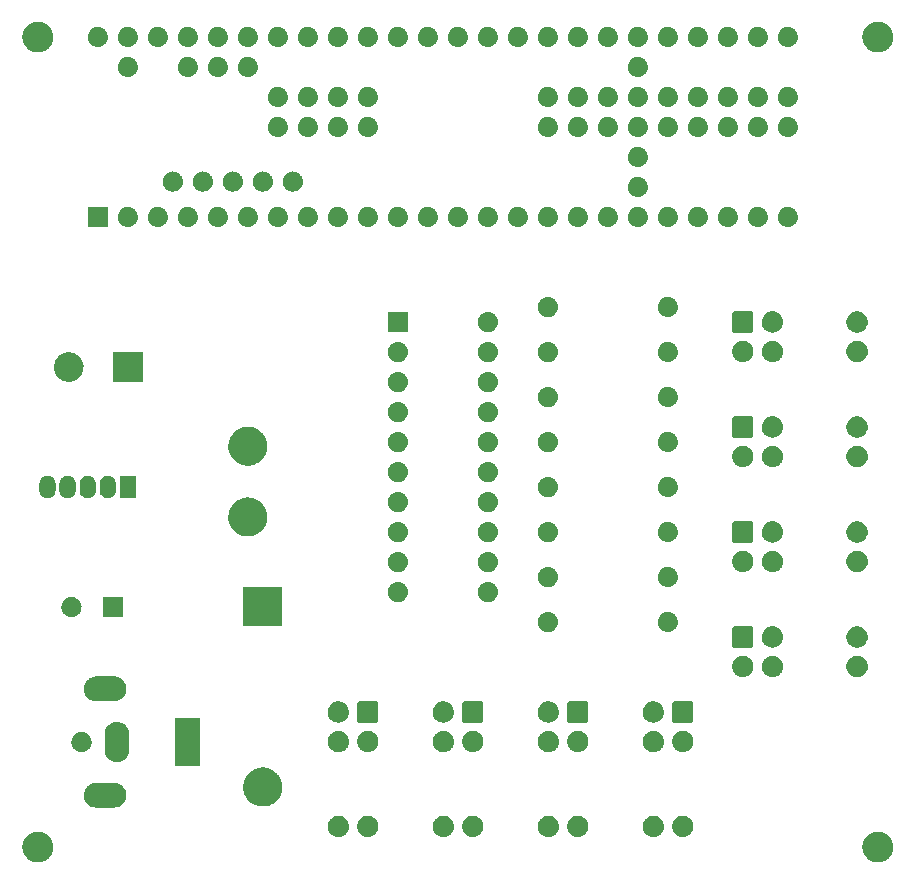
<source format=gbr>
G04 #@! TF.GenerationSoftware,KiCad,Pcbnew,(5.1.0-964-gdaad58e51)*
G04 #@! TF.CreationDate,2019-06-13T01:55:35-07:00*
G04 #@! TF.ProjectId,nowhere,6e6f7768-6572-4652-9e6b-696361645f70,rev?*
G04 #@! TF.SameCoordinates,Original*
G04 #@! TF.FileFunction,Soldermask,Bot*
G04 #@! TF.FilePolarity,Negative*
%FSLAX46Y46*%
G04 Gerber Fmt 4.6, Leading zero omitted, Abs format (unit mm)*
G04 Created by KiCad (PCBNEW (5.1.0-964-gdaad58e51)) date 2019-06-13 01:55:35*
%MOMM*%
%LPD*%
G04 APERTURE LIST*
%ADD10C,0.100000*%
G04 APERTURE END LIST*
D10*
G36*
X66102163Y-83789001D02*
G01*
X66153823Y-83789001D01*
X66213518Y-83799527D01*
X66268934Y-83804765D01*
X66320515Y-83818393D01*
X66378010Y-83828531D01*
X66428660Y-83846966D01*
X66475774Y-83859414D01*
X66530780Y-83884135D01*
X66591926Y-83906390D01*
X66632766Y-83929969D01*
X66670911Y-83947112D01*
X66726971Y-83984358D01*
X66789073Y-84020213D01*
X66820019Y-84046179D01*
X66849100Y-84065501D01*
X66903480Y-84116211D01*
X66963460Y-84166540D01*
X66985074Y-84192299D01*
X67005564Y-84211406D01*
X67055316Y-84276010D01*
X67109787Y-84340927D01*
X67123202Y-84364163D01*
X67136093Y-84380902D01*
X67178128Y-84459298D01*
X67223610Y-84538074D01*
X67230462Y-84556899D01*
X67237190Y-84569447D01*
X67268443Y-84661252D01*
X67301469Y-84751990D01*
X67303764Y-84765007D01*
X67306133Y-84771965D01*
X67323667Y-84877884D01*
X67340999Y-84976177D01*
X67340999Y-85203823D01*
X67334489Y-85240743D01*
X67333972Y-85261903D01*
X67316550Y-85342481D01*
X67301469Y-85428010D01*
X67293066Y-85451098D01*
X67289086Y-85469504D01*
X67255393Y-85554603D01*
X67223610Y-85641926D01*
X67214729Y-85657308D01*
X67210332Y-85668414D01*
X67158836Y-85754118D01*
X67109787Y-85839073D01*
X67102752Y-85847457D01*
X67100148Y-85851791D01*
X67026706Y-85938086D01*
X66963460Y-86013460D01*
X66894806Y-86071067D01*
X66798089Y-86152799D01*
X66795713Y-86154215D01*
X66789073Y-86159787D01*
X66703103Y-86209422D01*
X66614325Y-86262344D01*
X66605341Y-86265865D01*
X66591926Y-86273610D01*
X66502837Y-86306036D01*
X66415137Y-86340405D01*
X66398962Y-86343843D01*
X66378010Y-86351469D01*
X66290446Y-86366909D01*
X66205879Y-86384884D01*
X66182476Y-86385947D01*
X66153823Y-86390999D01*
X66071221Y-86390999D01*
X65992166Y-86394589D01*
X65962059Y-86390999D01*
X65926177Y-86390999D01*
X65851223Y-86377783D01*
X65779733Y-86369258D01*
X65744000Y-86358876D01*
X65701990Y-86351469D01*
X65636662Y-86327691D01*
X65574288Y-86309570D01*
X65534505Y-86290509D01*
X65488074Y-86273610D01*
X65433655Y-86242191D01*
X65381358Y-86217135D01*
X65339543Y-86187856D01*
X65290927Y-86159787D01*
X65247915Y-86123696D01*
X65206108Y-86094422D01*
X65164689Y-86053862D01*
X65116540Y-86013460D01*
X65084776Y-85975604D01*
X65053260Y-85944742D01*
X65014897Y-85892325D01*
X64970213Y-85839073D01*
X64948886Y-85802133D01*
X64926907Y-85772103D01*
X64894446Y-85707840D01*
X64856390Y-85641926D01*
X64844117Y-85608206D01*
X64830450Y-85581150D01*
X64806789Y-85505648D01*
X64778531Y-85428010D01*
X64773478Y-85399355D01*
X64766474Y-85377004D01*
X64754444Y-85291406D01*
X64739001Y-85203823D01*
X64739001Y-85181521D01*
X64736700Y-85165148D01*
X64739001Y-85070998D01*
X64739001Y-84976177D01*
X64741691Y-84960920D01*
X64741927Y-84951275D01*
X64761288Y-84849779D01*
X64778531Y-84751990D01*
X64781497Y-84743842D01*
X64782014Y-84741130D01*
X64825709Y-84622369D01*
X64856390Y-84538074D01*
X64905544Y-84452937D01*
X64961557Y-84354337D01*
X64964740Y-84350406D01*
X64970213Y-84340927D01*
X65033280Y-84265766D01*
X65096192Y-84188076D01*
X65105122Y-84180148D01*
X65116540Y-84166540D01*
X65187724Y-84106810D01*
X65256173Y-84046038D01*
X65272111Y-84036001D01*
X65290927Y-84020213D01*
X65366133Y-83976793D01*
X65437201Y-83932039D01*
X65460914Y-83922071D01*
X65488074Y-83906390D01*
X65563682Y-83878871D01*
X65634423Y-83849134D01*
X65666151Y-83841575D01*
X65701990Y-83828531D01*
X65774784Y-83815696D01*
X65842531Y-83799556D01*
X65881947Y-83796800D01*
X65926177Y-83789001D01*
X65993484Y-83789001D01*
X66055953Y-83784633D01*
X66102163Y-83789001D01*
X66102163Y-83789001D01*
G37*
G36*
X137222163Y-83789001D02*
G01*
X137273823Y-83789001D01*
X137333518Y-83799527D01*
X137388934Y-83804765D01*
X137440515Y-83818393D01*
X137498010Y-83828531D01*
X137548660Y-83846966D01*
X137595774Y-83859414D01*
X137650780Y-83884135D01*
X137711926Y-83906390D01*
X137752766Y-83929969D01*
X137790911Y-83947112D01*
X137846971Y-83984358D01*
X137909073Y-84020213D01*
X137940019Y-84046179D01*
X137969100Y-84065501D01*
X138023480Y-84116211D01*
X138083460Y-84166540D01*
X138105074Y-84192299D01*
X138125564Y-84211406D01*
X138175316Y-84276010D01*
X138229787Y-84340927D01*
X138243202Y-84364163D01*
X138256093Y-84380902D01*
X138298128Y-84459298D01*
X138343610Y-84538074D01*
X138350462Y-84556899D01*
X138357190Y-84569447D01*
X138388443Y-84661252D01*
X138421469Y-84751990D01*
X138423764Y-84765007D01*
X138426133Y-84771965D01*
X138443667Y-84877884D01*
X138460999Y-84976177D01*
X138460999Y-85203823D01*
X138454489Y-85240743D01*
X138453972Y-85261903D01*
X138436550Y-85342481D01*
X138421469Y-85428010D01*
X138413066Y-85451098D01*
X138409086Y-85469504D01*
X138375393Y-85554603D01*
X138343610Y-85641926D01*
X138334729Y-85657308D01*
X138330332Y-85668414D01*
X138278836Y-85754118D01*
X138229787Y-85839073D01*
X138222752Y-85847457D01*
X138220148Y-85851791D01*
X138146706Y-85938086D01*
X138083460Y-86013460D01*
X138014806Y-86071067D01*
X137918089Y-86152799D01*
X137915713Y-86154215D01*
X137909073Y-86159787D01*
X137823103Y-86209422D01*
X137734325Y-86262344D01*
X137725341Y-86265865D01*
X137711926Y-86273610D01*
X137622837Y-86306036D01*
X137535137Y-86340405D01*
X137518962Y-86343843D01*
X137498010Y-86351469D01*
X137410446Y-86366909D01*
X137325879Y-86384884D01*
X137302476Y-86385947D01*
X137273823Y-86390999D01*
X137191221Y-86390999D01*
X137112166Y-86394589D01*
X137082059Y-86390999D01*
X137046177Y-86390999D01*
X136971223Y-86377783D01*
X136899733Y-86369258D01*
X136864000Y-86358876D01*
X136821990Y-86351469D01*
X136756662Y-86327691D01*
X136694288Y-86309570D01*
X136654505Y-86290509D01*
X136608074Y-86273610D01*
X136553655Y-86242191D01*
X136501358Y-86217135D01*
X136459543Y-86187856D01*
X136410927Y-86159787D01*
X136367915Y-86123696D01*
X136326108Y-86094422D01*
X136284689Y-86053862D01*
X136236540Y-86013460D01*
X136204776Y-85975604D01*
X136173260Y-85944742D01*
X136134897Y-85892325D01*
X136090213Y-85839073D01*
X136068886Y-85802133D01*
X136046907Y-85772103D01*
X136014446Y-85707840D01*
X135976390Y-85641926D01*
X135964117Y-85608206D01*
X135950450Y-85581150D01*
X135926789Y-85505648D01*
X135898531Y-85428010D01*
X135893478Y-85399355D01*
X135886474Y-85377004D01*
X135874444Y-85291406D01*
X135859001Y-85203823D01*
X135859001Y-85181521D01*
X135856700Y-85165148D01*
X135859001Y-85070998D01*
X135859001Y-84976177D01*
X135861691Y-84960920D01*
X135861927Y-84951275D01*
X135881288Y-84849779D01*
X135898531Y-84751990D01*
X135901497Y-84743842D01*
X135902014Y-84741130D01*
X135945709Y-84622369D01*
X135976390Y-84538074D01*
X136025544Y-84452937D01*
X136081557Y-84354337D01*
X136084740Y-84350406D01*
X136090213Y-84340927D01*
X136153280Y-84265766D01*
X136216192Y-84188076D01*
X136225122Y-84180148D01*
X136236540Y-84166540D01*
X136307724Y-84106810D01*
X136376173Y-84046038D01*
X136392111Y-84036001D01*
X136410927Y-84020213D01*
X136486133Y-83976793D01*
X136557201Y-83932039D01*
X136580914Y-83922071D01*
X136608074Y-83906390D01*
X136683682Y-83878871D01*
X136754423Y-83849134D01*
X136786151Y-83841575D01*
X136821990Y-83828531D01*
X136894784Y-83815696D01*
X136962531Y-83799556D01*
X137001947Y-83796800D01*
X137046177Y-83789001D01*
X137113484Y-83789001D01*
X137175953Y-83784633D01*
X137222163Y-83789001D01*
X137222163Y-83789001D01*
G37*
G36*
X94029902Y-82439283D02*
G01*
X94074637Y-82439595D01*
X94118460Y-82448590D01*
X94168360Y-82453835D01*
X94210132Y-82467408D01*
X94247723Y-82475124D01*
X94294851Y-82494935D01*
X94348488Y-82512363D01*
X94381099Y-82531191D01*
X94410614Y-82543598D01*
X94458301Y-82575763D01*
X94512511Y-82607061D01*
X94535826Y-82628054D01*
X94557101Y-82642404D01*
X94602183Y-82687802D01*
X94653261Y-82733793D01*
X94668003Y-82754083D01*
X94681608Y-82767784D01*
X94720643Y-82826537D01*
X94764586Y-82887019D01*
X94772221Y-82904168D01*
X94779388Y-82914955D01*
X94808865Y-82986472D01*
X94841621Y-83060042D01*
X94844211Y-83072225D01*
X94846724Y-83078323D01*
X94863292Y-83161997D01*
X94880999Y-83245301D01*
X94880999Y-83434699D01*
X94878115Y-83448269D01*
X94878030Y-83454331D01*
X94859342Y-83536585D01*
X94841621Y-83619958D01*
X94839129Y-83625555D01*
X94839078Y-83625780D01*
X94767210Y-83787197D01*
X94767078Y-83787385D01*
X94764586Y-83792981D01*
X94714480Y-83861946D01*
X94665357Y-83931582D01*
X94660585Y-83936126D01*
X94653261Y-83946207D01*
X94593396Y-84000110D01*
X94537396Y-84053438D01*
X94526464Y-84060376D01*
X94512511Y-84072939D01*
X94447764Y-84110321D01*
X94388211Y-84148114D01*
X94370209Y-84155097D01*
X94348488Y-84167637D01*
X94283115Y-84188878D01*
X94223468Y-84212014D01*
X94198200Y-84216469D01*
X94168360Y-84226165D01*
X94106095Y-84232709D01*
X94049460Y-84242695D01*
X94017459Y-84242025D01*
X93980000Y-84245962D01*
X93923902Y-84240066D01*
X93872799Y-84238996D01*
X93835323Y-84230756D01*
X93791640Y-84226165D01*
X93743917Y-84210659D01*
X93700225Y-84201052D01*
X93659230Y-84183142D01*
X93611512Y-84167637D01*
X93573473Y-84145675D01*
X93538310Y-84130313D01*
X93496337Y-84101141D01*
X93447489Y-84072939D01*
X93419504Y-84047741D01*
X93393215Y-84029470D01*
X93353257Y-83988092D01*
X93306739Y-83946207D01*
X93288296Y-83920823D01*
X93270473Y-83902366D01*
X93235821Y-83848597D01*
X93195414Y-83792981D01*
X93185212Y-83770066D01*
X93174754Y-83753839D01*
X93148789Y-83688261D01*
X93118379Y-83619958D01*
X93114476Y-83601596D01*
X93109707Y-83589551D01*
X93095740Y-83513448D01*
X93079001Y-83434699D01*
X93079001Y-83422246D01*
X93077811Y-83415762D01*
X93079001Y-83330535D01*
X93079001Y-83245301D01*
X93080275Y-83239308D01*
X93080278Y-83239077D01*
X93117015Y-83066246D01*
X93117105Y-83066036D01*
X93118379Y-83060042D01*
X93153042Y-82982188D01*
X93186622Y-82903839D01*
X93190348Y-82898397D01*
X93195414Y-82887019D01*
X93242746Y-82821872D01*
X93286452Y-82758041D01*
X93295706Y-82748979D01*
X93306739Y-82733793D01*
X93362297Y-82683769D01*
X93412693Y-82634417D01*
X93428848Y-82623846D01*
X93447489Y-82607061D01*
X93507026Y-82572687D01*
X93560551Y-82537662D01*
X93584340Y-82528050D01*
X93611512Y-82512363D01*
X93671045Y-82493019D01*
X93724376Y-82471472D01*
X93755820Y-82465474D01*
X93791640Y-82453835D01*
X93847744Y-82447938D01*
X93897945Y-82438362D01*
X93936312Y-82438630D01*
X93980000Y-82434038D01*
X94029902Y-82439283D01*
X94029902Y-82439283D01*
G37*
G36*
X91529902Y-82439283D02*
G01*
X91574637Y-82439595D01*
X91618460Y-82448590D01*
X91668360Y-82453835D01*
X91710132Y-82467408D01*
X91747723Y-82475124D01*
X91794851Y-82494935D01*
X91848488Y-82512363D01*
X91881099Y-82531191D01*
X91910614Y-82543598D01*
X91958301Y-82575763D01*
X92012511Y-82607061D01*
X92035826Y-82628054D01*
X92057101Y-82642404D01*
X92102183Y-82687802D01*
X92153261Y-82733793D01*
X92168003Y-82754083D01*
X92181608Y-82767784D01*
X92220643Y-82826537D01*
X92264586Y-82887019D01*
X92272221Y-82904168D01*
X92279388Y-82914955D01*
X92308865Y-82986472D01*
X92341621Y-83060042D01*
X92344211Y-83072225D01*
X92346724Y-83078323D01*
X92363292Y-83161997D01*
X92380999Y-83245301D01*
X92380999Y-83434699D01*
X92378115Y-83448269D01*
X92378030Y-83454331D01*
X92359342Y-83536585D01*
X92341621Y-83619958D01*
X92339129Y-83625555D01*
X92339078Y-83625780D01*
X92267210Y-83787197D01*
X92267078Y-83787385D01*
X92264586Y-83792981D01*
X92214480Y-83861946D01*
X92165357Y-83931582D01*
X92160585Y-83936126D01*
X92153261Y-83946207D01*
X92093396Y-84000110D01*
X92037396Y-84053438D01*
X92026464Y-84060376D01*
X92012511Y-84072939D01*
X91947764Y-84110321D01*
X91888211Y-84148114D01*
X91870209Y-84155097D01*
X91848488Y-84167637D01*
X91783115Y-84188878D01*
X91723468Y-84212014D01*
X91698200Y-84216469D01*
X91668360Y-84226165D01*
X91606095Y-84232709D01*
X91549460Y-84242695D01*
X91517459Y-84242025D01*
X91480000Y-84245962D01*
X91423902Y-84240066D01*
X91372799Y-84238996D01*
X91335323Y-84230756D01*
X91291640Y-84226165D01*
X91243917Y-84210659D01*
X91200225Y-84201052D01*
X91159230Y-84183142D01*
X91111512Y-84167637D01*
X91073473Y-84145675D01*
X91038310Y-84130313D01*
X90996337Y-84101141D01*
X90947489Y-84072939D01*
X90919504Y-84047741D01*
X90893215Y-84029470D01*
X90853257Y-83988092D01*
X90806739Y-83946207D01*
X90788296Y-83920823D01*
X90770473Y-83902366D01*
X90735821Y-83848597D01*
X90695414Y-83792981D01*
X90685212Y-83770066D01*
X90674754Y-83753839D01*
X90648789Y-83688261D01*
X90618379Y-83619958D01*
X90614476Y-83601596D01*
X90609707Y-83589551D01*
X90595740Y-83513448D01*
X90579001Y-83434699D01*
X90579001Y-83422246D01*
X90577811Y-83415762D01*
X90579001Y-83330535D01*
X90579001Y-83245301D01*
X90580275Y-83239308D01*
X90580278Y-83239077D01*
X90617015Y-83066246D01*
X90617105Y-83066036D01*
X90618379Y-83060042D01*
X90653042Y-82982188D01*
X90686622Y-82903839D01*
X90690348Y-82898397D01*
X90695414Y-82887019D01*
X90742746Y-82821872D01*
X90786452Y-82758041D01*
X90795706Y-82748979D01*
X90806739Y-82733793D01*
X90862297Y-82683769D01*
X90912693Y-82634417D01*
X90928848Y-82623846D01*
X90947489Y-82607061D01*
X91007026Y-82572687D01*
X91060551Y-82537662D01*
X91084340Y-82528050D01*
X91111512Y-82512363D01*
X91171045Y-82493019D01*
X91224376Y-82471472D01*
X91255820Y-82465474D01*
X91291640Y-82453835D01*
X91347744Y-82447938D01*
X91397945Y-82438362D01*
X91436312Y-82438630D01*
X91480000Y-82434038D01*
X91529902Y-82439283D01*
X91529902Y-82439283D01*
G37*
G36*
X102919902Y-82439283D02*
G01*
X102964637Y-82439595D01*
X103008460Y-82448590D01*
X103058360Y-82453835D01*
X103100132Y-82467408D01*
X103137723Y-82475124D01*
X103184851Y-82494935D01*
X103238488Y-82512363D01*
X103271099Y-82531191D01*
X103300614Y-82543598D01*
X103348301Y-82575763D01*
X103402511Y-82607061D01*
X103425826Y-82628054D01*
X103447101Y-82642404D01*
X103492183Y-82687802D01*
X103543261Y-82733793D01*
X103558003Y-82754083D01*
X103571608Y-82767784D01*
X103610643Y-82826537D01*
X103654586Y-82887019D01*
X103662221Y-82904168D01*
X103669388Y-82914955D01*
X103698865Y-82986472D01*
X103731621Y-83060042D01*
X103734211Y-83072225D01*
X103736724Y-83078323D01*
X103753292Y-83161997D01*
X103770999Y-83245301D01*
X103770999Y-83434699D01*
X103768115Y-83448269D01*
X103768030Y-83454331D01*
X103749342Y-83536585D01*
X103731621Y-83619958D01*
X103729129Y-83625555D01*
X103729078Y-83625780D01*
X103657210Y-83787197D01*
X103657078Y-83787385D01*
X103654586Y-83792981D01*
X103604480Y-83861946D01*
X103555357Y-83931582D01*
X103550585Y-83936126D01*
X103543261Y-83946207D01*
X103483396Y-84000110D01*
X103427396Y-84053438D01*
X103416464Y-84060376D01*
X103402511Y-84072939D01*
X103337764Y-84110321D01*
X103278211Y-84148114D01*
X103260209Y-84155097D01*
X103238488Y-84167637D01*
X103173115Y-84188878D01*
X103113468Y-84212014D01*
X103088200Y-84216469D01*
X103058360Y-84226165D01*
X102996095Y-84232709D01*
X102939460Y-84242695D01*
X102907459Y-84242025D01*
X102870000Y-84245962D01*
X102813902Y-84240066D01*
X102762799Y-84238996D01*
X102725323Y-84230756D01*
X102681640Y-84226165D01*
X102633917Y-84210659D01*
X102590225Y-84201052D01*
X102549230Y-84183142D01*
X102501512Y-84167637D01*
X102463473Y-84145675D01*
X102428310Y-84130313D01*
X102386337Y-84101141D01*
X102337489Y-84072939D01*
X102309504Y-84047741D01*
X102283215Y-84029470D01*
X102243257Y-83988092D01*
X102196739Y-83946207D01*
X102178296Y-83920823D01*
X102160473Y-83902366D01*
X102125821Y-83848597D01*
X102085414Y-83792981D01*
X102075212Y-83770066D01*
X102064754Y-83753839D01*
X102038789Y-83688261D01*
X102008379Y-83619958D01*
X102004476Y-83601596D01*
X101999707Y-83589551D01*
X101985740Y-83513448D01*
X101969001Y-83434699D01*
X101969001Y-83422246D01*
X101967811Y-83415762D01*
X101969001Y-83330535D01*
X101969001Y-83245301D01*
X101970275Y-83239308D01*
X101970278Y-83239077D01*
X102007015Y-83066246D01*
X102007105Y-83066036D01*
X102008379Y-83060042D01*
X102043042Y-82982188D01*
X102076622Y-82903839D01*
X102080348Y-82898397D01*
X102085414Y-82887019D01*
X102132746Y-82821872D01*
X102176452Y-82758041D01*
X102185706Y-82748979D01*
X102196739Y-82733793D01*
X102252297Y-82683769D01*
X102302693Y-82634417D01*
X102318848Y-82623846D01*
X102337489Y-82607061D01*
X102397026Y-82572687D01*
X102450551Y-82537662D01*
X102474340Y-82528050D01*
X102501512Y-82512363D01*
X102561045Y-82493019D01*
X102614376Y-82471472D01*
X102645820Y-82465474D01*
X102681640Y-82453835D01*
X102737744Y-82447938D01*
X102787945Y-82438362D01*
X102826312Y-82438630D01*
X102870000Y-82434038D01*
X102919902Y-82439283D01*
X102919902Y-82439283D01*
G37*
G36*
X100419902Y-82439283D02*
G01*
X100464637Y-82439595D01*
X100508460Y-82448590D01*
X100558360Y-82453835D01*
X100600132Y-82467408D01*
X100637723Y-82475124D01*
X100684851Y-82494935D01*
X100738488Y-82512363D01*
X100771099Y-82531191D01*
X100800614Y-82543598D01*
X100848301Y-82575763D01*
X100902511Y-82607061D01*
X100925826Y-82628054D01*
X100947101Y-82642404D01*
X100992183Y-82687802D01*
X101043261Y-82733793D01*
X101058003Y-82754083D01*
X101071608Y-82767784D01*
X101110643Y-82826537D01*
X101154586Y-82887019D01*
X101162221Y-82904168D01*
X101169388Y-82914955D01*
X101198865Y-82986472D01*
X101231621Y-83060042D01*
X101234211Y-83072225D01*
X101236724Y-83078323D01*
X101253292Y-83161997D01*
X101270999Y-83245301D01*
X101270999Y-83434699D01*
X101268115Y-83448269D01*
X101268030Y-83454331D01*
X101249342Y-83536585D01*
X101231621Y-83619958D01*
X101229129Y-83625555D01*
X101229078Y-83625780D01*
X101157210Y-83787197D01*
X101157078Y-83787385D01*
X101154586Y-83792981D01*
X101104480Y-83861946D01*
X101055357Y-83931582D01*
X101050585Y-83936126D01*
X101043261Y-83946207D01*
X100983396Y-84000110D01*
X100927396Y-84053438D01*
X100916464Y-84060376D01*
X100902511Y-84072939D01*
X100837764Y-84110321D01*
X100778211Y-84148114D01*
X100760209Y-84155097D01*
X100738488Y-84167637D01*
X100673115Y-84188878D01*
X100613468Y-84212014D01*
X100588200Y-84216469D01*
X100558360Y-84226165D01*
X100496095Y-84232709D01*
X100439460Y-84242695D01*
X100407459Y-84242025D01*
X100370000Y-84245962D01*
X100313902Y-84240066D01*
X100262799Y-84238996D01*
X100225323Y-84230756D01*
X100181640Y-84226165D01*
X100133917Y-84210659D01*
X100090225Y-84201052D01*
X100049230Y-84183142D01*
X100001512Y-84167637D01*
X99963473Y-84145675D01*
X99928310Y-84130313D01*
X99886337Y-84101141D01*
X99837489Y-84072939D01*
X99809504Y-84047741D01*
X99783215Y-84029470D01*
X99743257Y-83988092D01*
X99696739Y-83946207D01*
X99678296Y-83920823D01*
X99660473Y-83902366D01*
X99625821Y-83848597D01*
X99585414Y-83792981D01*
X99575212Y-83770066D01*
X99564754Y-83753839D01*
X99538789Y-83688261D01*
X99508379Y-83619958D01*
X99504476Y-83601596D01*
X99499707Y-83589551D01*
X99485740Y-83513448D01*
X99469001Y-83434699D01*
X99469001Y-83422246D01*
X99467811Y-83415762D01*
X99469001Y-83330535D01*
X99469001Y-83245301D01*
X99470275Y-83239308D01*
X99470278Y-83239077D01*
X99507015Y-83066246D01*
X99507105Y-83066036D01*
X99508379Y-83060042D01*
X99543042Y-82982188D01*
X99576622Y-82903839D01*
X99580348Y-82898397D01*
X99585414Y-82887019D01*
X99632746Y-82821872D01*
X99676452Y-82758041D01*
X99685706Y-82748979D01*
X99696739Y-82733793D01*
X99752297Y-82683769D01*
X99802693Y-82634417D01*
X99818848Y-82623846D01*
X99837489Y-82607061D01*
X99897026Y-82572687D01*
X99950551Y-82537662D01*
X99974340Y-82528050D01*
X100001512Y-82512363D01*
X100061045Y-82493019D01*
X100114376Y-82471472D01*
X100145820Y-82465474D01*
X100181640Y-82453835D01*
X100237744Y-82447938D01*
X100287945Y-82438362D01*
X100326312Y-82438630D01*
X100370000Y-82434038D01*
X100419902Y-82439283D01*
X100419902Y-82439283D01*
G37*
G36*
X111809902Y-82439283D02*
G01*
X111854637Y-82439595D01*
X111898460Y-82448590D01*
X111948360Y-82453835D01*
X111990132Y-82467408D01*
X112027723Y-82475124D01*
X112074851Y-82494935D01*
X112128488Y-82512363D01*
X112161099Y-82531191D01*
X112190614Y-82543598D01*
X112238301Y-82575763D01*
X112292511Y-82607061D01*
X112315826Y-82628054D01*
X112337101Y-82642404D01*
X112382183Y-82687802D01*
X112433261Y-82733793D01*
X112448003Y-82754083D01*
X112461608Y-82767784D01*
X112500643Y-82826537D01*
X112544586Y-82887019D01*
X112552221Y-82904168D01*
X112559388Y-82914955D01*
X112588865Y-82986472D01*
X112621621Y-83060042D01*
X112624211Y-83072225D01*
X112626724Y-83078323D01*
X112643292Y-83161997D01*
X112660999Y-83245301D01*
X112660999Y-83434699D01*
X112658115Y-83448269D01*
X112658030Y-83454331D01*
X112639342Y-83536585D01*
X112621621Y-83619958D01*
X112619129Y-83625555D01*
X112619078Y-83625780D01*
X112547210Y-83787197D01*
X112547078Y-83787385D01*
X112544586Y-83792981D01*
X112494480Y-83861946D01*
X112445357Y-83931582D01*
X112440585Y-83936126D01*
X112433261Y-83946207D01*
X112373396Y-84000110D01*
X112317396Y-84053438D01*
X112306464Y-84060376D01*
X112292511Y-84072939D01*
X112227764Y-84110321D01*
X112168211Y-84148114D01*
X112150209Y-84155097D01*
X112128488Y-84167637D01*
X112063115Y-84188878D01*
X112003468Y-84212014D01*
X111978200Y-84216469D01*
X111948360Y-84226165D01*
X111886095Y-84232709D01*
X111829460Y-84242695D01*
X111797459Y-84242025D01*
X111760000Y-84245962D01*
X111703902Y-84240066D01*
X111652799Y-84238996D01*
X111615323Y-84230756D01*
X111571640Y-84226165D01*
X111523917Y-84210659D01*
X111480225Y-84201052D01*
X111439230Y-84183142D01*
X111391512Y-84167637D01*
X111353473Y-84145675D01*
X111318310Y-84130313D01*
X111276337Y-84101141D01*
X111227489Y-84072939D01*
X111199504Y-84047741D01*
X111173215Y-84029470D01*
X111133257Y-83988092D01*
X111086739Y-83946207D01*
X111068296Y-83920823D01*
X111050473Y-83902366D01*
X111015821Y-83848597D01*
X110975414Y-83792981D01*
X110965212Y-83770066D01*
X110954754Y-83753839D01*
X110928789Y-83688261D01*
X110898379Y-83619958D01*
X110894476Y-83601596D01*
X110889707Y-83589551D01*
X110875740Y-83513448D01*
X110859001Y-83434699D01*
X110859001Y-83422246D01*
X110857811Y-83415762D01*
X110859001Y-83330535D01*
X110859001Y-83245301D01*
X110860275Y-83239308D01*
X110860278Y-83239077D01*
X110897015Y-83066246D01*
X110897105Y-83066036D01*
X110898379Y-83060042D01*
X110933042Y-82982188D01*
X110966622Y-82903839D01*
X110970348Y-82898397D01*
X110975414Y-82887019D01*
X111022746Y-82821872D01*
X111066452Y-82758041D01*
X111075706Y-82748979D01*
X111086739Y-82733793D01*
X111142297Y-82683769D01*
X111192693Y-82634417D01*
X111208848Y-82623846D01*
X111227489Y-82607061D01*
X111287026Y-82572687D01*
X111340551Y-82537662D01*
X111364340Y-82528050D01*
X111391512Y-82512363D01*
X111451045Y-82493019D01*
X111504376Y-82471472D01*
X111535820Y-82465474D01*
X111571640Y-82453835D01*
X111627744Y-82447938D01*
X111677945Y-82438362D01*
X111716312Y-82438630D01*
X111760000Y-82434038D01*
X111809902Y-82439283D01*
X111809902Y-82439283D01*
G37*
G36*
X109309902Y-82439283D02*
G01*
X109354637Y-82439595D01*
X109398460Y-82448590D01*
X109448360Y-82453835D01*
X109490132Y-82467408D01*
X109527723Y-82475124D01*
X109574851Y-82494935D01*
X109628488Y-82512363D01*
X109661099Y-82531191D01*
X109690614Y-82543598D01*
X109738301Y-82575763D01*
X109792511Y-82607061D01*
X109815826Y-82628054D01*
X109837101Y-82642404D01*
X109882183Y-82687802D01*
X109933261Y-82733793D01*
X109948003Y-82754083D01*
X109961608Y-82767784D01*
X110000643Y-82826537D01*
X110044586Y-82887019D01*
X110052221Y-82904168D01*
X110059388Y-82914955D01*
X110088865Y-82986472D01*
X110121621Y-83060042D01*
X110124211Y-83072225D01*
X110126724Y-83078323D01*
X110143292Y-83161997D01*
X110160999Y-83245301D01*
X110160999Y-83434699D01*
X110158115Y-83448269D01*
X110158030Y-83454331D01*
X110139342Y-83536585D01*
X110121621Y-83619958D01*
X110119129Y-83625555D01*
X110119078Y-83625780D01*
X110047210Y-83787197D01*
X110047078Y-83787385D01*
X110044586Y-83792981D01*
X109994480Y-83861946D01*
X109945357Y-83931582D01*
X109940585Y-83936126D01*
X109933261Y-83946207D01*
X109873396Y-84000110D01*
X109817396Y-84053438D01*
X109806464Y-84060376D01*
X109792511Y-84072939D01*
X109727764Y-84110321D01*
X109668211Y-84148114D01*
X109650209Y-84155097D01*
X109628488Y-84167637D01*
X109563115Y-84188878D01*
X109503468Y-84212014D01*
X109478200Y-84216469D01*
X109448360Y-84226165D01*
X109386095Y-84232709D01*
X109329460Y-84242695D01*
X109297459Y-84242025D01*
X109260000Y-84245962D01*
X109203902Y-84240066D01*
X109152799Y-84238996D01*
X109115323Y-84230756D01*
X109071640Y-84226165D01*
X109023917Y-84210659D01*
X108980225Y-84201052D01*
X108939230Y-84183142D01*
X108891512Y-84167637D01*
X108853473Y-84145675D01*
X108818310Y-84130313D01*
X108776337Y-84101141D01*
X108727489Y-84072939D01*
X108699504Y-84047741D01*
X108673215Y-84029470D01*
X108633257Y-83988092D01*
X108586739Y-83946207D01*
X108568296Y-83920823D01*
X108550473Y-83902366D01*
X108515821Y-83848597D01*
X108475414Y-83792981D01*
X108465212Y-83770066D01*
X108454754Y-83753839D01*
X108428789Y-83688261D01*
X108398379Y-83619958D01*
X108394476Y-83601596D01*
X108389707Y-83589551D01*
X108375740Y-83513448D01*
X108359001Y-83434699D01*
X108359001Y-83422246D01*
X108357811Y-83415762D01*
X108359001Y-83330535D01*
X108359001Y-83245301D01*
X108360275Y-83239308D01*
X108360278Y-83239077D01*
X108397015Y-83066246D01*
X108397105Y-83066036D01*
X108398379Y-83060042D01*
X108433042Y-82982188D01*
X108466622Y-82903839D01*
X108470348Y-82898397D01*
X108475414Y-82887019D01*
X108522746Y-82821872D01*
X108566452Y-82758041D01*
X108575706Y-82748979D01*
X108586739Y-82733793D01*
X108642297Y-82683769D01*
X108692693Y-82634417D01*
X108708848Y-82623846D01*
X108727489Y-82607061D01*
X108787026Y-82572687D01*
X108840551Y-82537662D01*
X108864340Y-82528050D01*
X108891512Y-82512363D01*
X108951045Y-82493019D01*
X109004376Y-82471472D01*
X109035820Y-82465474D01*
X109071640Y-82453835D01*
X109127744Y-82447938D01*
X109177945Y-82438362D01*
X109216312Y-82438630D01*
X109260000Y-82434038D01*
X109309902Y-82439283D01*
X109309902Y-82439283D01*
G37*
G36*
X120699902Y-82439283D02*
G01*
X120744637Y-82439595D01*
X120788460Y-82448590D01*
X120838360Y-82453835D01*
X120880132Y-82467408D01*
X120917723Y-82475124D01*
X120964851Y-82494935D01*
X121018488Y-82512363D01*
X121051099Y-82531191D01*
X121080614Y-82543598D01*
X121128301Y-82575763D01*
X121182511Y-82607061D01*
X121205826Y-82628054D01*
X121227101Y-82642404D01*
X121272183Y-82687802D01*
X121323261Y-82733793D01*
X121338003Y-82754083D01*
X121351608Y-82767784D01*
X121390643Y-82826537D01*
X121434586Y-82887019D01*
X121442221Y-82904168D01*
X121449388Y-82914955D01*
X121478865Y-82986472D01*
X121511621Y-83060042D01*
X121514211Y-83072225D01*
X121516724Y-83078323D01*
X121533292Y-83161997D01*
X121550999Y-83245301D01*
X121550999Y-83434699D01*
X121548115Y-83448269D01*
X121548030Y-83454331D01*
X121529342Y-83536585D01*
X121511621Y-83619958D01*
X121509129Y-83625555D01*
X121509078Y-83625780D01*
X121437210Y-83787197D01*
X121437078Y-83787385D01*
X121434586Y-83792981D01*
X121384480Y-83861946D01*
X121335357Y-83931582D01*
X121330585Y-83936126D01*
X121323261Y-83946207D01*
X121263396Y-84000110D01*
X121207396Y-84053438D01*
X121196464Y-84060376D01*
X121182511Y-84072939D01*
X121117764Y-84110321D01*
X121058211Y-84148114D01*
X121040209Y-84155097D01*
X121018488Y-84167637D01*
X120953115Y-84188878D01*
X120893468Y-84212014D01*
X120868200Y-84216469D01*
X120838360Y-84226165D01*
X120776095Y-84232709D01*
X120719460Y-84242695D01*
X120687459Y-84242025D01*
X120650000Y-84245962D01*
X120593902Y-84240066D01*
X120542799Y-84238996D01*
X120505323Y-84230756D01*
X120461640Y-84226165D01*
X120413917Y-84210659D01*
X120370225Y-84201052D01*
X120329230Y-84183142D01*
X120281512Y-84167637D01*
X120243473Y-84145675D01*
X120208310Y-84130313D01*
X120166337Y-84101141D01*
X120117489Y-84072939D01*
X120089504Y-84047741D01*
X120063215Y-84029470D01*
X120023257Y-83988092D01*
X119976739Y-83946207D01*
X119958296Y-83920823D01*
X119940473Y-83902366D01*
X119905821Y-83848597D01*
X119865414Y-83792981D01*
X119855212Y-83770066D01*
X119844754Y-83753839D01*
X119818789Y-83688261D01*
X119788379Y-83619958D01*
X119784476Y-83601596D01*
X119779707Y-83589551D01*
X119765740Y-83513448D01*
X119749001Y-83434699D01*
X119749001Y-83422246D01*
X119747811Y-83415762D01*
X119749001Y-83330535D01*
X119749001Y-83245301D01*
X119750275Y-83239308D01*
X119750278Y-83239077D01*
X119787015Y-83066246D01*
X119787105Y-83066036D01*
X119788379Y-83060042D01*
X119823042Y-82982188D01*
X119856622Y-82903839D01*
X119860348Y-82898397D01*
X119865414Y-82887019D01*
X119912746Y-82821872D01*
X119956452Y-82758041D01*
X119965706Y-82748979D01*
X119976739Y-82733793D01*
X120032297Y-82683769D01*
X120082693Y-82634417D01*
X120098848Y-82623846D01*
X120117489Y-82607061D01*
X120177026Y-82572687D01*
X120230551Y-82537662D01*
X120254340Y-82528050D01*
X120281512Y-82512363D01*
X120341045Y-82493019D01*
X120394376Y-82471472D01*
X120425820Y-82465474D01*
X120461640Y-82453835D01*
X120517744Y-82447938D01*
X120567945Y-82438362D01*
X120606312Y-82438630D01*
X120650000Y-82434038D01*
X120699902Y-82439283D01*
X120699902Y-82439283D01*
G37*
G36*
X118199902Y-82439283D02*
G01*
X118244637Y-82439595D01*
X118288460Y-82448590D01*
X118338360Y-82453835D01*
X118380132Y-82467408D01*
X118417723Y-82475124D01*
X118464851Y-82494935D01*
X118518488Y-82512363D01*
X118551099Y-82531191D01*
X118580614Y-82543598D01*
X118628301Y-82575763D01*
X118682511Y-82607061D01*
X118705826Y-82628054D01*
X118727101Y-82642404D01*
X118772183Y-82687802D01*
X118823261Y-82733793D01*
X118838003Y-82754083D01*
X118851608Y-82767784D01*
X118890643Y-82826537D01*
X118934586Y-82887019D01*
X118942221Y-82904168D01*
X118949388Y-82914955D01*
X118978865Y-82986472D01*
X119011621Y-83060042D01*
X119014211Y-83072225D01*
X119016724Y-83078323D01*
X119033292Y-83161997D01*
X119050999Y-83245301D01*
X119050999Y-83434699D01*
X119048115Y-83448269D01*
X119048030Y-83454331D01*
X119029342Y-83536585D01*
X119011621Y-83619958D01*
X119009129Y-83625555D01*
X119009078Y-83625780D01*
X118937210Y-83787197D01*
X118937078Y-83787385D01*
X118934586Y-83792981D01*
X118884480Y-83861946D01*
X118835357Y-83931582D01*
X118830585Y-83936126D01*
X118823261Y-83946207D01*
X118763396Y-84000110D01*
X118707396Y-84053438D01*
X118696464Y-84060376D01*
X118682511Y-84072939D01*
X118617764Y-84110321D01*
X118558211Y-84148114D01*
X118540209Y-84155097D01*
X118518488Y-84167637D01*
X118453115Y-84188878D01*
X118393468Y-84212014D01*
X118368200Y-84216469D01*
X118338360Y-84226165D01*
X118276095Y-84232709D01*
X118219460Y-84242695D01*
X118187459Y-84242025D01*
X118150000Y-84245962D01*
X118093902Y-84240066D01*
X118042799Y-84238996D01*
X118005323Y-84230756D01*
X117961640Y-84226165D01*
X117913917Y-84210659D01*
X117870225Y-84201052D01*
X117829230Y-84183142D01*
X117781512Y-84167637D01*
X117743473Y-84145675D01*
X117708310Y-84130313D01*
X117666337Y-84101141D01*
X117617489Y-84072939D01*
X117589504Y-84047741D01*
X117563215Y-84029470D01*
X117523257Y-83988092D01*
X117476739Y-83946207D01*
X117458296Y-83920823D01*
X117440473Y-83902366D01*
X117405821Y-83848597D01*
X117365414Y-83792981D01*
X117355212Y-83770066D01*
X117344754Y-83753839D01*
X117318789Y-83688261D01*
X117288379Y-83619958D01*
X117284476Y-83601596D01*
X117279707Y-83589551D01*
X117265740Y-83513448D01*
X117249001Y-83434699D01*
X117249001Y-83422246D01*
X117247811Y-83415762D01*
X117249001Y-83330535D01*
X117249001Y-83245301D01*
X117250275Y-83239308D01*
X117250278Y-83239077D01*
X117287015Y-83066246D01*
X117287105Y-83066036D01*
X117288379Y-83060042D01*
X117323042Y-82982188D01*
X117356622Y-82903839D01*
X117360348Y-82898397D01*
X117365414Y-82887019D01*
X117412746Y-82821872D01*
X117456452Y-82758041D01*
X117465706Y-82748979D01*
X117476739Y-82733793D01*
X117532297Y-82683769D01*
X117582693Y-82634417D01*
X117598848Y-82623846D01*
X117617489Y-82607061D01*
X117677026Y-82572687D01*
X117730551Y-82537662D01*
X117754340Y-82528050D01*
X117781512Y-82512363D01*
X117841045Y-82493019D01*
X117894376Y-82471472D01*
X117925820Y-82465474D01*
X117961640Y-82453835D01*
X118017744Y-82447938D01*
X118067945Y-82438362D01*
X118106312Y-82438630D01*
X118150000Y-82434038D01*
X118199902Y-82439283D01*
X118199902Y-82439283D01*
G37*
G36*
X72709572Y-79666993D02*
G01*
X72798551Y-79695219D01*
X72893924Y-79724833D01*
X72896987Y-79726444D01*
X72906036Y-79729315D01*
X72986037Y-79773296D01*
X73064874Y-79814774D01*
X73072682Y-79820929D01*
X73086653Y-79828610D01*
X73152324Y-79883715D01*
X73216566Y-79934359D01*
X73227392Y-79946704D01*
X73244544Y-79961096D01*
X73294471Y-80023193D01*
X73343927Y-80079587D01*
X73355635Y-80099266D01*
X73373694Y-80121727D01*
X73407716Y-80186805D01*
X73442690Y-80245590D01*
X73452860Y-80273157D01*
X73469185Y-80304384D01*
X73488143Y-80368798D01*
X73509545Y-80426811D01*
X73515616Y-80462142D01*
X73527379Y-80502109D01*
X73532891Y-80562675D01*
X73542258Y-80617189D01*
X73541704Y-80659516D01*
X73546059Y-80707373D01*
X73540368Y-80761519D01*
X73539729Y-80810331D01*
X73530206Y-80858209D01*
X73524515Y-80912355D01*
X73510305Y-80958259D01*
X73502046Y-80999783D01*
X73481545Y-81051169D01*
X73463566Y-81109249D01*
X73443755Y-81145889D01*
X73430468Y-81179192D01*
X73397469Y-81231493D01*
X73365534Y-81290555D01*
X73343073Y-81317706D01*
X73327395Y-81342554D01*
X73280969Y-81392777D01*
X73234154Y-81449367D01*
X73211818Y-81467584D01*
X73196275Y-81484398D01*
X73136177Y-81529276D01*
X73074429Y-81579636D01*
X73054659Y-81590148D01*
X73041503Y-81599972D01*
X72968147Y-81636147D01*
X72892443Y-81676399D01*
X72877175Y-81681009D01*
X72868262Y-81685404D01*
X72782565Y-81709573D01*
X72695128Y-81735972D01*
X72685676Y-81736899D01*
X72682353Y-81737836D01*
X72583147Y-81746952D01*
X72541861Y-81751000D01*
X70941620Y-81751000D01*
X70770428Y-81733007D01*
X70681449Y-81704781D01*
X70586076Y-81675167D01*
X70583013Y-81673556D01*
X70573964Y-81670685D01*
X70493963Y-81626704D01*
X70415126Y-81585226D01*
X70407318Y-81579071D01*
X70393347Y-81571390D01*
X70327676Y-81516285D01*
X70263434Y-81465641D01*
X70252608Y-81453296D01*
X70235456Y-81438904D01*
X70185529Y-81376807D01*
X70136073Y-81320413D01*
X70124365Y-81300734D01*
X70106306Y-81278273D01*
X70072284Y-81213195D01*
X70037310Y-81154410D01*
X70027140Y-81126843D01*
X70010815Y-81095616D01*
X69991857Y-81031202D01*
X69970455Y-80973189D01*
X69964384Y-80937858D01*
X69952621Y-80897891D01*
X69947109Y-80837325D01*
X69937742Y-80782811D01*
X69938296Y-80740484D01*
X69933941Y-80692627D01*
X69939632Y-80638481D01*
X69940271Y-80589669D01*
X69949794Y-80541791D01*
X69955485Y-80487645D01*
X69969695Y-80441741D01*
X69977954Y-80400217D01*
X69998455Y-80348831D01*
X70016434Y-80290751D01*
X70036245Y-80254111D01*
X70049532Y-80220808D01*
X70082531Y-80168507D01*
X70114466Y-80109445D01*
X70136927Y-80082294D01*
X70152605Y-80057446D01*
X70199031Y-80007223D01*
X70245846Y-79950633D01*
X70268182Y-79932416D01*
X70283725Y-79915602D01*
X70343823Y-79870724D01*
X70405571Y-79820364D01*
X70425341Y-79809852D01*
X70438497Y-79800028D01*
X70511853Y-79763853D01*
X70587557Y-79723601D01*
X70602825Y-79718991D01*
X70611738Y-79714596D01*
X70697435Y-79690427D01*
X70784872Y-79664028D01*
X70794324Y-79663101D01*
X70797647Y-79662164D01*
X70896853Y-79653048D01*
X70938139Y-79649000D01*
X72538380Y-79649000D01*
X72709572Y-79666993D01*
X72709572Y-79666993D01*
G37*
G36*
X85349072Y-78374284D02*
G01*
X85367943Y-78378814D01*
X85378293Y-78379720D01*
X85492021Y-78408603D01*
X85601765Y-78434951D01*
X85611276Y-78438891D01*
X85615341Y-78439923D01*
X85742569Y-78493274D01*
X85841856Y-78534400D01*
X85933481Y-78590548D01*
X86051433Y-78662123D01*
X86054657Y-78664805D01*
X86063434Y-78670183D01*
X86149239Y-78743467D01*
X86240098Y-78819034D01*
X86247737Y-78827592D01*
X86261043Y-78838957D01*
X86331287Y-78921202D01*
X86403503Y-79002113D01*
X86413782Y-79017792D01*
X86429817Y-79036566D01*
X86483139Y-79123580D01*
X86538048Y-79207331D01*
X86548940Y-79230958D01*
X86565600Y-79258144D01*
X86602120Y-79346312D01*
X86640789Y-79430189D01*
X86650111Y-79462171D01*
X86665049Y-79498235D01*
X86685730Y-79584376D01*
X86709455Y-79665774D01*
X86714929Y-79705998D01*
X86725716Y-79750928D01*
X86732123Y-79832338D01*
X86742546Y-79908926D01*
X86741919Y-79956815D01*
X86746105Y-80010000D01*
X86740250Y-80084401D01*
X86739335Y-80154292D01*
X86730461Y-80208778D01*
X86725716Y-80269072D01*
X86709938Y-80334789D01*
X86699888Y-80396500D01*
X86680826Y-80456051D01*
X86665049Y-80521765D01*
X86641906Y-80577636D01*
X86625075Y-80630218D01*
X86594156Y-80692916D01*
X86565600Y-80761856D01*
X86537733Y-80807331D01*
X86516545Y-80850296D01*
X86472473Y-80913826D01*
X86429817Y-80983434D01*
X86399816Y-81018561D01*
X86376671Y-81051924D01*
X86318577Y-81113679D01*
X86261043Y-81181043D01*
X86231353Y-81206401D01*
X86208530Y-81230662D01*
X86135992Y-81287846D01*
X86063434Y-81349817D01*
X86036261Y-81366469D01*
X86015820Y-81382583D01*
X85928839Y-81432297D01*
X85841856Y-81485600D01*
X85819050Y-81495047D01*
X85802767Y-81504353D01*
X85701663Y-81543670D01*
X85601765Y-81585049D01*
X85584753Y-81589133D01*
X85574064Y-81593290D01*
X85458857Y-81619359D01*
X85349072Y-81645716D01*
X85338802Y-81646524D01*
X85334715Y-81647449D01*
X85197246Y-81657665D01*
X85154866Y-81661000D01*
X85025134Y-81661000D01*
X84830928Y-81645716D01*
X84812057Y-81641186D01*
X84801707Y-81640280D01*
X84687979Y-81611397D01*
X84578235Y-81585049D01*
X84568724Y-81581109D01*
X84564659Y-81580077D01*
X84437431Y-81526726D01*
X84338144Y-81485600D01*
X84246519Y-81429452D01*
X84128567Y-81357877D01*
X84125343Y-81355195D01*
X84116566Y-81349817D01*
X84030761Y-81276533D01*
X83939902Y-81200966D01*
X83932263Y-81192408D01*
X83918957Y-81181043D01*
X83848713Y-81098798D01*
X83776497Y-81017887D01*
X83766218Y-81002208D01*
X83750183Y-80983434D01*
X83696861Y-80896420D01*
X83641952Y-80812669D01*
X83631060Y-80789042D01*
X83614400Y-80761856D01*
X83577880Y-80673688D01*
X83539211Y-80589811D01*
X83529889Y-80557829D01*
X83514951Y-80521765D01*
X83494270Y-80435624D01*
X83470545Y-80354226D01*
X83465071Y-80314002D01*
X83454284Y-80269072D01*
X83447877Y-80187662D01*
X83437454Y-80111074D01*
X83438081Y-80063185D01*
X83433895Y-80010000D01*
X83439750Y-79935599D01*
X83440665Y-79865708D01*
X83449539Y-79811222D01*
X83454284Y-79750928D01*
X83470062Y-79685211D01*
X83480112Y-79623500D01*
X83499174Y-79563949D01*
X83514951Y-79498235D01*
X83538094Y-79442364D01*
X83554925Y-79389782D01*
X83585844Y-79327084D01*
X83614400Y-79258144D01*
X83642267Y-79212669D01*
X83663455Y-79169704D01*
X83707527Y-79106174D01*
X83750183Y-79036566D01*
X83780184Y-79001439D01*
X83803329Y-78968076D01*
X83861423Y-78906321D01*
X83918957Y-78838957D01*
X83948647Y-78813599D01*
X83971470Y-78789338D01*
X84044008Y-78732154D01*
X84116566Y-78670183D01*
X84143739Y-78653531D01*
X84164180Y-78637417D01*
X84251161Y-78587703D01*
X84338144Y-78534400D01*
X84360950Y-78524953D01*
X84377233Y-78515647D01*
X84478337Y-78476330D01*
X84578235Y-78434951D01*
X84595247Y-78430867D01*
X84605936Y-78426710D01*
X84721143Y-78400641D01*
X84830928Y-78374284D01*
X84841198Y-78373476D01*
X84845285Y-78372551D01*
X84982754Y-78362335D01*
X85025134Y-78359000D01*
X85154866Y-78359000D01*
X85349072Y-78374284D01*
X85349072Y-78374284D01*
G37*
G36*
X79791000Y-78251000D02*
G01*
X77689000Y-78251000D01*
X77689000Y-74149000D01*
X79791000Y-74149000D01*
X79791000Y-78251000D01*
X79791000Y-78251000D01*
G37*
G36*
X72801519Y-74499632D02*
G01*
X72850331Y-74500271D01*
X72898209Y-74509794D01*
X72952355Y-74515485D01*
X72998259Y-74529695D01*
X73039783Y-74537954D01*
X73091169Y-74558455D01*
X73149249Y-74576434D01*
X73185889Y-74596245D01*
X73219192Y-74609532D01*
X73271493Y-74642531D01*
X73330555Y-74674466D01*
X73357706Y-74696927D01*
X73382554Y-74712605D01*
X73432777Y-74759031D01*
X73489367Y-74805846D01*
X73507584Y-74828182D01*
X73524398Y-74843725D01*
X73569276Y-74903823D01*
X73619636Y-74965571D01*
X73630148Y-74985341D01*
X73639972Y-74998497D01*
X73676147Y-75071853D01*
X73716399Y-75147557D01*
X73721009Y-75162825D01*
X73725404Y-75171738D01*
X73749573Y-75257435D01*
X73775972Y-75344872D01*
X73776899Y-75354324D01*
X73777836Y-75357647D01*
X73786952Y-75456853D01*
X73791000Y-75498139D01*
X73791000Y-76898380D01*
X73773007Y-77069572D01*
X73744781Y-77158551D01*
X73715167Y-77253924D01*
X73713556Y-77256987D01*
X73710685Y-77266036D01*
X73666704Y-77346037D01*
X73625226Y-77424874D01*
X73619071Y-77432682D01*
X73611390Y-77446653D01*
X73556281Y-77512329D01*
X73505639Y-77576568D01*
X73493295Y-77587393D01*
X73478904Y-77604544D01*
X73416806Y-77654472D01*
X73360415Y-77703925D01*
X73340738Y-77715632D01*
X73318273Y-77733694D01*
X73253188Y-77767719D01*
X73194409Y-77802690D01*
X73166843Y-77812860D01*
X73135615Y-77829185D01*
X73071201Y-77848143D01*
X73013188Y-77869545D01*
X72977857Y-77875616D01*
X72937890Y-77887379D01*
X72877323Y-77892891D01*
X72822810Y-77902258D01*
X72780484Y-77901704D01*
X72732627Y-77906059D01*
X72678481Y-77900368D01*
X72629669Y-77899729D01*
X72581791Y-77890206D01*
X72527645Y-77884515D01*
X72481741Y-77870305D01*
X72440217Y-77862046D01*
X72388831Y-77841545D01*
X72330751Y-77823566D01*
X72294111Y-77803755D01*
X72260808Y-77790468D01*
X72208507Y-77757469D01*
X72149445Y-77725534D01*
X72122294Y-77703073D01*
X72097446Y-77687395D01*
X72047223Y-77640969D01*
X71990633Y-77594154D01*
X71972416Y-77571818D01*
X71955602Y-77556275D01*
X71910728Y-77496181D01*
X71860364Y-77434429D01*
X71849851Y-77414657D01*
X71840028Y-77401502D01*
X71803856Y-77328152D01*
X71763601Y-77252442D01*
X71758991Y-77237174D01*
X71754596Y-77228261D01*
X71730427Y-77142564D01*
X71704028Y-77055127D01*
X71703101Y-77045675D01*
X71702164Y-77042352D01*
X71693048Y-76943146D01*
X71689000Y-76901860D01*
X71689000Y-75501620D01*
X71706994Y-75330428D01*
X71735181Y-75241571D01*
X71764834Y-75146074D01*
X71766447Y-75143008D01*
X71769316Y-75133964D01*
X71813286Y-75053982D01*
X71854774Y-74975128D01*
X71860929Y-74967320D01*
X71868611Y-74953347D01*
X71923720Y-74887671D01*
X71974360Y-74823434D01*
X71986705Y-74812608D01*
X72001097Y-74795456D01*
X72063194Y-74745529D01*
X72119588Y-74696073D01*
X72139267Y-74684365D01*
X72161728Y-74666306D01*
X72226806Y-74632284D01*
X72285591Y-74597310D01*
X72313158Y-74587140D01*
X72344385Y-74570815D01*
X72408799Y-74551857D01*
X72466812Y-74530455D01*
X72502143Y-74524384D01*
X72542110Y-74512621D01*
X72602677Y-74507109D01*
X72657190Y-74497742D01*
X72699516Y-74498296D01*
X72747373Y-74493941D01*
X72801519Y-74499632D01*
X72801519Y-74499632D01*
G37*
G36*
X118199902Y-75259283D02*
G01*
X118244637Y-75259595D01*
X118288460Y-75268590D01*
X118338360Y-75273835D01*
X118380132Y-75287408D01*
X118417723Y-75295124D01*
X118464851Y-75314935D01*
X118518488Y-75332363D01*
X118551099Y-75351191D01*
X118580614Y-75363598D01*
X118628301Y-75395763D01*
X118682511Y-75427061D01*
X118705826Y-75448054D01*
X118727101Y-75462404D01*
X118772183Y-75507802D01*
X118823261Y-75553793D01*
X118838003Y-75574083D01*
X118851608Y-75587784D01*
X118890643Y-75646537D01*
X118934586Y-75707019D01*
X118942221Y-75724168D01*
X118949388Y-75734955D01*
X118978865Y-75806472D01*
X119011621Y-75880042D01*
X119014211Y-75892225D01*
X119016724Y-75898323D01*
X119033292Y-75981997D01*
X119050999Y-76065301D01*
X119050999Y-76254699D01*
X119048115Y-76268269D01*
X119048030Y-76274331D01*
X119029342Y-76356585D01*
X119011621Y-76439958D01*
X119009129Y-76445555D01*
X119009078Y-76445780D01*
X118937210Y-76607197D01*
X118937078Y-76607385D01*
X118934586Y-76612981D01*
X118884480Y-76681946D01*
X118835357Y-76751582D01*
X118830585Y-76756126D01*
X118823261Y-76766207D01*
X118763396Y-76820110D01*
X118707396Y-76873438D01*
X118696464Y-76880376D01*
X118682511Y-76892939D01*
X118617764Y-76930321D01*
X118558211Y-76968114D01*
X118540209Y-76975097D01*
X118518488Y-76987637D01*
X118453115Y-77008878D01*
X118393468Y-77032014D01*
X118368200Y-77036469D01*
X118338360Y-77046165D01*
X118276095Y-77052709D01*
X118219460Y-77062695D01*
X118187459Y-77062025D01*
X118150000Y-77065962D01*
X118093902Y-77060066D01*
X118042799Y-77058996D01*
X118005323Y-77050756D01*
X117961640Y-77046165D01*
X117913917Y-77030659D01*
X117870225Y-77021052D01*
X117829230Y-77003142D01*
X117781512Y-76987637D01*
X117743473Y-76965675D01*
X117708310Y-76950313D01*
X117666337Y-76921141D01*
X117617489Y-76892939D01*
X117589504Y-76867741D01*
X117563215Y-76849470D01*
X117523257Y-76808092D01*
X117476739Y-76766207D01*
X117458296Y-76740823D01*
X117440473Y-76722366D01*
X117405821Y-76668597D01*
X117365414Y-76612981D01*
X117355212Y-76590066D01*
X117344754Y-76573839D01*
X117318789Y-76508261D01*
X117288379Y-76439958D01*
X117284476Y-76421596D01*
X117279707Y-76409551D01*
X117265740Y-76333448D01*
X117249001Y-76254699D01*
X117249001Y-76242246D01*
X117247811Y-76235762D01*
X117249001Y-76150535D01*
X117249001Y-76065301D01*
X117250275Y-76059308D01*
X117250278Y-76059077D01*
X117287015Y-75886246D01*
X117287105Y-75886036D01*
X117288379Y-75880042D01*
X117323042Y-75802188D01*
X117356622Y-75723839D01*
X117360348Y-75718397D01*
X117365414Y-75707019D01*
X117412746Y-75641872D01*
X117456452Y-75578041D01*
X117465706Y-75568979D01*
X117476739Y-75553793D01*
X117532297Y-75503769D01*
X117582693Y-75454417D01*
X117598848Y-75443846D01*
X117617489Y-75427061D01*
X117677026Y-75392687D01*
X117730551Y-75357662D01*
X117754340Y-75348050D01*
X117781512Y-75332363D01*
X117841045Y-75313019D01*
X117894376Y-75291472D01*
X117925820Y-75285474D01*
X117961640Y-75273835D01*
X118017744Y-75267938D01*
X118067945Y-75258362D01*
X118106312Y-75258630D01*
X118150000Y-75254038D01*
X118199902Y-75259283D01*
X118199902Y-75259283D01*
G37*
G36*
X91529902Y-75259283D02*
G01*
X91574637Y-75259595D01*
X91618460Y-75268590D01*
X91668360Y-75273835D01*
X91710132Y-75287408D01*
X91747723Y-75295124D01*
X91794851Y-75314935D01*
X91848488Y-75332363D01*
X91881099Y-75351191D01*
X91910614Y-75363598D01*
X91958301Y-75395763D01*
X92012511Y-75427061D01*
X92035826Y-75448054D01*
X92057101Y-75462404D01*
X92102183Y-75507802D01*
X92153261Y-75553793D01*
X92168003Y-75574083D01*
X92181608Y-75587784D01*
X92220643Y-75646537D01*
X92264586Y-75707019D01*
X92272221Y-75724168D01*
X92279388Y-75734955D01*
X92308865Y-75806472D01*
X92341621Y-75880042D01*
X92344211Y-75892225D01*
X92346724Y-75898323D01*
X92363292Y-75981997D01*
X92380999Y-76065301D01*
X92380999Y-76254699D01*
X92378115Y-76268269D01*
X92378030Y-76274331D01*
X92359342Y-76356585D01*
X92341621Y-76439958D01*
X92339129Y-76445555D01*
X92339078Y-76445780D01*
X92267210Y-76607197D01*
X92267078Y-76607385D01*
X92264586Y-76612981D01*
X92214480Y-76681946D01*
X92165357Y-76751582D01*
X92160585Y-76756126D01*
X92153261Y-76766207D01*
X92093396Y-76820110D01*
X92037396Y-76873438D01*
X92026464Y-76880376D01*
X92012511Y-76892939D01*
X91947764Y-76930321D01*
X91888211Y-76968114D01*
X91870209Y-76975097D01*
X91848488Y-76987637D01*
X91783115Y-77008878D01*
X91723468Y-77032014D01*
X91698200Y-77036469D01*
X91668360Y-77046165D01*
X91606095Y-77052709D01*
X91549460Y-77062695D01*
X91517459Y-77062025D01*
X91480000Y-77065962D01*
X91423902Y-77060066D01*
X91372799Y-77058996D01*
X91335323Y-77050756D01*
X91291640Y-77046165D01*
X91243917Y-77030659D01*
X91200225Y-77021052D01*
X91159230Y-77003142D01*
X91111512Y-76987637D01*
X91073473Y-76965675D01*
X91038310Y-76950313D01*
X90996337Y-76921141D01*
X90947489Y-76892939D01*
X90919504Y-76867741D01*
X90893215Y-76849470D01*
X90853257Y-76808092D01*
X90806739Y-76766207D01*
X90788296Y-76740823D01*
X90770473Y-76722366D01*
X90735821Y-76668597D01*
X90695414Y-76612981D01*
X90685212Y-76590066D01*
X90674754Y-76573839D01*
X90648789Y-76508261D01*
X90618379Y-76439958D01*
X90614476Y-76421596D01*
X90609707Y-76409551D01*
X90595740Y-76333448D01*
X90579001Y-76254699D01*
X90579001Y-76242246D01*
X90577811Y-76235762D01*
X90579001Y-76150535D01*
X90579001Y-76065301D01*
X90580275Y-76059308D01*
X90580278Y-76059077D01*
X90617015Y-75886246D01*
X90617105Y-75886036D01*
X90618379Y-75880042D01*
X90653042Y-75802188D01*
X90686622Y-75723839D01*
X90690348Y-75718397D01*
X90695414Y-75707019D01*
X90742746Y-75641872D01*
X90786452Y-75578041D01*
X90795706Y-75568979D01*
X90806739Y-75553793D01*
X90862297Y-75503769D01*
X90912693Y-75454417D01*
X90928848Y-75443846D01*
X90947489Y-75427061D01*
X91007026Y-75392687D01*
X91060551Y-75357662D01*
X91084340Y-75348050D01*
X91111512Y-75332363D01*
X91171045Y-75313019D01*
X91224376Y-75291472D01*
X91255820Y-75285474D01*
X91291640Y-75273835D01*
X91347744Y-75267938D01*
X91397945Y-75258362D01*
X91436312Y-75258630D01*
X91480000Y-75254038D01*
X91529902Y-75259283D01*
X91529902Y-75259283D01*
G37*
G36*
X94029902Y-75259283D02*
G01*
X94074637Y-75259595D01*
X94118460Y-75268590D01*
X94168360Y-75273835D01*
X94210132Y-75287408D01*
X94247723Y-75295124D01*
X94294851Y-75314935D01*
X94348488Y-75332363D01*
X94381099Y-75351191D01*
X94410614Y-75363598D01*
X94458301Y-75395763D01*
X94512511Y-75427061D01*
X94535826Y-75448054D01*
X94557101Y-75462404D01*
X94602183Y-75507802D01*
X94653261Y-75553793D01*
X94668003Y-75574083D01*
X94681608Y-75587784D01*
X94720643Y-75646537D01*
X94764586Y-75707019D01*
X94772221Y-75724168D01*
X94779388Y-75734955D01*
X94808865Y-75806472D01*
X94841621Y-75880042D01*
X94844211Y-75892225D01*
X94846724Y-75898323D01*
X94863292Y-75981997D01*
X94880999Y-76065301D01*
X94880999Y-76254699D01*
X94878115Y-76268269D01*
X94878030Y-76274331D01*
X94859342Y-76356585D01*
X94841621Y-76439958D01*
X94839129Y-76445555D01*
X94839078Y-76445780D01*
X94767210Y-76607197D01*
X94767078Y-76607385D01*
X94764586Y-76612981D01*
X94714480Y-76681946D01*
X94665357Y-76751582D01*
X94660585Y-76756126D01*
X94653261Y-76766207D01*
X94593396Y-76820110D01*
X94537396Y-76873438D01*
X94526464Y-76880376D01*
X94512511Y-76892939D01*
X94447764Y-76930321D01*
X94388211Y-76968114D01*
X94370209Y-76975097D01*
X94348488Y-76987637D01*
X94283115Y-77008878D01*
X94223468Y-77032014D01*
X94198200Y-77036469D01*
X94168360Y-77046165D01*
X94106095Y-77052709D01*
X94049460Y-77062695D01*
X94017459Y-77062025D01*
X93980000Y-77065962D01*
X93923902Y-77060066D01*
X93872799Y-77058996D01*
X93835323Y-77050756D01*
X93791640Y-77046165D01*
X93743917Y-77030659D01*
X93700225Y-77021052D01*
X93659230Y-77003142D01*
X93611512Y-76987637D01*
X93573473Y-76965675D01*
X93538310Y-76950313D01*
X93496337Y-76921141D01*
X93447489Y-76892939D01*
X93419504Y-76867741D01*
X93393215Y-76849470D01*
X93353257Y-76808092D01*
X93306739Y-76766207D01*
X93288296Y-76740823D01*
X93270473Y-76722366D01*
X93235821Y-76668597D01*
X93195414Y-76612981D01*
X93185212Y-76590066D01*
X93174754Y-76573839D01*
X93148789Y-76508261D01*
X93118379Y-76439958D01*
X93114476Y-76421596D01*
X93109707Y-76409551D01*
X93095740Y-76333448D01*
X93079001Y-76254699D01*
X93079001Y-76242246D01*
X93077811Y-76235762D01*
X93079001Y-76150535D01*
X93079001Y-76065301D01*
X93080275Y-76059308D01*
X93080278Y-76059077D01*
X93117015Y-75886246D01*
X93117105Y-75886036D01*
X93118379Y-75880042D01*
X93153042Y-75802188D01*
X93186622Y-75723839D01*
X93190348Y-75718397D01*
X93195414Y-75707019D01*
X93242746Y-75641872D01*
X93286452Y-75578041D01*
X93295706Y-75568979D01*
X93306739Y-75553793D01*
X93362297Y-75503769D01*
X93412693Y-75454417D01*
X93428848Y-75443846D01*
X93447489Y-75427061D01*
X93507026Y-75392687D01*
X93560551Y-75357662D01*
X93584340Y-75348050D01*
X93611512Y-75332363D01*
X93671045Y-75313019D01*
X93724376Y-75291472D01*
X93755820Y-75285474D01*
X93791640Y-75273835D01*
X93847744Y-75267938D01*
X93897945Y-75258362D01*
X93936312Y-75258630D01*
X93980000Y-75254038D01*
X94029902Y-75259283D01*
X94029902Y-75259283D01*
G37*
G36*
X102919902Y-75259283D02*
G01*
X102964637Y-75259595D01*
X103008460Y-75268590D01*
X103058360Y-75273835D01*
X103100132Y-75287408D01*
X103137723Y-75295124D01*
X103184851Y-75314935D01*
X103238488Y-75332363D01*
X103271099Y-75351191D01*
X103300614Y-75363598D01*
X103348301Y-75395763D01*
X103402511Y-75427061D01*
X103425826Y-75448054D01*
X103447101Y-75462404D01*
X103492183Y-75507802D01*
X103543261Y-75553793D01*
X103558003Y-75574083D01*
X103571608Y-75587784D01*
X103610643Y-75646537D01*
X103654586Y-75707019D01*
X103662221Y-75724168D01*
X103669388Y-75734955D01*
X103698865Y-75806472D01*
X103731621Y-75880042D01*
X103734211Y-75892225D01*
X103736724Y-75898323D01*
X103753292Y-75981997D01*
X103770999Y-76065301D01*
X103770999Y-76254699D01*
X103768115Y-76268269D01*
X103768030Y-76274331D01*
X103749342Y-76356585D01*
X103731621Y-76439958D01*
X103729129Y-76445555D01*
X103729078Y-76445780D01*
X103657210Y-76607197D01*
X103657078Y-76607385D01*
X103654586Y-76612981D01*
X103604480Y-76681946D01*
X103555357Y-76751582D01*
X103550585Y-76756126D01*
X103543261Y-76766207D01*
X103483396Y-76820110D01*
X103427396Y-76873438D01*
X103416464Y-76880376D01*
X103402511Y-76892939D01*
X103337764Y-76930321D01*
X103278211Y-76968114D01*
X103260209Y-76975097D01*
X103238488Y-76987637D01*
X103173115Y-77008878D01*
X103113468Y-77032014D01*
X103088200Y-77036469D01*
X103058360Y-77046165D01*
X102996095Y-77052709D01*
X102939460Y-77062695D01*
X102907459Y-77062025D01*
X102870000Y-77065962D01*
X102813902Y-77060066D01*
X102762799Y-77058996D01*
X102725323Y-77050756D01*
X102681640Y-77046165D01*
X102633917Y-77030659D01*
X102590225Y-77021052D01*
X102549230Y-77003142D01*
X102501512Y-76987637D01*
X102463473Y-76965675D01*
X102428310Y-76950313D01*
X102386337Y-76921141D01*
X102337489Y-76892939D01*
X102309504Y-76867741D01*
X102283215Y-76849470D01*
X102243257Y-76808092D01*
X102196739Y-76766207D01*
X102178296Y-76740823D01*
X102160473Y-76722366D01*
X102125821Y-76668597D01*
X102085414Y-76612981D01*
X102075212Y-76590066D01*
X102064754Y-76573839D01*
X102038789Y-76508261D01*
X102008379Y-76439958D01*
X102004476Y-76421596D01*
X101999707Y-76409551D01*
X101985740Y-76333448D01*
X101969001Y-76254699D01*
X101969001Y-76242246D01*
X101967811Y-76235762D01*
X101969001Y-76150535D01*
X101969001Y-76065301D01*
X101970275Y-76059308D01*
X101970278Y-76059077D01*
X102007015Y-75886246D01*
X102007105Y-75886036D01*
X102008379Y-75880042D01*
X102043042Y-75802188D01*
X102076622Y-75723839D01*
X102080348Y-75718397D01*
X102085414Y-75707019D01*
X102132746Y-75641872D01*
X102176452Y-75578041D01*
X102185706Y-75568979D01*
X102196739Y-75553793D01*
X102252297Y-75503769D01*
X102302693Y-75454417D01*
X102318848Y-75443846D01*
X102337489Y-75427061D01*
X102397026Y-75392687D01*
X102450551Y-75357662D01*
X102474340Y-75348050D01*
X102501512Y-75332363D01*
X102561045Y-75313019D01*
X102614376Y-75291472D01*
X102645820Y-75285474D01*
X102681640Y-75273835D01*
X102737744Y-75267938D01*
X102787945Y-75258362D01*
X102826312Y-75258630D01*
X102870000Y-75254038D01*
X102919902Y-75259283D01*
X102919902Y-75259283D01*
G37*
G36*
X111809902Y-75259283D02*
G01*
X111854637Y-75259595D01*
X111898460Y-75268590D01*
X111948360Y-75273835D01*
X111990132Y-75287408D01*
X112027723Y-75295124D01*
X112074851Y-75314935D01*
X112128488Y-75332363D01*
X112161099Y-75351191D01*
X112190614Y-75363598D01*
X112238301Y-75395763D01*
X112292511Y-75427061D01*
X112315826Y-75448054D01*
X112337101Y-75462404D01*
X112382183Y-75507802D01*
X112433261Y-75553793D01*
X112448003Y-75574083D01*
X112461608Y-75587784D01*
X112500643Y-75646537D01*
X112544586Y-75707019D01*
X112552221Y-75724168D01*
X112559388Y-75734955D01*
X112588865Y-75806472D01*
X112621621Y-75880042D01*
X112624211Y-75892225D01*
X112626724Y-75898323D01*
X112643292Y-75981997D01*
X112660999Y-76065301D01*
X112660999Y-76254699D01*
X112658115Y-76268269D01*
X112658030Y-76274331D01*
X112639342Y-76356585D01*
X112621621Y-76439958D01*
X112619129Y-76445555D01*
X112619078Y-76445780D01*
X112547210Y-76607197D01*
X112547078Y-76607385D01*
X112544586Y-76612981D01*
X112494480Y-76681946D01*
X112445357Y-76751582D01*
X112440585Y-76756126D01*
X112433261Y-76766207D01*
X112373396Y-76820110D01*
X112317396Y-76873438D01*
X112306464Y-76880376D01*
X112292511Y-76892939D01*
X112227764Y-76930321D01*
X112168211Y-76968114D01*
X112150209Y-76975097D01*
X112128488Y-76987637D01*
X112063115Y-77008878D01*
X112003468Y-77032014D01*
X111978200Y-77036469D01*
X111948360Y-77046165D01*
X111886095Y-77052709D01*
X111829460Y-77062695D01*
X111797459Y-77062025D01*
X111760000Y-77065962D01*
X111703902Y-77060066D01*
X111652799Y-77058996D01*
X111615323Y-77050756D01*
X111571640Y-77046165D01*
X111523917Y-77030659D01*
X111480225Y-77021052D01*
X111439230Y-77003142D01*
X111391512Y-76987637D01*
X111353473Y-76965675D01*
X111318310Y-76950313D01*
X111276337Y-76921141D01*
X111227489Y-76892939D01*
X111199504Y-76867741D01*
X111173215Y-76849470D01*
X111133257Y-76808092D01*
X111086739Y-76766207D01*
X111068296Y-76740823D01*
X111050473Y-76722366D01*
X111015821Y-76668597D01*
X110975414Y-76612981D01*
X110965212Y-76590066D01*
X110954754Y-76573839D01*
X110928789Y-76508261D01*
X110898379Y-76439958D01*
X110894476Y-76421596D01*
X110889707Y-76409551D01*
X110875740Y-76333448D01*
X110859001Y-76254699D01*
X110859001Y-76242246D01*
X110857811Y-76235762D01*
X110859001Y-76150535D01*
X110859001Y-76065301D01*
X110860275Y-76059308D01*
X110860278Y-76059077D01*
X110897015Y-75886246D01*
X110897105Y-75886036D01*
X110898379Y-75880042D01*
X110933042Y-75802188D01*
X110966622Y-75723839D01*
X110970348Y-75718397D01*
X110975414Y-75707019D01*
X111022746Y-75641872D01*
X111066452Y-75578041D01*
X111075706Y-75568979D01*
X111086739Y-75553793D01*
X111142297Y-75503769D01*
X111192693Y-75454417D01*
X111208848Y-75443846D01*
X111227489Y-75427061D01*
X111287026Y-75392687D01*
X111340551Y-75357662D01*
X111364340Y-75348050D01*
X111391512Y-75332363D01*
X111451045Y-75313019D01*
X111504376Y-75291472D01*
X111535820Y-75285474D01*
X111571640Y-75273835D01*
X111627744Y-75267938D01*
X111677945Y-75258362D01*
X111716312Y-75258630D01*
X111760000Y-75254038D01*
X111809902Y-75259283D01*
X111809902Y-75259283D01*
G37*
G36*
X109309902Y-75259283D02*
G01*
X109354637Y-75259595D01*
X109398460Y-75268590D01*
X109448360Y-75273835D01*
X109490132Y-75287408D01*
X109527723Y-75295124D01*
X109574851Y-75314935D01*
X109628488Y-75332363D01*
X109661099Y-75351191D01*
X109690614Y-75363598D01*
X109738301Y-75395763D01*
X109792511Y-75427061D01*
X109815826Y-75448054D01*
X109837101Y-75462404D01*
X109882183Y-75507802D01*
X109933261Y-75553793D01*
X109948003Y-75574083D01*
X109961608Y-75587784D01*
X110000643Y-75646537D01*
X110044586Y-75707019D01*
X110052221Y-75724168D01*
X110059388Y-75734955D01*
X110088865Y-75806472D01*
X110121621Y-75880042D01*
X110124211Y-75892225D01*
X110126724Y-75898323D01*
X110143292Y-75981997D01*
X110160999Y-76065301D01*
X110160999Y-76254699D01*
X110158115Y-76268269D01*
X110158030Y-76274331D01*
X110139342Y-76356585D01*
X110121621Y-76439958D01*
X110119129Y-76445555D01*
X110119078Y-76445780D01*
X110047210Y-76607197D01*
X110047078Y-76607385D01*
X110044586Y-76612981D01*
X109994480Y-76681946D01*
X109945357Y-76751582D01*
X109940585Y-76756126D01*
X109933261Y-76766207D01*
X109873396Y-76820110D01*
X109817396Y-76873438D01*
X109806464Y-76880376D01*
X109792511Y-76892939D01*
X109727764Y-76930321D01*
X109668211Y-76968114D01*
X109650209Y-76975097D01*
X109628488Y-76987637D01*
X109563115Y-77008878D01*
X109503468Y-77032014D01*
X109478200Y-77036469D01*
X109448360Y-77046165D01*
X109386095Y-77052709D01*
X109329460Y-77062695D01*
X109297459Y-77062025D01*
X109260000Y-77065962D01*
X109203902Y-77060066D01*
X109152799Y-77058996D01*
X109115323Y-77050756D01*
X109071640Y-77046165D01*
X109023917Y-77030659D01*
X108980225Y-77021052D01*
X108939230Y-77003142D01*
X108891512Y-76987637D01*
X108853473Y-76965675D01*
X108818310Y-76950313D01*
X108776337Y-76921141D01*
X108727489Y-76892939D01*
X108699504Y-76867741D01*
X108673215Y-76849470D01*
X108633257Y-76808092D01*
X108586739Y-76766207D01*
X108568296Y-76740823D01*
X108550473Y-76722366D01*
X108515821Y-76668597D01*
X108475414Y-76612981D01*
X108465212Y-76590066D01*
X108454754Y-76573839D01*
X108428789Y-76508261D01*
X108398379Y-76439958D01*
X108394476Y-76421596D01*
X108389707Y-76409551D01*
X108375740Y-76333448D01*
X108359001Y-76254699D01*
X108359001Y-76242246D01*
X108357811Y-76235762D01*
X108359001Y-76150535D01*
X108359001Y-76065301D01*
X108360275Y-76059308D01*
X108360278Y-76059077D01*
X108397015Y-75886246D01*
X108397105Y-75886036D01*
X108398379Y-75880042D01*
X108433042Y-75802188D01*
X108466622Y-75723839D01*
X108470348Y-75718397D01*
X108475414Y-75707019D01*
X108522746Y-75641872D01*
X108566452Y-75578041D01*
X108575706Y-75568979D01*
X108586739Y-75553793D01*
X108642297Y-75503769D01*
X108692693Y-75454417D01*
X108708848Y-75443846D01*
X108727489Y-75427061D01*
X108787026Y-75392687D01*
X108840551Y-75357662D01*
X108864340Y-75348050D01*
X108891512Y-75332363D01*
X108951045Y-75313019D01*
X109004376Y-75291472D01*
X109035820Y-75285474D01*
X109071640Y-75273835D01*
X109127744Y-75267938D01*
X109177945Y-75258362D01*
X109216312Y-75258630D01*
X109260000Y-75254038D01*
X109309902Y-75259283D01*
X109309902Y-75259283D01*
G37*
G36*
X120699902Y-75259283D02*
G01*
X120744637Y-75259595D01*
X120788460Y-75268590D01*
X120838360Y-75273835D01*
X120880132Y-75287408D01*
X120917723Y-75295124D01*
X120964851Y-75314935D01*
X121018488Y-75332363D01*
X121051099Y-75351191D01*
X121080614Y-75363598D01*
X121128301Y-75395763D01*
X121182511Y-75427061D01*
X121205826Y-75448054D01*
X121227101Y-75462404D01*
X121272183Y-75507802D01*
X121323261Y-75553793D01*
X121338003Y-75574083D01*
X121351608Y-75587784D01*
X121390643Y-75646537D01*
X121434586Y-75707019D01*
X121442221Y-75724168D01*
X121449388Y-75734955D01*
X121478865Y-75806472D01*
X121511621Y-75880042D01*
X121514211Y-75892225D01*
X121516724Y-75898323D01*
X121533292Y-75981997D01*
X121550999Y-76065301D01*
X121550999Y-76254699D01*
X121548115Y-76268269D01*
X121548030Y-76274331D01*
X121529342Y-76356585D01*
X121511621Y-76439958D01*
X121509129Y-76445555D01*
X121509078Y-76445780D01*
X121437210Y-76607197D01*
X121437078Y-76607385D01*
X121434586Y-76612981D01*
X121384480Y-76681946D01*
X121335357Y-76751582D01*
X121330585Y-76756126D01*
X121323261Y-76766207D01*
X121263396Y-76820110D01*
X121207396Y-76873438D01*
X121196464Y-76880376D01*
X121182511Y-76892939D01*
X121117764Y-76930321D01*
X121058211Y-76968114D01*
X121040209Y-76975097D01*
X121018488Y-76987637D01*
X120953115Y-77008878D01*
X120893468Y-77032014D01*
X120868200Y-77036469D01*
X120838360Y-77046165D01*
X120776095Y-77052709D01*
X120719460Y-77062695D01*
X120687459Y-77062025D01*
X120650000Y-77065962D01*
X120593902Y-77060066D01*
X120542799Y-77058996D01*
X120505323Y-77050756D01*
X120461640Y-77046165D01*
X120413917Y-77030659D01*
X120370225Y-77021052D01*
X120329230Y-77003142D01*
X120281512Y-76987637D01*
X120243473Y-76965675D01*
X120208310Y-76950313D01*
X120166337Y-76921141D01*
X120117489Y-76892939D01*
X120089504Y-76867741D01*
X120063215Y-76849470D01*
X120023257Y-76808092D01*
X119976739Y-76766207D01*
X119958296Y-76740823D01*
X119940473Y-76722366D01*
X119905821Y-76668597D01*
X119865414Y-76612981D01*
X119855212Y-76590066D01*
X119844754Y-76573839D01*
X119818789Y-76508261D01*
X119788379Y-76439958D01*
X119784476Y-76421596D01*
X119779707Y-76409551D01*
X119765740Y-76333448D01*
X119749001Y-76254699D01*
X119749001Y-76242246D01*
X119747811Y-76235762D01*
X119749001Y-76150535D01*
X119749001Y-76065301D01*
X119750275Y-76059308D01*
X119750278Y-76059077D01*
X119787015Y-75886246D01*
X119787105Y-75886036D01*
X119788379Y-75880042D01*
X119823042Y-75802188D01*
X119856622Y-75723839D01*
X119860348Y-75718397D01*
X119865414Y-75707019D01*
X119912746Y-75641872D01*
X119956452Y-75578041D01*
X119965706Y-75568979D01*
X119976739Y-75553793D01*
X120032297Y-75503769D01*
X120082693Y-75454417D01*
X120098848Y-75443846D01*
X120117489Y-75427061D01*
X120177026Y-75392687D01*
X120230551Y-75357662D01*
X120254340Y-75348050D01*
X120281512Y-75332363D01*
X120341045Y-75313019D01*
X120394376Y-75291472D01*
X120425820Y-75285474D01*
X120461640Y-75273835D01*
X120517744Y-75267938D01*
X120567945Y-75258362D01*
X120606312Y-75258630D01*
X120650000Y-75254038D01*
X120699902Y-75259283D01*
X120699902Y-75259283D01*
G37*
G36*
X100419902Y-75259283D02*
G01*
X100464637Y-75259595D01*
X100508460Y-75268590D01*
X100558360Y-75273835D01*
X100600132Y-75287408D01*
X100637723Y-75295124D01*
X100684851Y-75314935D01*
X100738488Y-75332363D01*
X100771099Y-75351191D01*
X100800614Y-75363598D01*
X100848301Y-75395763D01*
X100902511Y-75427061D01*
X100925826Y-75448054D01*
X100947101Y-75462404D01*
X100992183Y-75507802D01*
X101043261Y-75553793D01*
X101058003Y-75574083D01*
X101071608Y-75587784D01*
X101110643Y-75646537D01*
X101154586Y-75707019D01*
X101162221Y-75724168D01*
X101169388Y-75734955D01*
X101198865Y-75806472D01*
X101231621Y-75880042D01*
X101234211Y-75892225D01*
X101236724Y-75898323D01*
X101253292Y-75981997D01*
X101270999Y-76065301D01*
X101270999Y-76254699D01*
X101268115Y-76268269D01*
X101268030Y-76274331D01*
X101249342Y-76356585D01*
X101231621Y-76439958D01*
X101229129Y-76445555D01*
X101229078Y-76445780D01*
X101157210Y-76607197D01*
X101157078Y-76607385D01*
X101154586Y-76612981D01*
X101104480Y-76681946D01*
X101055357Y-76751582D01*
X101050585Y-76756126D01*
X101043261Y-76766207D01*
X100983396Y-76820110D01*
X100927396Y-76873438D01*
X100916464Y-76880376D01*
X100902511Y-76892939D01*
X100837764Y-76930321D01*
X100778211Y-76968114D01*
X100760209Y-76975097D01*
X100738488Y-76987637D01*
X100673115Y-77008878D01*
X100613468Y-77032014D01*
X100588200Y-77036469D01*
X100558360Y-77046165D01*
X100496095Y-77052709D01*
X100439460Y-77062695D01*
X100407459Y-77062025D01*
X100370000Y-77065962D01*
X100313902Y-77060066D01*
X100262799Y-77058996D01*
X100225323Y-77050756D01*
X100181640Y-77046165D01*
X100133917Y-77030659D01*
X100090225Y-77021052D01*
X100049230Y-77003142D01*
X100001512Y-76987637D01*
X99963473Y-76965675D01*
X99928310Y-76950313D01*
X99886337Y-76921141D01*
X99837489Y-76892939D01*
X99809504Y-76867741D01*
X99783215Y-76849470D01*
X99743257Y-76808092D01*
X99696739Y-76766207D01*
X99678296Y-76740823D01*
X99660473Y-76722366D01*
X99625821Y-76668597D01*
X99585414Y-76612981D01*
X99575212Y-76590066D01*
X99564754Y-76573839D01*
X99538789Y-76508261D01*
X99508379Y-76439958D01*
X99504476Y-76421596D01*
X99499707Y-76409551D01*
X99485740Y-76333448D01*
X99469001Y-76254699D01*
X99469001Y-76242246D01*
X99467811Y-76235762D01*
X99469001Y-76150535D01*
X99469001Y-76065301D01*
X99470275Y-76059308D01*
X99470278Y-76059077D01*
X99507015Y-75886246D01*
X99507105Y-75886036D01*
X99508379Y-75880042D01*
X99543042Y-75802188D01*
X99576622Y-75723839D01*
X99580348Y-75718397D01*
X99585414Y-75707019D01*
X99632746Y-75641872D01*
X99676452Y-75578041D01*
X99685706Y-75568979D01*
X99696739Y-75553793D01*
X99752297Y-75503769D01*
X99802693Y-75454417D01*
X99818848Y-75443846D01*
X99837489Y-75427061D01*
X99897026Y-75392687D01*
X99950551Y-75357662D01*
X99974340Y-75348050D01*
X100001512Y-75332363D01*
X100061045Y-75313019D01*
X100114376Y-75291472D01*
X100145820Y-75285474D01*
X100181640Y-75273835D01*
X100237744Y-75267938D01*
X100287945Y-75258362D01*
X100326312Y-75258630D01*
X100370000Y-75254038D01*
X100419902Y-75259283D01*
X100419902Y-75259283D01*
G37*
G36*
X69742976Y-75347826D02*
G01*
X69784766Y-75345782D01*
X69829056Y-75352639D01*
X69879810Y-75355476D01*
X69920163Y-75366743D01*
X69955621Y-75372232D01*
X70003204Y-75389928D01*
X70057898Y-75405199D01*
X70089622Y-75422067D01*
X70117659Y-75432494D01*
X70165757Y-75462549D01*
X70221153Y-75492004D01*
X70243968Y-75511421D01*
X70264271Y-75524108D01*
X70309641Y-75567313D01*
X70361961Y-75611841D01*
X70376463Y-75630947D01*
X70389472Y-75643335D01*
X70428616Y-75699655D01*
X70473751Y-75759118D01*
X70481302Y-75775459D01*
X70488142Y-75785301D01*
X70517508Y-75853817D01*
X70551307Y-75926965D01*
X70553885Y-75938692D01*
X70556247Y-75944202D01*
X70572429Y-76023036D01*
X70591011Y-76107551D01*
X70590345Y-76298388D01*
X70571181Y-76382738D01*
X70554443Y-76461485D01*
X70552041Y-76466982D01*
X70549381Y-76478692D01*
X70515069Y-76551609D01*
X70485227Y-76619915D01*
X70478318Y-76629709D01*
X70470655Y-76645994D01*
X70425114Y-76705130D01*
X70385570Y-76761187D01*
X70372472Y-76773487D01*
X70357840Y-76792487D01*
X70305227Y-76836635D01*
X70259544Y-76879534D01*
X70239147Y-76892082D01*
X70216199Y-76911338D01*
X70160600Y-76940405D01*
X70112293Y-76970123D01*
X70084184Y-76980354D01*
X70052341Y-76997001D01*
X69997534Y-77011892D01*
X69949831Y-77029254D01*
X69914340Y-77034495D01*
X69873911Y-77045479D01*
X69823139Y-77047962D01*
X69778803Y-77054509D01*
X69737027Y-77052174D01*
X69689233Y-77054511D01*
X69644992Y-77047028D01*
X69606189Y-77044859D01*
X69559980Y-77032650D01*
X69506923Y-77023676D01*
X69470839Y-77009097D01*
X69439035Y-77000694D01*
X69390897Y-76976799D01*
X69335488Y-76954412D01*
X69308311Y-76935804D01*
X69284182Y-76923826D01*
X69237128Y-76887063D01*
X69182926Y-76849950D01*
X69164469Y-76830295D01*
X69147950Y-76817389D01*
X69105400Y-76767393D01*
X69056354Y-76715164D01*
X69045608Y-76697138D01*
X69035896Y-76685726D01*
X69001401Y-76622981D01*
X68961678Y-76556344D01*
X68956943Y-76542111D01*
X68952610Y-76534229D01*
X68929692Y-76460192D01*
X68903314Y-76380898D01*
X68902372Y-76371934D01*
X68901486Y-76369072D01*
X68893347Y-76286068D01*
X68883987Y-76197012D01*
X68893967Y-76108044D01*
X68902687Y-76025078D01*
X68903593Y-76022220D01*
X68904598Y-76013265D01*
X68931530Y-75934153D01*
X68954963Y-75860281D01*
X68959350Y-75852432D01*
X68964184Y-75838231D01*
X69004382Y-75771857D01*
X69039304Y-75709371D01*
X69049092Y-75698031D01*
X69059967Y-75680075D01*
X69109385Y-75628181D01*
X69152273Y-75578495D01*
X69168879Y-75565707D01*
X69187477Y-75546177D01*
X69241952Y-75509433D01*
X69289250Y-75473009D01*
X69313458Y-75461202D01*
X69340765Y-75442783D01*
X69396319Y-75420787D01*
X69444633Y-75397223D01*
X69476503Y-75389040D01*
X69512679Y-75374717D01*
X69565795Y-75366114D01*
X69612088Y-75354228D01*
X69650903Y-75352330D01*
X69695199Y-75345155D01*
X69742976Y-75347826D01*
X69742976Y-75347826D01*
G37*
G36*
X100419902Y-72759283D02*
G01*
X100464637Y-72759595D01*
X100508460Y-72768590D01*
X100558360Y-72773835D01*
X100600132Y-72787408D01*
X100637723Y-72795124D01*
X100684851Y-72814935D01*
X100738488Y-72832363D01*
X100771099Y-72851191D01*
X100800614Y-72863598D01*
X100848301Y-72895763D01*
X100902511Y-72927061D01*
X100925826Y-72948054D01*
X100947101Y-72962404D01*
X100992183Y-73007802D01*
X101043261Y-73053793D01*
X101058003Y-73074083D01*
X101071608Y-73087784D01*
X101110643Y-73146537D01*
X101154586Y-73207019D01*
X101162221Y-73224168D01*
X101169388Y-73234955D01*
X101198865Y-73306472D01*
X101231621Y-73380042D01*
X101234211Y-73392225D01*
X101236724Y-73398323D01*
X101253292Y-73481997D01*
X101270999Y-73565301D01*
X101270999Y-73754699D01*
X101268115Y-73768269D01*
X101268030Y-73774331D01*
X101249342Y-73856585D01*
X101231621Y-73939958D01*
X101229129Y-73945555D01*
X101229078Y-73945780D01*
X101157210Y-74107197D01*
X101157078Y-74107385D01*
X101154586Y-74112981D01*
X101104480Y-74181946D01*
X101055357Y-74251582D01*
X101050585Y-74256126D01*
X101043261Y-74266207D01*
X100983396Y-74320110D01*
X100927396Y-74373438D01*
X100916464Y-74380376D01*
X100902511Y-74392939D01*
X100837764Y-74430321D01*
X100778211Y-74468114D01*
X100760209Y-74475097D01*
X100738488Y-74487637D01*
X100673115Y-74508878D01*
X100613468Y-74532014D01*
X100588200Y-74536469D01*
X100558360Y-74546165D01*
X100496095Y-74552709D01*
X100439460Y-74562695D01*
X100407459Y-74562025D01*
X100370000Y-74565962D01*
X100313902Y-74560066D01*
X100262799Y-74558996D01*
X100225323Y-74550756D01*
X100181640Y-74546165D01*
X100133917Y-74530659D01*
X100090225Y-74521052D01*
X100049230Y-74503142D01*
X100001512Y-74487637D01*
X99963473Y-74465675D01*
X99928310Y-74450313D01*
X99886337Y-74421141D01*
X99837489Y-74392939D01*
X99809504Y-74367741D01*
X99783215Y-74349470D01*
X99743257Y-74308092D01*
X99696739Y-74266207D01*
X99678296Y-74240823D01*
X99660473Y-74222366D01*
X99625821Y-74168597D01*
X99585414Y-74112981D01*
X99575212Y-74090066D01*
X99564754Y-74073839D01*
X99538789Y-74008261D01*
X99508379Y-73939958D01*
X99504476Y-73921596D01*
X99499707Y-73909551D01*
X99485740Y-73833448D01*
X99469001Y-73754699D01*
X99469001Y-73742246D01*
X99467811Y-73735762D01*
X99469001Y-73650535D01*
X99469001Y-73565301D01*
X99470275Y-73559308D01*
X99470278Y-73559077D01*
X99507015Y-73386246D01*
X99507105Y-73386036D01*
X99508379Y-73380042D01*
X99543042Y-73302188D01*
X99576622Y-73223839D01*
X99580348Y-73218397D01*
X99585414Y-73207019D01*
X99632746Y-73141872D01*
X99676452Y-73078041D01*
X99685706Y-73068979D01*
X99696739Y-73053793D01*
X99752297Y-73003769D01*
X99802693Y-72954417D01*
X99818848Y-72943846D01*
X99837489Y-72927061D01*
X99897026Y-72892687D01*
X99950551Y-72857662D01*
X99974340Y-72848050D01*
X100001512Y-72832363D01*
X100061045Y-72813019D01*
X100114376Y-72791472D01*
X100145820Y-72785474D01*
X100181640Y-72773835D01*
X100237744Y-72767938D01*
X100287945Y-72758362D01*
X100326312Y-72758630D01*
X100370000Y-72754038D01*
X100419902Y-72759283D01*
X100419902Y-72759283D01*
G37*
G36*
X91529902Y-72759283D02*
G01*
X91574637Y-72759595D01*
X91618460Y-72768590D01*
X91668360Y-72773835D01*
X91710132Y-72787408D01*
X91747723Y-72795124D01*
X91794851Y-72814935D01*
X91848488Y-72832363D01*
X91881099Y-72851191D01*
X91910614Y-72863598D01*
X91958301Y-72895763D01*
X92012511Y-72927061D01*
X92035826Y-72948054D01*
X92057101Y-72962404D01*
X92102183Y-73007802D01*
X92153261Y-73053793D01*
X92168003Y-73074083D01*
X92181608Y-73087784D01*
X92220643Y-73146537D01*
X92264586Y-73207019D01*
X92272221Y-73224168D01*
X92279388Y-73234955D01*
X92308865Y-73306472D01*
X92341621Y-73380042D01*
X92344211Y-73392225D01*
X92346724Y-73398323D01*
X92363292Y-73481997D01*
X92380999Y-73565301D01*
X92380999Y-73754699D01*
X92378115Y-73768269D01*
X92378030Y-73774331D01*
X92359342Y-73856585D01*
X92341621Y-73939958D01*
X92339129Y-73945555D01*
X92339078Y-73945780D01*
X92267210Y-74107197D01*
X92267078Y-74107385D01*
X92264586Y-74112981D01*
X92214480Y-74181946D01*
X92165357Y-74251582D01*
X92160585Y-74256126D01*
X92153261Y-74266207D01*
X92093396Y-74320110D01*
X92037396Y-74373438D01*
X92026464Y-74380376D01*
X92012511Y-74392939D01*
X91947764Y-74430321D01*
X91888211Y-74468114D01*
X91870209Y-74475097D01*
X91848488Y-74487637D01*
X91783115Y-74508878D01*
X91723468Y-74532014D01*
X91698200Y-74536469D01*
X91668360Y-74546165D01*
X91606095Y-74552709D01*
X91549460Y-74562695D01*
X91517459Y-74562025D01*
X91480000Y-74565962D01*
X91423902Y-74560066D01*
X91372799Y-74558996D01*
X91335323Y-74550756D01*
X91291640Y-74546165D01*
X91243917Y-74530659D01*
X91200225Y-74521052D01*
X91159230Y-74503142D01*
X91111512Y-74487637D01*
X91073473Y-74465675D01*
X91038310Y-74450313D01*
X90996337Y-74421141D01*
X90947489Y-74392939D01*
X90919504Y-74367741D01*
X90893215Y-74349470D01*
X90853257Y-74308092D01*
X90806739Y-74266207D01*
X90788296Y-74240823D01*
X90770473Y-74222366D01*
X90735821Y-74168597D01*
X90695414Y-74112981D01*
X90685212Y-74090066D01*
X90674754Y-74073839D01*
X90648789Y-74008261D01*
X90618379Y-73939958D01*
X90614476Y-73921596D01*
X90609707Y-73909551D01*
X90595740Y-73833448D01*
X90579001Y-73754699D01*
X90579001Y-73742246D01*
X90577811Y-73735762D01*
X90579001Y-73650535D01*
X90579001Y-73565301D01*
X90580275Y-73559308D01*
X90580278Y-73559077D01*
X90617015Y-73386246D01*
X90617105Y-73386036D01*
X90618379Y-73380042D01*
X90653042Y-73302188D01*
X90686622Y-73223839D01*
X90690348Y-73218397D01*
X90695414Y-73207019D01*
X90742746Y-73141872D01*
X90786452Y-73078041D01*
X90795706Y-73068979D01*
X90806739Y-73053793D01*
X90862297Y-73003769D01*
X90912693Y-72954417D01*
X90928848Y-72943846D01*
X90947489Y-72927061D01*
X91007026Y-72892687D01*
X91060551Y-72857662D01*
X91084340Y-72848050D01*
X91111512Y-72832363D01*
X91171045Y-72813019D01*
X91224376Y-72791472D01*
X91255820Y-72785474D01*
X91291640Y-72773835D01*
X91347744Y-72767938D01*
X91397945Y-72758362D01*
X91436312Y-72758630D01*
X91480000Y-72754038D01*
X91529902Y-72759283D01*
X91529902Y-72759283D01*
G37*
G36*
X109309902Y-72759283D02*
G01*
X109354637Y-72759595D01*
X109398460Y-72768590D01*
X109448360Y-72773835D01*
X109490132Y-72787408D01*
X109527723Y-72795124D01*
X109574851Y-72814935D01*
X109628488Y-72832363D01*
X109661099Y-72851191D01*
X109690614Y-72863598D01*
X109738301Y-72895763D01*
X109792511Y-72927061D01*
X109815826Y-72948054D01*
X109837101Y-72962404D01*
X109882183Y-73007802D01*
X109933261Y-73053793D01*
X109948003Y-73074083D01*
X109961608Y-73087784D01*
X110000643Y-73146537D01*
X110044586Y-73207019D01*
X110052221Y-73224168D01*
X110059388Y-73234955D01*
X110088865Y-73306472D01*
X110121621Y-73380042D01*
X110124211Y-73392225D01*
X110126724Y-73398323D01*
X110143292Y-73481997D01*
X110160999Y-73565301D01*
X110160999Y-73754699D01*
X110158115Y-73768269D01*
X110158030Y-73774331D01*
X110139342Y-73856585D01*
X110121621Y-73939958D01*
X110119129Y-73945555D01*
X110119078Y-73945780D01*
X110047210Y-74107197D01*
X110047078Y-74107385D01*
X110044586Y-74112981D01*
X109994480Y-74181946D01*
X109945357Y-74251582D01*
X109940585Y-74256126D01*
X109933261Y-74266207D01*
X109873396Y-74320110D01*
X109817396Y-74373438D01*
X109806464Y-74380376D01*
X109792511Y-74392939D01*
X109727764Y-74430321D01*
X109668211Y-74468114D01*
X109650209Y-74475097D01*
X109628488Y-74487637D01*
X109563115Y-74508878D01*
X109503468Y-74532014D01*
X109478200Y-74536469D01*
X109448360Y-74546165D01*
X109386095Y-74552709D01*
X109329460Y-74562695D01*
X109297459Y-74562025D01*
X109260000Y-74565962D01*
X109203902Y-74560066D01*
X109152799Y-74558996D01*
X109115323Y-74550756D01*
X109071640Y-74546165D01*
X109023917Y-74530659D01*
X108980225Y-74521052D01*
X108939230Y-74503142D01*
X108891512Y-74487637D01*
X108853473Y-74465675D01*
X108818310Y-74450313D01*
X108776337Y-74421141D01*
X108727489Y-74392939D01*
X108699504Y-74367741D01*
X108673215Y-74349470D01*
X108633257Y-74308092D01*
X108586739Y-74266207D01*
X108568296Y-74240823D01*
X108550473Y-74222366D01*
X108515821Y-74168597D01*
X108475414Y-74112981D01*
X108465212Y-74090066D01*
X108454754Y-74073839D01*
X108428789Y-74008261D01*
X108398379Y-73939958D01*
X108394476Y-73921596D01*
X108389707Y-73909551D01*
X108375740Y-73833448D01*
X108359001Y-73754699D01*
X108359001Y-73742246D01*
X108357811Y-73735762D01*
X108359001Y-73650535D01*
X108359001Y-73565301D01*
X108360275Y-73559308D01*
X108360278Y-73559077D01*
X108397015Y-73386246D01*
X108397105Y-73386036D01*
X108398379Y-73380042D01*
X108433042Y-73302188D01*
X108466622Y-73223839D01*
X108470348Y-73218397D01*
X108475414Y-73207019D01*
X108522746Y-73141872D01*
X108566452Y-73078041D01*
X108575706Y-73068979D01*
X108586739Y-73053793D01*
X108642297Y-73003769D01*
X108692693Y-72954417D01*
X108708848Y-72943846D01*
X108727489Y-72927061D01*
X108787026Y-72892687D01*
X108840551Y-72857662D01*
X108864340Y-72848050D01*
X108891512Y-72832363D01*
X108951045Y-72813019D01*
X109004376Y-72791472D01*
X109035820Y-72785474D01*
X109071640Y-72773835D01*
X109127744Y-72767938D01*
X109177945Y-72758362D01*
X109216312Y-72758630D01*
X109260000Y-72754038D01*
X109309902Y-72759283D01*
X109309902Y-72759283D01*
G37*
G36*
X118199902Y-72759283D02*
G01*
X118244637Y-72759595D01*
X118288460Y-72768590D01*
X118338360Y-72773835D01*
X118380132Y-72787408D01*
X118417723Y-72795124D01*
X118464851Y-72814935D01*
X118518488Y-72832363D01*
X118551099Y-72851191D01*
X118580614Y-72863598D01*
X118628301Y-72895763D01*
X118682511Y-72927061D01*
X118705826Y-72948054D01*
X118727101Y-72962404D01*
X118772183Y-73007802D01*
X118823261Y-73053793D01*
X118838003Y-73074083D01*
X118851608Y-73087784D01*
X118890643Y-73146537D01*
X118934586Y-73207019D01*
X118942221Y-73224168D01*
X118949388Y-73234955D01*
X118978865Y-73306472D01*
X119011621Y-73380042D01*
X119014211Y-73392225D01*
X119016724Y-73398323D01*
X119033292Y-73481997D01*
X119050999Y-73565301D01*
X119050999Y-73754699D01*
X119048115Y-73768269D01*
X119048030Y-73774331D01*
X119029342Y-73856585D01*
X119011621Y-73939958D01*
X119009129Y-73945555D01*
X119009078Y-73945780D01*
X118937210Y-74107197D01*
X118937078Y-74107385D01*
X118934586Y-74112981D01*
X118884480Y-74181946D01*
X118835357Y-74251582D01*
X118830585Y-74256126D01*
X118823261Y-74266207D01*
X118763396Y-74320110D01*
X118707396Y-74373438D01*
X118696464Y-74380376D01*
X118682511Y-74392939D01*
X118617764Y-74430321D01*
X118558211Y-74468114D01*
X118540209Y-74475097D01*
X118518488Y-74487637D01*
X118453115Y-74508878D01*
X118393468Y-74532014D01*
X118368200Y-74536469D01*
X118338360Y-74546165D01*
X118276095Y-74552709D01*
X118219460Y-74562695D01*
X118187459Y-74562025D01*
X118150000Y-74565962D01*
X118093902Y-74560066D01*
X118042799Y-74558996D01*
X118005323Y-74550756D01*
X117961640Y-74546165D01*
X117913917Y-74530659D01*
X117870225Y-74521052D01*
X117829230Y-74503142D01*
X117781512Y-74487637D01*
X117743473Y-74465675D01*
X117708310Y-74450313D01*
X117666337Y-74421141D01*
X117617489Y-74392939D01*
X117589504Y-74367741D01*
X117563215Y-74349470D01*
X117523257Y-74308092D01*
X117476739Y-74266207D01*
X117458296Y-74240823D01*
X117440473Y-74222366D01*
X117405821Y-74168597D01*
X117365414Y-74112981D01*
X117355212Y-74090066D01*
X117344754Y-74073839D01*
X117318789Y-74008261D01*
X117288379Y-73939958D01*
X117284476Y-73921596D01*
X117279707Y-73909551D01*
X117265740Y-73833448D01*
X117249001Y-73754699D01*
X117249001Y-73742246D01*
X117247811Y-73735762D01*
X117249001Y-73650535D01*
X117249001Y-73565301D01*
X117250275Y-73559308D01*
X117250278Y-73559077D01*
X117287015Y-73386246D01*
X117287105Y-73386036D01*
X117288379Y-73380042D01*
X117323042Y-73302188D01*
X117356622Y-73223839D01*
X117360348Y-73218397D01*
X117365414Y-73207019D01*
X117412746Y-73141872D01*
X117456452Y-73078041D01*
X117465706Y-73068979D01*
X117476739Y-73053793D01*
X117532297Y-73003769D01*
X117582693Y-72954417D01*
X117598848Y-72943846D01*
X117617489Y-72927061D01*
X117677026Y-72892687D01*
X117730551Y-72857662D01*
X117754340Y-72848050D01*
X117781512Y-72832363D01*
X117841045Y-72813019D01*
X117894376Y-72791472D01*
X117925820Y-72785474D01*
X117961640Y-72773835D01*
X118017744Y-72767938D01*
X118067945Y-72758362D01*
X118106312Y-72758630D01*
X118150000Y-72754038D01*
X118199902Y-72759283D01*
X118199902Y-72759283D01*
G37*
G36*
X94767308Y-72772956D02*
G01*
X94821862Y-72806734D01*
X94858721Y-72855543D01*
X94881000Y-72950268D01*
X94881000Y-74372651D01*
X94867044Y-74447308D01*
X94833266Y-74501862D01*
X94784457Y-74538721D01*
X94689732Y-74561000D01*
X93267349Y-74561000D01*
X93192692Y-74547044D01*
X93138138Y-74513266D01*
X93101279Y-74464457D01*
X93079000Y-74369732D01*
X93079000Y-72947349D01*
X93092956Y-72872692D01*
X93126734Y-72818138D01*
X93175543Y-72781279D01*
X93270268Y-72759000D01*
X94692651Y-72759000D01*
X94767308Y-72772956D01*
X94767308Y-72772956D01*
G37*
G36*
X112547308Y-72772956D02*
G01*
X112601862Y-72806734D01*
X112638721Y-72855543D01*
X112661000Y-72950268D01*
X112661000Y-74372651D01*
X112647044Y-74447308D01*
X112613266Y-74501862D01*
X112564457Y-74538721D01*
X112469732Y-74561000D01*
X111047349Y-74561000D01*
X110972692Y-74547044D01*
X110918138Y-74513266D01*
X110881279Y-74464457D01*
X110859000Y-74369732D01*
X110859000Y-72947349D01*
X110872956Y-72872692D01*
X110906734Y-72818138D01*
X110955543Y-72781279D01*
X111050268Y-72759000D01*
X112472651Y-72759000D01*
X112547308Y-72772956D01*
X112547308Y-72772956D01*
G37*
G36*
X121437308Y-72772956D02*
G01*
X121491862Y-72806734D01*
X121528721Y-72855543D01*
X121551000Y-72950268D01*
X121551000Y-74372651D01*
X121537044Y-74447308D01*
X121503266Y-74501862D01*
X121454457Y-74538721D01*
X121359732Y-74561000D01*
X119937349Y-74561000D01*
X119862692Y-74547044D01*
X119808138Y-74513266D01*
X119771279Y-74464457D01*
X119749000Y-74369732D01*
X119749000Y-72947349D01*
X119762956Y-72872692D01*
X119796734Y-72818138D01*
X119845543Y-72781279D01*
X119940268Y-72759000D01*
X121362651Y-72759000D01*
X121437308Y-72772956D01*
X121437308Y-72772956D01*
G37*
G36*
X103657308Y-72772956D02*
G01*
X103711862Y-72806734D01*
X103748721Y-72855543D01*
X103771000Y-72950268D01*
X103771000Y-74372651D01*
X103757044Y-74447308D01*
X103723266Y-74501862D01*
X103674457Y-74538721D01*
X103579732Y-74561000D01*
X102157349Y-74561000D01*
X102082692Y-74547044D01*
X102028138Y-74513266D01*
X101991279Y-74464457D01*
X101969000Y-74369732D01*
X101969000Y-72947349D01*
X101982956Y-72872692D01*
X102016734Y-72818138D01*
X102065543Y-72781279D01*
X102160268Y-72759000D01*
X103582651Y-72759000D01*
X103657308Y-72772956D01*
X103657308Y-72772956D01*
G37*
G36*
X72709572Y-70666993D02*
G01*
X72798551Y-70695219D01*
X72893924Y-70724833D01*
X72896987Y-70726444D01*
X72906036Y-70729315D01*
X72986037Y-70773296D01*
X73064874Y-70814774D01*
X73072682Y-70820929D01*
X73086653Y-70828610D01*
X73152324Y-70883715D01*
X73216566Y-70934359D01*
X73227392Y-70946704D01*
X73244544Y-70961096D01*
X73294471Y-71023193D01*
X73343927Y-71079587D01*
X73355635Y-71099266D01*
X73373694Y-71121727D01*
X73407716Y-71186805D01*
X73442690Y-71245590D01*
X73452860Y-71273157D01*
X73469185Y-71304384D01*
X73488143Y-71368798D01*
X73509545Y-71426811D01*
X73515616Y-71462142D01*
X73527379Y-71502109D01*
X73532891Y-71562675D01*
X73542258Y-71617189D01*
X73541704Y-71659516D01*
X73546059Y-71707373D01*
X73540368Y-71761519D01*
X73539729Y-71810331D01*
X73530206Y-71858209D01*
X73524515Y-71912355D01*
X73510305Y-71958259D01*
X73502046Y-71999783D01*
X73481545Y-72051169D01*
X73463566Y-72109249D01*
X73443755Y-72145889D01*
X73430468Y-72179192D01*
X73397469Y-72231493D01*
X73365534Y-72290555D01*
X73343073Y-72317706D01*
X73327395Y-72342554D01*
X73280969Y-72392777D01*
X73234154Y-72449367D01*
X73211818Y-72467584D01*
X73196275Y-72484398D01*
X73136177Y-72529276D01*
X73074429Y-72579636D01*
X73054659Y-72590148D01*
X73041503Y-72599972D01*
X72968147Y-72636147D01*
X72892443Y-72676399D01*
X72877175Y-72681009D01*
X72868262Y-72685404D01*
X72782565Y-72709573D01*
X72695128Y-72735972D01*
X72685676Y-72736899D01*
X72682353Y-72737836D01*
X72583147Y-72746952D01*
X72541861Y-72751000D01*
X70941620Y-72751000D01*
X70770428Y-72733007D01*
X70681449Y-72704781D01*
X70586076Y-72675167D01*
X70583013Y-72673556D01*
X70573964Y-72670685D01*
X70493963Y-72626704D01*
X70415126Y-72585226D01*
X70407318Y-72579071D01*
X70393347Y-72571390D01*
X70327676Y-72516285D01*
X70263434Y-72465641D01*
X70252608Y-72453296D01*
X70235456Y-72438904D01*
X70185529Y-72376807D01*
X70136073Y-72320413D01*
X70124365Y-72300734D01*
X70106306Y-72278273D01*
X70072284Y-72213195D01*
X70037310Y-72154410D01*
X70027140Y-72126843D01*
X70010815Y-72095616D01*
X69991857Y-72031202D01*
X69970455Y-71973189D01*
X69964384Y-71937858D01*
X69952621Y-71897891D01*
X69947109Y-71837325D01*
X69937742Y-71782811D01*
X69938296Y-71740484D01*
X69933941Y-71692627D01*
X69939632Y-71638481D01*
X69940271Y-71589669D01*
X69949794Y-71541791D01*
X69955485Y-71487645D01*
X69969695Y-71441741D01*
X69977954Y-71400217D01*
X69998455Y-71348831D01*
X70016434Y-71290751D01*
X70036245Y-71254111D01*
X70049532Y-71220808D01*
X70082531Y-71168507D01*
X70114466Y-71109445D01*
X70136927Y-71082294D01*
X70152605Y-71057446D01*
X70199031Y-71007223D01*
X70245846Y-70950633D01*
X70268182Y-70932416D01*
X70283725Y-70915602D01*
X70343823Y-70870724D01*
X70405571Y-70820364D01*
X70425341Y-70809852D01*
X70438497Y-70800028D01*
X70511853Y-70763853D01*
X70587557Y-70723601D01*
X70602825Y-70718991D01*
X70611738Y-70714596D01*
X70697435Y-70690427D01*
X70784872Y-70664028D01*
X70794324Y-70663101D01*
X70797647Y-70662164D01*
X70896853Y-70653048D01*
X70938139Y-70649000D01*
X72538380Y-70649000D01*
X72709572Y-70666993D01*
X72709572Y-70666993D01*
G37*
G36*
X125779902Y-68909283D02*
G01*
X125824637Y-68909595D01*
X125868460Y-68918590D01*
X125918360Y-68923835D01*
X125960132Y-68937408D01*
X125997723Y-68945124D01*
X126044851Y-68964935D01*
X126098488Y-68982363D01*
X126131099Y-69001191D01*
X126160614Y-69013598D01*
X126208301Y-69045763D01*
X126262511Y-69077061D01*
X126285826Y-69098054D01*
X126307101Y-69112404D01*
X126352183Y-69157802D01*
X126403261Y-69203793D01*
X126418003Y-69224083D01*
X126431608Y-69237784D01*
X126470643Y-69296537D01*
X126514586Y-69357019D01*
X126522221Y-69374168D01*
X126529388Y-69384955D01*
X126558865Y-69456472D01*
X126591621Y-69530042D01*
X126594211Y-69542225D01*
X126596724Y-69548323D01*
X126613292Y-69631997D01*
X126630999Y-69715301D01*
X126630999Y-69904699D01*
X126628115Y-69918269D01*
X126628030Y-69924331D01*
X126609342Y-70006585D01*
X126591621Y-70089958D01*
X126589129Y-70095555D01*
X126589078Y-70095780D01*
X126517210Y-70257197D01*
X126517078Y-70257385D01*
X126514586Y-70262981D01*
X126464480Y-70331946D01*
X126415357Y-70401582D01*
X126410585Y-70406126D01*
X126403261Y-70416207D01*
X126343396Y-70470110D01*
X126287396Y-70523438D01*
X126276464Y-70530376D01*
X126262511Y-70542939D01*
X126197764Y-70580321D01*
X126138211Y-70618114D01*
X126120209Y-70625097D01*
X126098488Y-70637637D01*
X126033115Y-70658878D01*
X125973468Y-70682014D01*
X125948200Y-70686469D01*
X125918360Y-70696165D01*
X125856095Y-70702709D01*
X125799460Y-70712695D01*
X125767459Y-70712025D01*
X125730000Y-70715962D01*
X125673902Y-70710066D01*
X125622799Y-70708996D01*
X125585323Y-70700756D01*
X125541640Y-70696165D01*
X125493917Y-70680659D01*
X125450225Y-70671052D01*
X125409230Y-70653142D01*
X125361512Y-70637637D01*
X125323473Y-70615675D01*
X125288310Y-70600313D01*
X125246337Y-70571141D01*
X125197489Y-70542939D01*
X125169504Y-70517741D01*
X125143215Y-70499470D01*
X125103257Y-70458092D01*
X125056739Y-70416207D01*
X125038296Y-70390823D01*
X125020473Y-70372366D01*
X124985821Y-70318597D01*
X124945414Y-70262981D01*
X124935212Y-70240066D01*
X124924754Y-70223839D01*
X124898789Y-70158261D01*
X124868379Y-70089958D01*
X124864476Y-70071596D01*
X124859707Y-70059551D01*
X124845740Y-69983448D01*
X124829001Y-69904699D01*
X124829001Y-69892246D01*
X124827811Y-69885762D01*
X124829001Y-69800535D01*
X124829001Y-69715301D01*
X124830275Y-69709308D01*
X124830278Y-69709077D01*
X124867015Y-69536246D01*
X124867105Y-69536036D01*
X124868379Y-69530042D01*
X124903042Y-69452188D01*
X124936622Y-69373839D01*
X124940348Y-69368397D01*
X124945414Y-69357019D01*
X124992746Y-69291872D01*
X125036452Y-69228041D01*
X125045706Y-69218979D01*
X125056739Y-69203793D01*
X125112297Y-69153769D01*
X125162693Y-69104417D01*
X125178848Y-69093846D01*
X125197489Y-69077061D01*
X125257026Y-69042687D01*
X125310551Y-69007662D01*
X125334340Y-68998050D01*
X125361512Y-68982363D01*
X125421045Y-68963019D01*
X125474376Y-68941472D01*
X125505820Y-68935474D01*
X125541640Y-68923835D01*
X125597744Y-68917938D01*
X125647945Y-68908362D01*
X125686312Y-68908630D01*
X125730000Y-68904038D01*
X125779902Y-68909283D01*
X125779902Y-68909283D01*
G37*
G36*
X135459902Y-68909283D02*
G01*
X135504637Y-68909595D01*
X135548460Y-68918590D01*
X135598360Y-68923835D01*
X135640132Y-68937408D01*
X135677723Y-68945124D01*
X135724851Y-68964935D01*
X135778488Y-68982363D01*
X135811099Y-69001191D01*
X135840614Y-69013598D01*
X135888301Y-69045763D01*
X135942511Y-69077061D01*
X135965826Y-69098054D01*
X135987101Y-69112404D01*
X136032183Y-69157802D01*
X136083261Y-69203793D01*
X136098003Y-69224083D01*
X136111608Y-69237784D01*
X136150643Y-69296537D01*
X136194586Y-69357019D01*
X136202221Y-69374168D01*
X136209388Y-69384955D01*
X136238865Y-69456472D01*
X136271621Y-69530042D01*
X136274211Y-69542225D01*
X136276724Y-69548323D01*
X136293292Y-69631997D01*
X136310999Y-69715301D01*
X136310999Y-69904699D01*
X136308115Y-69918269D01*
X136308030Y-69924331D01*
X136289342Y-70006585D01*
X136271621Y-70089958D01*
X136269129Y-70095555D01*
X136269078Y-70095780D01*
X136197210Y-70257197D01*
X136197078Y-70257385D01*
X136194586Y-70262981D01*
X136144480Y-70331946D01*
X136095357Y-70401582D01*
X136090585Y-70406126D01*
X136083261Y-70416207D01*
X136023396Y-70470110D01*
X135967396Y-70523438D01*
X135956464Y-70530376D01*
X135942511Y-70542939D01*
X135877764Y-70580321D01*
X135818211Y-70618114D01*
X135800209Y-70625097D01*
X135778488Y-70637637D01*
X135713115Y-70658878D01*
X135653468Y-70682014D01*
X135628200Y-70686469D01*
X135598360Y-70696165D01*
X135536095Y-70702709D01*
X135479460Y-70712695D01*
X135447459Y-70712025D01*
X135410000Y-70715962D01*
X135353902Y-70710066D01*
X135302799Y-70708996D01*
X135265323Y-70700756D01*
X135221640Y-70696165D01*
X135173917Y-70680659D01*
X135130225Y-70671052D01*
X135089230Y-70653142D01*
X135041512Y-70637637D01*
X135003473Y-70615675D01*
X134968310Y-70600313D01*
X134926337Y-70571141D01*
X134877489Y-70542939D01*
X134849504Y-70517741D01*
X134823215Y-70499470D01*
X134783257Y-70458092D01*
X134736739Y-70416207D01*
X134718296Y-70390823D01*
X134700473Y-70372366D01*
X134665821Y-70318597D01*
X134625414Y-70262981D01*
X134615212Y-70240066D01*
X134604754Y-70223839D01*
X134578789Y-70158261D01*
X134548379Y-70089958D01*
X134544476Y-70071596D01*
X134539707Y-70059551D01*
X134525740Y-69983448D01*
X134509001Y-69904699D01*
X134509001Y-69892246D01*
X134507811Y-69885762D01*
X134509001Y-69800535D01*
X134509001Y-69715301D01*
X134510275Y-69709308D01*
X134510278Y-69709077D01*
X134547015Y-69536246D01*
X134547105Y-69536036D01*
X134548379Y-69530042D01*
X134583042Y-69452188D01*
X134616622Y-69373839D01*
X134620348Y-69368397D01*
X134625414Y-69357019D01*
X134672746Y-69291872D01*
X134716452Y-69228041D01*
X134725706Y-69218979D01*
X134736739Y-69203793D01*
X134792297Y-69153769D01*
X134842693Y-69104417D01*
X134858848Y-69093846D01*
X134877489Y-69077061D01*
X134937026Y-69042687D01*
X134990551Y-69007662D01*
X135014340Y-68998050D01*
X135041512Y-68982363D01*
X135101045Y-68963019D01*
X135154376Y-68941472D01*
X135185820Y-68935474D01*
X135221640Y-68923835D01*
X135277744Y-68917938D01*
X135327945Y-68908362D01*
X135366312Y-68908630D01*
X135410000Y-68904038D01*
X135459902Y-68909283D01*
X135459902Y-68909283D01*
G37*
G36*
X128279902Y-68909283D02*
G01*
X128324637Y-68909595D01*
X128368460Y-68918590D01*
X128418360Y-68923835D01*
X128460132Y-68937408D01*
X128497723Y-68945124D01*
X128544851Y-68964935D01*
X128598488Y-68982363D01*
X128631099Y-69001191D01*
X128660614Y-69013598D01*
X128708301Y-69045763D01*
X128762511Y-69077061D01*
X128785826Y-69098054D01*
X128807101Y-69112404D01*
X128852183Y-69157802D01*
X128903261Y-69203793D01*
X128918003Y-69224083D01*
X128931608Y-69237784D01*
X128970643Y-69296537D01*
X129014586Y-69357019D01*
X129022221Y-69374168D01*
X129029388Y-69384955D01*
X129058865Y-69456472D01*
X129091621Y-69530042D01*
X129094211Y-69542225D01*
X129096724Y-69548323D01*
X129113292Y-69631997D01*
X129130999Y-69715301D01*
X129130999Y-69904699D01*
X129128115Y-69918269D01*
X129128030Y-69924331D01*
X129109342Y-70006585D01*
X129091621Y-70089958D01*
X129089129Y-70095555D01*
X129089078Y-70095780D01*
X129017210Y-70257197D01*
X129017078Y-70257385D01*
X129014586Y-70262981D01*
X128964480Y-70331946D01*
X128915357Y-70401582D01*
X128910585Y-70406126D01*
X128903261Y-70416207D01*
X128843396Y-70470110D01*
X128787396Y-70523438D01*
X128776464Y-70530376D01*
X128762511Y-70542939D01*
X128697764Y-70580321D01*
X128638211Y-70618114D01*
X128620209Y-70625097D01*
X128598488Y-70637637D01*
X128533115Y-70658878D01*
X128473468Y-70682014D01*
X128448200Y-70686469D01*
X128418360Y-70696165D01*
X128356095Y-70702709D01*
X128299460Y-70712695D01*
X128267459Y-70712025D01*
X128230000Y-70715962D01*
X128173902Y-70710066D01*
X128122799Y-70708996D01*
X128085323Y-70700756D01*
X128041640Y-70696165D01*
X127993917Y-70680659D01*
X127950225Y-70671052D01*
X127909230Y-70653142D01*
X127861512Y-70637637D01*
X127823473Y-70615675D01*
X127788310Y-70600313D01*
X127746337Y-70571141D01*
X127697489Y-70542939D01*
X127669504Y-70517741D01*
X127643215Y-70499470D01*
X127603257Y-70458092D01*
X127556739Y-70416207D01*
X127538296Y-70390823D01*
X127520473Y-70372366D01*
X127485821Y-70318597D01*
X127445414Y-70262981D01*
X127435212Y-70240066D01*
X127424754Y-70223839D01*
X127398789Y-70158261D01*
X127368379Y-70089958D01*
X127364476Y-70071596D01*
X127359707Y-70059551D01*
X127345740Y-69983448D01*
X127329001Y-69904699D01*
X127329001Y-69892246D01*
X127327811Y-69885762D01*
X127329001Y-69800535D01*
X127329001Y-69715301D01*
X127330275Y-69709308D01*
X127330278Y-69709077D01*
X127367015Y-69536246D01*
X127367105Y-69536036D01*
X127368379Y-69530042D01*
X127403042Y-69452188D01*
X127436622Y-69373839D01*
X127440348Y-69368397D01*
X127445414Y-69357019D01*
X127492746Y-69291872D01*
X127536452Y-69228041D01*
X127545706Y-69218979D01*
X127556739Y-69203793D01*
X127612297Y-69153769D01*
X127662693Y-69104417D01*
X127678848Y-69093846D01*
X127697489Y-69077061D01*
X127757026Y-69042687D01*
X127810551Y-69007662D01*
X127834340Y-68998050D01*
X127861512Y-68982363D01*
X127921045Y-68963019D01*
X127974376Y-68941472D01*
X128005820Y-68935474D01*
X128041640Y-68923835D01*
X128097744Y-68917938D01*
X128147945Y-68908362D01*
X128186312Y-68908630D01*
X128230000Y-68904038D01*
X128279902Y-68909283D01*
X128279902Y-68909283D01*
G37*
G36*
X128279902Y-66409283D02*
G01*
X128324637Y-66409595D01*
X128368460Y-66418590D01*
X128418360Y-66423835D01*
X128460132Y-66437408D01*
X128497723Y-66445124D01*
X128544851Y-66464935D01*
X128598488Y-66482363D01*
X128631099Y-66501191D01*
X128660614Y-66513598D01*
X128708301Y-66545763D01*
X128762511Y-66577061D01*
X128785826Y-66598054D01*
X128807101Y-66612404D01*
X128852183Y-66657802D01*
X128903261Y-66703793D01*
X128918003Y-66724083D01*
X128931608Y-66737784D01*
X128970643Y-66796537D01*
X129014586Y-66857019D01*
X129022221Y-66874168D01*
X129029388Y-66884955D01*
X129058865Y-66956472D01*
X129091621Y-67030042D01*
X129094211Y-67042225D01*
X129096724Y-67048323D01*
X129113292Y-67131997D01*
X129130999Y-67215301D01*
X129130999Y-67404699D01*
X129128115Y-67418269D01*
X129128030Y-67424331D01*
X129109342Y-67506585D01*
X129091621Y-67589958D01*
X129089129Y-67595555D01*
X129089078Y-67595780D01*
X129017210Y-67757197D01*
X129017078Y-67757385D01*
X129014586Y-67762981D01*
X128964480Y-67831946D01*
X128915357Y-67901582D01*
X128910585Y-67906126D01*
X128903261Y-67916207D01*
X128843396Y-67970110D01*
X128787396Y-68023438D01*
X128776464Y-68030376D01*
X128762511Y-68042939D01*
X128697764Y-68080321D01*
X128638211Y-68118114D01*
X128620209Y-68125097D01*
X128598488Y-68137637D01*
X128533115Y-68158878D01*
X128473468Y-68182014D01*
X128448200Y-68186469D01*
X128418360Y-68196165D01*
X128356095Y-68202709D01*
X128299460Y-68212695D01*
X128267459Y-68212025D01*
X128230000Y-68215962D01*
X128173902Y-68210066D01*
X128122799Y-68208996D01*
X128085323Y-68200756D01*
X128041640Y-68196165D01*
X127993917Y-68180659D01*
X127950225Y-68171052D01*
X127909230Y-68153142D01*
X127861512Y-68137637D01*
X127823473Y-68115675D01*
X127788310Y-68100313D01*
X127746337Y-68071141D01*
X127697489Y-68042939D01*
X127669504Y-68017741D01*
X127643215Y-67999470D01*
X127603257Y-67958092D01*
X127556739Y-67916207D01*
X127538296Y-67890823D01*
X127520473Y-67872366D01*
X127485821Y-67818597D01*
X127445414Y-67762981D01*
X127435212Y-67740066D01*
X127424754Y-67723839D01*
X127398789Y-67658261D01*
X127368379Y-67589958D01*
X127364476Y-67571596D01*
X127359707Y-67559551D01*
X127345740Y-67483448D01*
X127329001Y-67404699D01*
X127329001Y-67392246D01*
X127327811Y-67385762D01*
X127329001Y-67300535D01*
X127329001Y-67215301D01*
X127330275Y-67209308D01*
X127330278Y-67209077D01*
X127367015Y-67036246D01*
X127367105Y-67036036D01*
X127368379Y-67030042D01*
X127403042Y-66952188D01*
X127436622Y-66873839D01*
X127440348Y-66868397D01*
X127445414Y-66857019D01*
X127492746Y-66791872D01*
X127536452Y-66728041D01*
X127545706Y-66718979D01*
X127556739Y-66703793D01*
X127612297Y-66653769D01*
X127662693Y-66604417D01*
X127678848Y-66593846D01*
X127697489Y-66577061D01*
X127757026Y-66542687D01*
X127810551Y-66507662D01*
X127834340Y-66498050D01*
X127861512Y-66482363D01*
X127921045Y-66463019D01*
X127974376Y-66441472D01*
X128005820Y-66435474D01*
X128041640Y-66423835D01*
X128097744Y-66417938D01*
X128147945Y-66408362D01*
X128186312Y-66408630D01*
X128230000Y-66404038D01*
X128279902Y-66409283D01*
X128279902Y-66409283D01*
G37*
G36*
X135459902Y-66409283D02*
G01*
X135504637Y-66409595D01*
X135548460Y-66418590D01*
X135598360Y-66423835D01*
X135640132Y-66437408D01*
X135677723Y-66445124D01*
X135724851Y-66464935D01*
X135778488Y-66482363D01*
X135811099Y-66501191D01*
X135840614Y-66513598D01*
X135888301Y-66545763D01*
X135942511Y-66577061D01*
X135965826Y-66598054D01*
X135987101Y-66612404D01*
X136032183Y-66657802D01*
X136083261Y-66703793D01*
X136098003Y-66724083D01*
X136111608Y-66737784D01*
X136150643Y-66796537D01*
X136194586Y-66857019D01*
X136202221Y-66874168D01*
X136209388Y-66884955D01*
X136238865Y-66956472D01*
X136271621Y-67030042D01*
X136274211Y-67042225D01*
X136276724Y-67048323D01*
X136293292Y-67131997D01*
X136310999Y-67215301D01*
X136310999Y-67404699D01*
X136308115Y-67418269D01*
X136308030Y-67424331D01*
X136289342Y-67506585D01*
X136271621Y-67589958D01*
X136269129Y-67595555D01*
X136269078Y-67595780D01*
X136197210Y-67757197D01*
X136197078Y-67757385D01*
X136194586Y-67762981D01*
X136144480Y-67831946D01*
X136095357Y-67901582D01*
X136090585Y-67906126D01*
X136083261Y-67916207D01*
X136023396Y-67970110D01*
X135967396Y-68023438D01*
X135956464Y-68030376D01*
X135942511Y-68042939D01*
X135877764Y-68080321D01*
X135818211Y-68118114D01*
X135800209Y-68125097D01*
X135778488Y-68137637D01*
X135713115Y-68158878D01*
X135653468Y-68182014D01*
X135628200Y-68186469D01*
X135598360Y-68196165D01*
X135536095Y-68202709D01*
X135479460Y-68212695D01*
X135447459Y-68212025D01*
X135410000Y-68215962D01*
X135353902Y-68210066D01*
X135302799Y-68208996D01*
X135265323Y-68200756D01*
X135221640Y-68196165D01*
X135173917Y-68180659D01*
X135130225Y-68171052D01*
X135089230Y-68153142D01*
X135041512Y-68137637D01*
X135003473Y-68115675D01*
X134968310Y-68100313D01*
X134926337Y-68071141D01*
X134877489Y-68042939D01*
X134849504Y-68017741D01*
X134823215Y-67999470D01*
X134783257Y-67958092D01*
X134736739Y-67916207D01*
X134718296Y-67890823D01*
X134700473Y-67872366D01*
X134665821Y-67818597D01*
X134625414Y-67762981D01*
X134615212Y-67740066D01*
X134604754Y-67723839D01*
X134578789Y-67658261D01*
X134548379Y-67589958D01*
X134544476Y-67571596D01*
X134539707Y-67559551D01*
X134525740Y-67483448D01*
X134509001Y-67404699D01*
X134509001Y-67392246D01*
X134507811Y-67385762D01*
X134509001Y-67300535D01*
X134509001Y-67215301D01*
X134510275Y-67209308D01*
X134510278Y-67209077D01*
X134547015Y-67036246D01*
X134547105Y-67036036D01*
X134548379Y-67030042D01*
X134583042Y-66952188D01*
X134616622Y-66873839D01*
X134620348Y-66868397D01*
X134625414Y-66857019D01*
X134672746Y-66791872D01*
X134716452Y-66728041D01*
X134725706Y-66718979D01*
X134736739Y-66703793D01*
X134792297Y-66653769D01*
X134842693Y-66604417D01*
X134858848Y-66593846D01*
X134877489Y-66577061D01*
X134937026Y-66542687D01*
X134990551Y-66507662D01*
X135014340Y-66498050D01*
X135041512Y-66482363D01*
X135101045Y-66463019D01*
X135154376Y-66441472D01*
X135185820Y-66435474D01*
X135221640Y-66423835D01*
X135277744Y-66417938D01*
X135327945Y-66408362D01*
X135366312Y-66408630D01*
X135410000Y-66404038D01*
X135459902Y-66409283D01*
X135459902Y-66409283D01*
G37*
G36*
X126517308Y-66422956D02*
G01*
X126571862Y-66456734D01*
X126608721Y-66505543D01*
X126631000Y-66600268D01*
X126631000Y-68022651D01*
X126617044Y-68097308D01*
X126583266Y-68151862D01*
X126534457Y-68188721D01*
X126439732Y-68211000D01*
X125017349Y-68211000D01*
X124942692Y-68197044D01*
X124888138Y-68163266D01*
X124851279Y-68114457D01*
X124829000Y-68019732D01*
X124829000Y-66597349D01*
X124842956Y-66522692D01*
X124876734Y-66468138D01*
X124925543Y-66431279D01*
X125020268Y-66409000D01*
X126442651Y-66409000D01*
X126517308Y-66422956D01*
X126517308Y-66422956D01*
G37*
G36*
X119382976Y-65187826D02*
G01*
X119424766Y-65185782D01*
X119469056Y-65192639D01*
X119519810Y-65195476D01*
X119560163Y-65206743D01*
X119595621Y-65212232D01*
X119643204Y-65229928D01*
X119697898Y-65245199D01*
X119729622Y-65262067D01*
X119757659Y-65272494D01*
X119805757Y-65302549D01*
X119861153Y-65332004D01*
X119883968Y-65351421D01*
X119904271Y-65364108D01*
X119949641Y-65407313D01*
X120001961Y-65451841D01*
X120016463Y-65470947D01*
X120029472Y-65483335D01*
X120068616Y-65539655D01*
X120113751Y-65599118D01*
X120121302Y-65615459D01*
X120128142Y-65625301D01*
X120157508Y-65693817D01*
X120191307Y-65766965D01*
X120193885Y-65778692D01*
X120196247Y-65784202D01*
X120212429Y-65863036D01*
X120231011Y-65947551D01*
X120230345Y-66138388D01*
X120211181Y-66222738D01*
X120194443Y-66301485D01*
X120192041Y-66306982D01*
X120189381Y-66318692D01*
X120155069Y-66391609D01*
X120125227Y-66459915D01*
X120118318Y-66469709D01*
X120110655Y-66485994D01*
X120065114Y-66545130D01*
X120025570Y-66601187D01*
X120012472Y-66613487D01*
X119997840Y-66632487D01*
X119945227Y-66676635D01*
X119899544Y-66719534D01*
X119879147Y-66732082D01*
X119856199Y-66751338D01*
X119800600Y-66780405D01*
X119752293Y-66810123D01*
X119724184Y-66820354D01*
X119692341Y-66837001D01*
X119637534Y-66851892D01*
X119589831Y-66869254D01*
X119554340Y-66874495D01*
X119513911Y-66885479D01*
X119463139Y-66887962D01*
X119418803Y-66894509D01*
X119377027Y-66892174D01*
X119329233Y-66894511D01*
X119284992Y-66887028D01*
X119246189Y-66884859D01*
X119199980Y-66872650D01*
X119146923Y-66863676D01*
X119110839Y-66849097D01*
X119079035Y-66840694D01*
X119030897Y-66816799D01*
X118975488Y-66794412D01*
X118948311Y-66775804D01*
X118924182Y-66763826D01*
X118877128Y-66727063D01*
X118822926Y-66689950D01*
X118804469Y-66670295D01*
X118787950Y-66657389D01*
X118745400Y-66607393D01*
X118696354Y-66555164D01*
X118685608Y-66537138D01*
X118675896Y-66525726D01*
X118641401Y-66462981D01*
X118601678Y-66396344D01*
X118596943Y-66382111D01*
X118592610Y-66374229D01*
X118569692Y-66300192D01*
X118543314Y-66220898D01*
X118542372Y-66211934D01*
X118541486Y-66209072D01*
X118533347Y-66126068D01*
X118523987Y-66037012D01*
X118533967Y-65948044D01*
X118542687Y-65865078D01*
X118543593Y-65862220D01*
X118544598Y-65853265D01*
X118571530Y-65774153D01*
X118594963Y-65700281D01*
X118599350Y-65692432D01*
X118604184Y-65678231D01*
X118644382Y-65611857D01*
X118679304Y-65549371D01*
X118689092Y-65538031D01*
X118699967Y-65520075D01*
X118749385Y-65468181D01*
X118792273Y-65418495D01*
X118808879Y-65405707D01*
X118827477Y-65386177D01*
X118881952Y-65349433D01*
X118929250Y-65313009D01*
X118953458Y-65301202D01*
X118980765Y-65282783D01*
X119036319Y-65260787D01*
X119084633Y-65237223D01*
X119116503Y-65229040D01*
X119152679Y-65214717D01*
X119205795Y-65206114D01*
X119252088Y-65194228D01*
X119290903Y-65192330D01*
X119335199Y-65185155D01*
X119382976Y-65187826D01*
X119382976Y-65187826D01*
G37*
G36*
X109357270Y-65206707D02*
G01*
X109481689Y-65225968D01*
X109486690Y-65228132D01*
X109495865Y-65229651D01*
X109568903Y-65263709D01*
X109637312Y-65293313D01*
X109647129Y-65300187D01*
X109663440Y-65307793D01*
X109722726Y-65353121D01*
X109778929Y-65392474D01*
X109791276Y-65405530D01*
X109810327Y-65420096D01*
X109854657Y-65472554D01*
X109897715Y-65518086D01*
X109910335Y-65538439D01*
X109929671Y-65561321D01*
X109958930Y-65616816D01*
X109988819Y-65665022D01*
X109999150Y-65693099D01*
X110015905Y-65724879D01*
X110030983Y-65779619D01*
X110048516Y-65827272D01*
X110053882Y-65862753D01*
X110065006Y-65903139D01*
X110067666Y-65953903D01*
X110074368Y-65998216D01*
X110072178Y-66039995D01*
X110074683Y-66087784D01*
X110067354Y-66132056D01*
X110065320Y-66170863D01*
X110053272Y-66217117D01*
X110044484Y-66270200D01*
X110030035Y-66306325D01*
X110021741Y-66338167D01*
X109998009Y-66386396D01*
X109975819Y-66441876D01*
X109957303Y-66469121D01*
X109945413Y-66493285D01*
X109908825Y-66540454D01*
X109871890Y-66594802D01*
X109852296Y-66613332D01*
X109839447Y-66629896D01*
X109789605Y-66672616D01*
X109737548Y-66721844D01*
X109719557Y-66732654D01*
X109708185Y-66742401D01*
X109645589Y-66777098D01*
X109579059Y-66817074D01*
X109564838Y-66821860D01*
X109556972Y-66826220D01*
X109482991Y-66849404D01*
X109403817Y-66876049D01*
X109394863Y-66877022D01*
X109392000Y-66877919D01*
X109308954Y-66886354D01*
X109266191Y-66891000D01*
X109189689Y-66891000D01*
X109082730Y-66873293D01*
X108958311Y-66854032D01*
X108953310Y-66851868D01*
X108944135Y-66850349D01*
X108871097Y-66816291D01*
X108802688Y-66786687D01*
X108792871Y-66779813D01*
X108776560Y-66772207D01*
X108717274Y-66726879D01*
X108661071Y-66687526D01*
X108648724Y-66674470D01*
X108629673Y-66659904D01*
X108585343Y-66607446D01*
X108542285Y-66561914D01*
X108529665Y-66541561D01*
X108510329Y-66518679D01*
X108481070Y-66463184D01*
X108451181Y-66414978D01*
X108440850Y-66386901D01*
X108424095Y-66355121D01*
X108409017Y-66300381D01*
X108391484Y-66252728D01*
X108386118Y-66217247D01*
X108374994Y-66176861D01*
X108372334Y-66126097D01*
X108365632Y-66081784D01*
X108367822Y-66040005D01*
X108365317Y-65992216D01*
X108372646Y-65947944D01*
X108374680Y-65909137D01*
X108386728Y-65862883D01*
X108395516Y-65809800D01*
X108409965Y-65773675D01*
X108418259Y-65741833D01*
X108441991Y-65693604D01*
X108464181Y-65638124D01*
X108482697Y-65610879D01*
X108494587Y-65586715D01*
X108531175Y-65539546D01*
X108568110Y-65485198D01*
X108587704Y-65466668D01*
X108600553Y-65450104D01*
X108650395Y-65407384D01*
X108702452Y-65358156D01*
X108720443Y-65347346D01*
X108731815Y-65337599D01*
X108794411Y-65302902D01*
X108860941Y-65262926D01*
X108875162Y-65258140D01*
X108883028Y-65253780D01*
X108957009Y-65230596D01*
X109036183Y-65203951D01*
X109045137Y-65202978D01*
X109048000Y-65202081D01*
X109131046Y-65193646D01*
X109173809Y-65189000D01*
X109250311Y-65189000D01*
X109357270Y-65206707D01*
X109357270Y-65206707D01*
G37*
G36*
X86741000Y-66421000D02*
G01*
X83439000Y-66421000D01*
X83439000Y-63119000D01*
X86741000Y-63119000D01*
X86741000Y-66421000D01*
X86741000Y-66421000D01*
G37*
G36*
X68892976Y-63917826D02*
G01*
X68934766Y-63915782D01*
X68979056Y-63922639D01*
X69029810Y-63925476D01*
X69070163Y-63936743D01*
X69105621Y-63942232D01*
X69153204Y-63959928D01*
X69207898Y-63975199D01*
X69239622Y-63992067D01*
X69267659Y-64002494D01*
X69315757Y-64032549D01*
X69371153Y-64062004D01*
X69393968Y-64081421D01*
X69414271Y-64094108D01*
X69459641Y-64137313D01*
X69511961Y-64181841D01*
X69526463Y-64200947D01*
X69539472Y-64213335D01*
X69578616Y-64269655D01*
X69623751Y-64329118D01*
X69631302Y-64345459D01*
X69638142Y-64355301D01*
X69667508Y-64423817D01*
X69701307Y-64496965D01*
X69703885Y-64508692D01*
X69706247Y-64514202D01*
X69722429Y-64593036D01*
X69741011Y-64677551D01*
X69740345Y-64868388D01*
X69721181Y-64952738D01*
X69704443Y-65031485D01*
X69702041Y-65036982D01*
X69699381Y-65048692D01*
X69665069Y-65121609D01*
X69635227Y-65189915D01*
X69628318Y-65199709D01*
X69620655Y-65215994D01*
X69575114Y-65275130D01*
X69535570Y-65331187D01*
X69522472Y-65343487D01*
X69507840Y-65362487D01*
X69455227Y-65406635D01*
X69409544Y-65449534D01*
X69389147Y-65462082D01*
X69366199Y-65481338D01*
X69310600Y-65510405D01*
X69262293Y-65540123D01*
X69234184Y-65550354D01*
X69202341Y-65567001D01*
X69147534Y-65581892D01*
X69099831Y-65599254D01*
X69064340Y-65604495D01*
X69023911Y-65615479D01*
X68973139Y-65617962D01*
X68928803Y-65624509D01*
X68887027Y-65622174D01*
X68839233Y-65624511D01*
X68794992Y-65617028D01*
X68756189Y-65614859D01*
X68709980Y-65602650D01*
X68656923Y-65593676D01*
X68620839Y-65579097D01*
X68589035Y-65570694D01*
X68540897Y-65546799D01*
X68485488Y-65524412D01*
X68458311Y-65505804D01*
X68434182Y-65493826D01*
X68387128Y-65457063D01*
X68332926Y-65419950D01*
X68314469Y-65400295D01*
X68297950Y-65387389D01*
X68255400Y-65337393D01*
X68206354Y-65285164D01*
X68195608Y-65267138D01*
X68185896Y-65255726D01*
X68151401Y-65192981D01*
X68111678Y-65126344D01*
X68106943Y-65112111D01*
X68102610Y-65104229D01*
X68079692Y-65030192D01*
X68053314Y-64950898D01*
X68052372Y-64941934D01*
X68051486Y-64939072D01*
X68043347Y-64856068D01*
X68033987Y-64767012D01*
X68043967Y-64678044D01*
X68052687Y-64595078D01*
X68053593Y-64592220D01*
X68054598Y-64583265D01*
X68081530Y-64504153D01*
X68104963Y-64430281D01*
X68109350Y-64422432D01*
X68114184Y-64408231D01*
X68154382Y-64341857D01*
X68189304Y-64279371D01*
X68199092Y-64268031D01*
X68209967Y-64250075D01*
X68259385Y-64198181D01*
X68302273Y-64148495D01*
X68318879Y-64135707D01*
X68337477Y-64116177D01*
X68391952Y-64079433D01*
X68439250Y-64043009D01*
X68463458Y-64031202D01*
X68490765Y-64012783D01*
X68546319Y-63990787D01*
X68594633Y-63967223D01*
X68626503Y-63959040D01*
X68662679Y-63944717D01*
X68715795Y-63936114D01*
X68762088Y-63924228D01*
X68800903Y-63922330D01*
X68845199Y-63915155D01*
X68892976Y-63917826D01*
X68892976Y-63917826D01*
G37*
G36*
X73241000Y-65621000D02*
G01*
X71539000Y-65621000D01*
X71539000Y-63919000D01*
X73241000Y-63919000D01*
X73241000Y-65621000D01*
X73241000Y-65621000D01*
G37*
G36*
X104277270Y-62666707D02*
G01*
X104401689Y-62685968D01*
X104406690Y-62688132D01*
X104415865Y-62689651D01*
X104488903Y-62723709D01*
X104557312Y-62753313D01*
X104567129Y-62760187D01*
X104583440Y-62767793D01*
X104642726Y-62813121D01*
X104698929Y-62852474D01*
X104711276Y-62865530D01*
X104730327Y-62880096D01*
X104774657Y-62932554D01*
X104817715Y-62978086D01*
X104830335Y-62998439D01*
X104849671Y-63021321D01*
X104878930Y-63076816D01*
X104908819Y-63125022D01*
X104919150Y-63153099D01*
X104935905Y-63184879D01*
X104950983Y-63239619D01*
X104968516Y-63287272D01*
X104973882Y-63322753D01*
X104985006Y-63363139D01*
X104987666Y-63413903D01*
X104994368Y-63458216D01*
X104992178Y-63499995D01*
X104994683Y-63547784D01*
X104987354Y-63592056D01*
X104985320Y-63630863D01*
X104973272Y-63677117D01*
X104964484Y-63730200D01*
X104950035Y-63766325D01*
X104941741Y-63798167D01*
X104918009Y-63846396D01*
X104895819Y-63901876D01*
X104877303Y-63929121D01*
X104865413Y-63953285D01*
X104828825Y-64000454D01*
X104791890Y-64054802D01*
X104772296Y-64073332D01*
X104759447Y-64089896D01*
X104709605Y-64132616D01*
X104657548Y-64181844D01*
X104639557Y-64192654D01*
X104628185Y-64202401D01*
X104565589Y-64237098D01*
X104499059Y-64277074D01*
X104484838Y-64281860D01*
X104476972Y-64286220D01*
X104402991Y-64309404D01*
X104323817Y-64336049D01*
X104314863Y-64337022D01*
X104312000Y-64337919D01*
X104228954Y-64346354D01*
X104186191Y-64351000D01*
X104109689Y-64351000D01*
X104002730Y-64333293D01*
X103878311Y-64314032D01*
X103873310Y-64311868D01*
X103864135Y-64310349D01*
X103791097Y-64276291D01*
X103722688Y-64246687D01*
X103712871Y-64239813D01*
X103696560Y-64232207D01*
X103637274Y-64186879D01*
X103581071Y-64147526D01*
X103568724Y-64134470D01*
X103549673Y-64119904D01*
X103505343Y-64067446D01*
X103462285Y-64021914D01*
X103449665Y-64001561D01*
X103430329Y-63978679D01*
X103401070Y-63923184D01*
X103371181Y-63874978D01*
X103360850Y-63846901D01*
X103344095Y-63815121D01*
X103329017Y-63760381D01*
X103311484Y-63712728D01*
X103306118Y-63677247D01*
X103294994Y-63636861D01*
X103292334Y-63586097D01*
X103285632Y-63541784D01*
X103287822Y-63500005D01*
X103285317Y-63452216D01*
X103292646Y-63407944D01*
X103294680Y-63369137D01*
X103306728Y-63322883D01*
X103315516Y-63269800D01*
X103329965Y-63233675D01*
X103338259Y-63201833D01*
X103361991Y-63153604D01*
X103384181Y-63098124D01*
X103402697Y-63070879D01*
X103414587Y-63046715D01*
X103451175Y-62999546D01*
X103488110Y-62945198D01*
X103507704Y-62926668D01*
X103520553Y-62910104D01*
X103570395Y-62867384D01*
X103622452Y-62818156D01*
X103640443Y-62807346D01*
X103651815Y-62797599D01*
X103714411Y-62762902D01*
X103780941Y-62722926D01*
X103795162Y-62718140D01*
X103803028Y-62713780D01*
X103877009Y-62690596D01*
X103956183Y-62663951D01*
X103965137Y-62662978D01*
X103968000Y-62662081D01*
X104051046Y-62653646D01*
X104093809Y-62649000D01*
X104170311Y-62649000D01*
X104277270Y-62666707D01*
X104277270Y-62666707D01*
G37*
G36*
X96657270Y-62666707D02*
G01*
X96781689Y-62685968D01*
X96786690Y-62688132D01*
X96795865Y-62689651D01*
X96868903Y-62723709D01*
X96937312Y-62753313D01*
X96947129Y-62760187D01*
X96963440Y-62767793D01*
X97022726Y-62813121D01*
X97078929Y-62852474D01*
X97091276Y-62865530D01*
X97110327Y-62880096D01*
X97154657Y-62932554D01*
X97197715Y-62978086D01*
X97210335Y-62998439D01*
X97229671Y-63021321D01*
X97258930Y-63076816D01*
X97288819Y-63125022D01*
X97299150Y-63153099D01*
X97315905Y-63184879D01*
X97330983Y-63239619D01*
X97348516Y-63287272D01*
X97353882Y-63322753D01*
X97365006Y-63363139D01*
X97367666Y-63413903D01*
X97374368Y-63458216D01*
X97372178Y-63499995D01*
X97374683Y-63547784D01*
X97367354Y-63592056D01*
X97365320Y-63630863D01*
X97353272Y-63677117D01*
X97344484Y-63730200D01*
X97330035Y-63766325D01*
X97321741Y-63798167D01*
X97298009Y-63846396D01*
X97275819Y-63901876D01*
X97257303Y-63929121D01*
X97245413Y-63953285D01*
X97208825Y-64000454D01*
X97171890Y-64054802D01*
X97152296Y-64073332D01*
X97139447Y-64089896D01*
X97089605Y-64132616D01*
X97037548Y-64181844D01*
X97019557Y-64192654D01*
X97008185Y-64202401D01*
X96945589Y-64237098D01*
X96879059Y-64277074D01*
X96864838Y-64281860D01*
X96856972Y-64286220D01*
X96782991Y-64309404D01*
X96703817Y-64336049D01*
X96694863Y-64337022D01*
X96692000Y-64337919D01*
X96608954Y-64346354D01*
X96566191Y-64351000D01*
X96489689Y-64351000D01*
X96382730Y-64333293D01*
X96258311Y-64314032D01*
X96253310Y-64311868D01*
X96244135Y-64310349D01*
X96171097Y-64276291D01*
X96102688Y-64246687D01*
X96092871Y-64239813D01*
X96076560Y-64232207D01*
X96017274Y-64186879D01*
X95961071Y-64147526D01*
X95948724Y-64134470D01*
X95929673Y-64119904D01*
X95885343Y-64067446D01*
X95842285Y-64021914D01*
X95829665Y-64001561D01*
X95810329Y-63978679D01*
X95781070Y-63923184D01*
X95751181Y-63874978D01*
X95740850Y-63846901D01*
X95724095Y-63815121D01*
X95709017Y-63760381D01*
X95691484Y-63712728D01*
X95686118Y-63677247D01*
X95674994Y-63636861D01*
X95672334Y-63586097D01*
X95665632Y-63541784D01*
X95667822Y-63500005D01*
X95665317Y-63452216D01*
X95672646Y-63407944D01*
X95674680Y-63369137D01*
X95686728Y-63322883D01*
X95695516Y-63269800D01*
X95709965Y-63233675D01*
X95718259Y-63201833D01*
X95741991Y-63153604D01*
X95764181Y-63098124D01*
X95782697Y-63070879D01*
X95794587Y-63046715D01*
X95831175Y-62999546D01*
X95868110Y-62945198D01*
X95887704Y-62926668D01*
X95900553Y-62910104D01*
X95950395Y-62867384D01*
X96002452Y-62818156D01*
X96020443Y-62807346D01*
X96031815Y-62797599D01*
X96094411Y-62762902D01*
X96160941Y-62722926D01*
X96175162Y-62718140D01*
X96183028Y-62713780D01*
X96257009Y-62690596D01*
X96336183Y-62663951D01*
X96345137Y-62662978D01*
X96348000Y-62662081D01*
X96431046Y-62653646D01*
X96473809Y-62649000D01*
X96550311Y-62649000D01*
X96657270Y-62666707D01*
X96657270Y-62666707D01*
G37*
G36*
X119382976Y-61377826D02*
G01*
X119424766Y-61375782D01*
X119469056Y-61382639D01*
X119519810Y-61385476D01*
X119560163Y-61396743D01*
X119595621Y-61402232D01*
X119643204Y-61419928D01*
X119697898Y-61435199D01*
X119729622Y-61452067D01*
X119757659Y-61462494D01*
X119805757Y-61492549D01*
X119861153Y-61522004D01*
X119883968Y-61541421D01*
X119904271Y-61554108D01*
X119949641Y-61597313D01*
X120001961Y-61641841D01*
X120016463Y-61660947D01*
X120029472Y-61673335D01*
X120068616Y-61729655D01*
X120113751Y-61789118D01*
X120121302Y-61805459D01*
X120128142Y-61815301D01*
X120157508Y-61883817D01*
X120191307Y-61956965D01*
X120193885Y-61968692D01*
X120196247Y-61974202D01*
X120212429Y-62053036D01*
X120231011Y-62137551D01*
X120230345Y-62328388D01*
X120211181Y-62412738D01*
X120194443Y-62491485D01*
X120192041Y-62496982D01*
X120189381Y-62508692D01*
X120155069Y-62581609D01*
X120125227Y-62649915D01*
X120118318Y-62659709D01*
X120110655Y-62675994D01*
X120065114Y-62735130D01*
X120025570Y-62791187D01*
X120012472Y-62803487D01*
X119997840Y-62822487D01*
X119945227Y-62866635D01*
X119899544Y-62909534D01*
X119879147Y-62922082D01*
X119856199Y-62941338D01*
X119800600Y-62970405D01*
X119752293Y-63000123D01*
X119724184Y-63010354D01*
X119692341Y-63027001D01*
X119637534Y-63041892D01*
X119589831Y-63059254D01*
X119554340Y-63064495D01*
X119513911Y-63075479D01*
X119463139Y-63077962D01*
X119418803Y-63084509D01*
X119377027Y-63082174D01*
X119329233Y-63084511D01*
X119284992Y-63077028D01*
X119246189Y-63074859D01*
X119199980Y-63062650D01*
X119146923Y-63053676D01*
X119110839Y-63039097D01*
X119079035Y-63030694D01*
X119030897Y-63006799D01*
X118975488Y-62984412D01*
X118948311Y-62965804D01*
X118924182Y-62953826D01*
X118877128Y-62917063D01*
X118822926Y-62879950D01*
X118804469Y-62860295D01*
X118787950Y-62847389D01*
X118745400Y-62797393D01*
X118696354Y-62745164D01*
X118685608Y-62727138D01*
X118675896Y-62715726D01*
X118641401Y-62652981D01*
X118601678Y-62586344D01*
X118596943Y-62572111D01*
X118592610Y-62564229D01*
X118569692Y-62490192D01*
X118543314Y-62410898D01*
X118542372Y-62401934D01*
X118541486Y-62399072D01*
X118533347Y-62316068D01*
X118523987Y-62227012D01*
X118533967Y-62138044D01*
X118542687Y-62055078D01*
X118543593Y-62052220D01*
X118544598Y-62043265D01*
X118571530Y-61964153D01*
X118594963Y-61890281D01*
X118599350Y-61882432D01*
X118604184Y-61868231D01*
X118644382Y-61801857D01*
X118679304Y-61739371D01*
X118689092Y-61728031D01*
X118699967Y-61710075D01*
X118749385Y-61658181D01*
X118792273Y-61608495D01*
X118808879Y-61595707D01*
X118827477Y-61576177D01*
X118881952Y-61539433D01*
X118929250Y-61503009D01*
X118953458Y-61491202D01*
X118980765Y-61472783D01*
X119036319Y-61450787D01*
X119084633Y-61427223D01*
X119116503Y-61419040D01*
X119152679Y-61404717D01*
X119205795Y-61396114D01*
X119252088Y-61384228D01*
X119290903Y-61382330D01*
X119335199Y-61375155D01*
X119382976Y-61377826D01*
X119382976Y-61377826D01*
G37*
G36*
X109357270Y-61396707D02*
G01*
X109481689Y-61415968D01*
X109486690Y-61418132D01*
X109495865Y-61419651D01*
X109568903Y-61453709D01*
X109637312Y-61483313D01*
X109647129Y-61490187D01*
X109663440Y-61497793D01*
X109722726Y-61543121D01*
X109778929Y-61582474D01*
X109791276Y-61595530D01*
X109810327Y-61610096D01*
X109854657Y-61662554D01*
X109897715Y-61708086D01*
X109910335Y-61728439D01*
X109929671Y-61751321D01*
X109958930Y-61806816D01*
X109988819Y-61855022D01*
X109999150Y-61883099D01*
X110015905Y-61914879D01*
X110030983Y-61969619D01*
X110048516Y-62017272D01*
X110053882Y-62052753D01*
X110065006Y-62093139D01*
X110067666Y-62143903D01*
X110074368Y-62188216D01*
X110072178Y-62229995D01*
X110074683Y-62277784D01*
X110067354Y-62322056D01*
X110065320Y-62360863D01*
X110053272Y-62407117D01*
X110044484Y-62460200D01*
X110030035Y-62496325D01*
X110021741Y-62528167D01*
X109998009Y-62576396D01*
X109975819Y-62631876D01*
X109957303Y-62659121D01*
X109945413Y-62683285D01*
X109908825Y-62730454D01*
X109871890Y-62784802D01*
X109852296Y-62803332D01*
X109839447Y-62819896D01*
X109789605Y-62862616D01*
X109737548Y-62911844D01*
X109719557Y-62922654D01*
X109708185Y-62932401D01*
X109645589Y-62967098D01*
X109579059Y-63007074D01*
X109564838Y-63011860D01*
X109556972Y-63016220D01*
X109482991Y-63039404D01*
X109403817Y-63066049D01*
X109394863Y-63067022D01*
X109392000Y-63067919D01*
X109308954Y-63076354D01*
X109266191Y-63081000D01*
X109189689Y-63081000D01*
X109082730Y-63063293D01*
X108958311Y-63044032D01*
X108953310Y-63041868D01*
X108944135Y-63040349D01*
X108871097Y-63006291D01*
X108802688Y-62976687D01*
X108792871Y-62969813D01*
X108776560Y-62962207D01*
X108717274Y-62916879D01*
X108661071Y-62877526D01*
X108648724Y-62864470D01*
X108629673Y-62849904D01*
X108585343Y-62797446D01*
X108542285Y-62751914D01*
X108529665Y-62731561D01*
X108510329Y-62708679D01*
X108481070Y-62653184D01*
X108451181Y-62604978D01*
X108440850Y-62576901D01*
X108424095Y-62545121D01*
X108409017Y-62490381D01*
X108391484Y-62442728D01*
X108386118Y-62407247D01*
X108374994Y-62366861D01*
X108372334Y-62316097D01*
X108365632Y-62271784D01*
X108367822Y-62230005D01*
X108365317Y-62182216D01*
X108372646Y-62137944D01*
X108374680Y-62099137D01*
X108386728Y-62052883D01*
X108395516Y-61999800D01*
X108409965Y-61963675D01*
X108418259Y-61931833D01*
X108441991Y-61883604D01*
X108464181Y-61828124D01*
X108482697Y-61800879D01*
X108494587Y-61776715D01*
X108531175Y-61729546D01*
X108568110Y-61675198D01*
X108587704Y-61656668D01*
X108600553Y-61640104D01*
X108650395Y-61597384D01*
X108702452Y-61548156D01*
X108720443Y-61537346D01*
X108731815Y-61527599D01*
X108794411Y-61492902D01*
X108860941Y-61452926D01*
X108875162Y-61448140D01*
X108883028Y-61443780D01*
X108957009Y-61420596D01*
X109036183Y-61393951D01*
X109045137Y-61392978D01*
X109048000Y-61392081D01*
X109131046Y-61383646D01*
X109173809Y-61379000D01*
X109250311Y-61379000D01*
X109357270Y-61396707D01*
X109357270Y-61396707D01*
G37*
G36*
X125779902Y-60019283D02*
G01*
X125824637Y-60019595D01*
X125868460Y-60028590D01*
X125918360Y-60033835D01*
X125960132Y-60047408D01*
X125997723Y-60055124D01*
X126044851Y-60074935D01*
X126098488Y-60092363D01*
X126131099Y-60111191D01*
X126160614Y-60123598D01*
X126208301Y-60155763D01*
X126262511Y-60187061D01*
X126285826Y-60208054D01*
X126307101Y-60222404D01*
X126352183Y-60267802D01*
X126403261Y-60313793D01*
X126418003Y-60334083D01*
X126431608Y-60347784D01*
X126470643Y-60406537D01*
X126514586Y-60467019D01*
X126522221Y-60484168D01*
X126529388Y-60494955D01*
X126558865Y-60566472D01*
X126591621Y-60640042D01*
X126594211Y-60652225D01*
X126596724Y-60658323D01*
X126613292Y-60741997D01*
X126630999Y-60825301D01*
X126630999Y-61014699D01*
X126628115Y-61028269D01*
X126628030Y-61034331D01*
X126609342Y-61116585D01*
X126591621Y-61199958D01*
X126589129Y-61205555D01*
X126589078Y-61205780D01*
X126517210Y-61367197D01*
X126517078Y-61367385D01*
X126514586Y-61372981D01*
X126464480Y-61441946D01*
X126415357Y-61511582D01*
X126410585Y-61516126D01*
X126403261Y-61526207D01*
X126343396Y-61580110D01*
X126287396Y-61633438D01*
X126276464Y-61640376D01*
X126262511Y-61652939D01*
X126197764Y-61690321D01*
X126138211Y-61728114D01*
X126120209Y-61735097D01*
X126098488Y-61747637D01*
X126033115Y-61768878D01*
X125973468Y-61792014D01*
X125948200Y-61796469D01*
X125918360Y-61806165D01*
X125856095Y-61812709D01*
X125799460Y-61822695D01*
X125767459Y-61822025D01*
X125730000Y-61825962D01*
X125673902Y-61820066D01*
X125622799Y-61818996D01*
X125585323Y-61810756D01*
X125541640Y-61806165D01*
X125493917Y-61790659D01*
X125450225Y-61781052D01*
X125409230Y-61763142D01*
X125361512Y-61747637D01*
X125323473Y-61725675D01*
X125288310Y-61710313D01*
X125246337Y-61681141D01*
X125197489Y-61652939D01*
X125169504Y-61627741D01*
X125143215Y-61609470D01*
X125103257Y-61568092D01*
X125056739Y-61526207D01*
X125038296Y-61500823D01*
X125020473Y-61482366D01*
X124985821Y-61428597D01*
X124945414Y-61372981D01*
X124935212Y-61350066D01*
X124924754Y-61333839D01*
X124898789Y-61268261D01*
X124868379Y-61199958D01*
X124864476Y-61181596D01*
X124859707Y-61169551D01*
X124845740Y-61093448D01*
X124829001Y-61014699D01*
X124829001Y-61002246D01*
X124827811Y-60995762D01*
X124829001Y-60910535D01*
X124829001Y-60825301D01*
X124830275Y-60819308D01*
X124830278Y-60819077D01*
X124867015Y-60646246D01*
X124867105Y-60646036D01*
X124868379Y-60640042D01*
X124903042Y-60562188D01*
X124936622Y-60483839D01*
X124940348Y-60478397D01*
X124945414Y-60467019D01*
X124992746Y-60401872D01*
X125036452Y-60338041D01*
X125045706Y-60328979D01*
X125056739Y-60313793D01*
X125112297Y-60263769D01*
X125162693Y-60214417D01*
X125178848Y-60203846D01*
X125197489Y-60187061D01*
X125257026Y-60152687D01*
X125310551Y-60117662D01*
X125334340Y-60108050D01*
X125361512Y-60092363D01*
X125421045Y-60073019D01*
X125474376Y-60051472D01*
X125505820Y-60045474D01*
X125541640Y-60033835D01*
X125597744Y-60027938D01*
X125647945Y-60018362D01*
X125686312Y-60018630D01*
X125730000Y-60014038D01*
X125779902Y-60019283D01*
X125779902Y-60019283D01*
G37*
G36*
X128279902Y-60019283D02*
G01*
X128324637Y-60019595D01*
X128368460Y-60028590D01*
X128418360Y-60033835D01*
X128460132Y-60047408D01*
X128497723Y-60055124D01*
X128544851Y-60074935D01*
X128598488Y-60092363D01*
X128631099Y-60111191D01*
X128660614Y-60123598D01*
X128708301Y-60155763D01*
X128762511Y-60187061D01*
X128785826Y-60208054D01*
X128807101Y-60222404D01*
X128852183Y-60267802D01*
X128903261Y-60313793D01*
X128918003Y-60334083D01*
X128931608Y-60347784D01*
X128970643Y-60406537D01*
X129014586Y-60467019D01*
X129022221Y-60484168D01*
X129029388Y-60494955D01*
X129058865Y-60566472D01*
X129091621Y-60640042D01*
X129094211Y-60652225D01*
X129096724Y-60658323D01*
X129113292Y-60741997D01*
X129130999Y-60825301D01*
X129130999Y-61014699D01*
X129128115Y-61028269D01*
X129128030Y-61034331D01*
X129109342Y-61116585D01*
X129091621Y-61199958D01*
X129089129Y-61205555D01*
X129089078Y-61205780D01*
X129017210Y-61367197D01*
X129017078Y-61367385D01*
X129014586Y-61372981D01*
X128964480Y-61441946D01*
X128915357Y-61511582D01*
X128910585Y-61516126D01*
X128903261Y-61526207D01*
X128843396Y-61580110D01*
X128787396Y-61633438D01*
X128776464Y-61640376D01*
X128762511Y-61652939D01*
X128697764Y-61690321D01*
X128638211Y-61728114D01*
X128620209Y-61735097D01*
X128598488Y-61747637D01*
X128533115Y-61768878D01*
X128473468Y-61792014D01*
X128448200Y-61796469D01*
X128418360Y-61806165D01*
X128356095Y-61812709D01*
X128299460Y-61822695D01*
X128267459Y-61822025D01*
X128230000Y-61825962D01*
X128173902Y-61820066D01*
X128122799Y-61818996D01*
X128085323Y-61810756D01*
X128041640Y-61806165D01*
X127993917Y-61790659D01*
X127950225Y-61781052D01*
X127909230Y-61763142D01*
X127861512Y-61747637D01*
X127823473Y-61725675D01*
X127788310Y-61710313D01*
X127746337Y-61681141D01*
X127697489Y-61652939D01*
X127669504Y-61627741D01*
X127643215Y-61609470D01*
X127603257Y-61568092D01*
X127556739Y-61526207D01*
X127538296Y-61500823D01*
X127520473Y-61482366D01*
X127485821Y-61428597D01*
X127445414Y-61372981D01*
X127435212Y-61350066D01*
X127424754Y-61333839D01*
X127398789Y-61268261D01*
X127368379Y-61199958D01*
X127364476Y-61181596D01*
X127359707Y-61169551D01*
X127345740Y-61093448D01*
X127329001Y-61014699D01*
X127329001Y-61002246D01*
X127327811Y-60995762D01*
X127329001Y-60910535D01*
X127329001Y-60825301D01*
X127330275Y-60819308D01*
X127330278Y-60819077D01*
X127367015Y-60646246D01*
X127367105Y-60646036D01*
X127368379Y-60640042D01*
X127403042Y-60562188D01*
X127436622Y-60483839D01*
X127440348Y-60478397D01*
X127445414Y-60467019D01*
X127492746Y-60401872D01*
X127536452Y-60338041D01*
X127545706Y-60328979D01*
X127556739Y-60313793D01*
X127612297Y-60263769D01*
X127662693Y-60214417D01*
X127678848Y-60203846D01*
X127697489Y-60187061D01*
X127757026Y-60152687D01*
X127810551Y-60117662D01*
X127834340Y-60108050D01*
X127861512Y-60092363D01*
X127921045Y-60073019D01*
X127974376Y-60051472D01*
X128005820Y-60045474D01*
X128041640Y-60033835D01*
X128097744Y-60027938D01*
X128147945Y-60018362D01*
X128186312Y-60018630D01*
X128230000Y-60014038D01*
X128279902Y-60019283D01*
X128279902Y-60019283D01*
G37*
G36*
X135459902Y-60019283D02*
G01*
X135504637Y-60019595D01*
X135548460Y-60028590D01*
X135598360Y-60033835D01*
X135640132Y-60047408D01*
X135677723Y-60055124D01*
X135724851Y-60074935D01*
X135778488Y-60092363D01*
X135811099Y-60111191D01*
X135840614Y-60123598D01*
X135888301Y-60155763D01*
X135942511Y-60187061D01*
X135965826Y-60208054D01*
X135987101Y-60222404D01*
X136032183Y-60267802D01*
X136083261Y-60313793D01*
X136098003Y-60334083D01*
X136111608Y-60347784D01*
X136150643Y-60406537D01*
X136194586Y-60467019D01*
X136202221Y-60484168D01*
X136209388Y-60494955D01*
X136238865Y-60566472D01*
X136271621Y-60640042D01*
X136274211Y-60652225D01*
X136276724Y-60658323D01*
X136293292Y-60741997D01*
X136310999Y-60825301D01*
X136310999Y-61014699D01*
X136308115Y-61028269D01*
X136308030Y-61034331D01*
X136289342Y-61116585D01*
X136271621Y-61199958D01*
X136269129Y-61205555D01*
X136269078Y-61205780D01*
X136197210Y-61367197D01*
X136197078Y-61367385D01*
X136194586Y-61372981D01*
X136144480Y-61441946D01*
X136095357Y-61511582D01*
X136090585Y-61516126D01*
X136083261Y-61526207D01*
X136023396Y-61580110D01*
X135967396Y-61633438D01*
X135956464Y-61640376D01*
X135942511Y-61652939D01*
X135877764Y-61690321D01*
X135818211Y-61728114D01*
X135800209Y-61735097D01*
X135778488Y-61747637D01*
X135713115Y-61768878D01*
X135653468Y-61792014D01*
X135628200Y-61796469D01*
X135598360Y-61806165D01*
X135536095Y-61812709D01*
X135479460Y-61822695D01*
X135447459Y-61822025D01*
X135410000Y-61825962D01*
X135353902Y-61820066D01*
X135302799Y-61818996D01*
X135265323Y-61810756D01*
X135221640Y-61806165D01*
X135173917Y-61790659D01*
X135130225Y-61781052D01*
X135089230Y-61763142D01*
X135041512Y-61747637D01*
X135003473Y-61725675D01*
X134968310Y-61710313D01*
X134926337Y-61681141D01*
X134877489Y-61652939D01*
X134849504Y-61627741D01*
X134823215Y-61609470D01*
X134783257Y-61568092D01*
X134736739Y-61526207D01*
X134718296Y-61500823D01*
X134700473Y-61482366D01*
X134665821Y-61428597D01*
X134625414Y-61372981D01*
X134615212Y-61350066D01*
X134604754Y-61333839D01*
X134578789Y-61268261D01*
X134548379Y-61199958D01*
X134544476Y-61181596D01*
X134539707Y-61169551D01*
X134525740Y-61093448D01*
X134509001Y-61014699D01*
X134509001Y-61002246D01*
X134507811Y-60995762D01*
X134509001Y-60910535D01*
X134509001Y-60825301D01*
X134510275Y-60819308D01*
X134510278Y-60819077D01*
X134547015Y-60646246D01*
X134547105Y-60646036D01*
X134548379Y-60640042D01*
X134583042Y-60562188D01*
X134616622Y-60483839D01*
X134620348Y-60478397D01*
X134625414Y-60467019D01*
X134672746Y-60401872D01*
X134716452Y-60338041D01*
X134725706Y-60328979D01*
X134736739Y-60313793D01*
X134792297Y-60263769D01*
X134842693Y-60214417D01*
X134858848Y-60203846D01*
X134877489Y-60187061D01*
X134937026Y-60152687D01*
X134990551Y-60117662D01*
X135014340Y-60108050D01*
X135041512Y-60092363D01*
X135101045Y-60073019D01*
X135154376Y-60051472D01*
X135185820Y-60045474D01*
X135221640Y-60033835D01*
X135277744Y-60027938D01*
X135327945Y-60018362D01*
X135366312Y-60018630D01*
X135410000Y-60014038D01*
X135459902Y-60019283D01*
X135459902Y-60019283D01*
G37*
G36*
X96657270Y-60126707D02*
G01*
X96781689Y-60145968D01*
X96786690Y-60148132D01*
X96795865Y-60149651D01*
X96868903Y-60183709D01*
X96937312Y-60213313D01*
X96947129Y-60220187D01*
X96963440Y-60227793D01*
X97022726Y-60273121D01*
X97078929Y-60312474D01*
X97091276Y-60325530D01*
X97110327Y-60340096D01*
X97154657Y-60392554D01*
X97197715Y-60438086D01*
X97210335Y-60458439D01*
X97229671Y-60481321D01*
X97258930Y-60536816D01*
X97288819Y-60585022D01*
X97299150Y-60613099D01*
X97315905Y-60644879D01*
X97330983Y-60699619D01*
X97348516Y-60747272D01*
X97353882Y-60782753D01*
X97365006Y-60823139D01*
X97367666Y-60873903D01*
X97374368Y-60918216D01*
X97372178Y-60959995D01*
X97374683Y-61007784D01*
X97367354Y-61052056D01*
X97365320Y-61090863D01*
X97353272Y-61137117D01*
X97344484Y-61190200D01*
X97330035Y-61226325D01*
X97321741Y-61258167D01*
X97298009Y-61306396D01*
X97275819Y-61361876D01*
X97257303Y-61389121D01*
X97245413Y-61413285D01*
X97208825Y-61460454D01*
X97171890Y-61514802D01*
X97152296Y-61533332D01*
X97139447Y-61549896D01*
X97089605Y-61592616D01*
X97037548Y-61641844D01*
X97019557Y-61652654D01*
X97008185Y-61662401D01*
X96945589Y-61697098D01*
X96879059Y-61737074D01*
X96864838Y-61741860D01*
X96856972Y-61746220D01*
X96782991Y-61769404D01*
X96703817Y-61796049D01*
X96694863Y-61797022D01*
X96692000Y-61797919D01*
X96608954Y-61806354D01*
X96566191Y-61811000D01*
X96489689Y-61811000D01*
X96382730Y-61793293D01*
X96258311Y-61774032D01*
X96253310Y-61771868D01*
X96244135Y-61770349D01*
X96171097Y-61736291D01*
X96102688Y-61706687D01*
X96092871Y-61699813D01*
X96076560Y-61692207D01*
X96017274Y-61646879D01*
X95961071Y-61607526D01*
X95948724Y-61594470D01*
X95929673Y-61579904D01*
X95885343Y-61527446D01*
X95842285Y-61481914D01*
X95829665Y-61461561D01*
X95810329Y-61438679D01*
X95781070Y-61383184D01*
X95751181Y-61334978D01*
X95740850Y-61306901D01*
X95724095Y-61275121D01*
X95709017Y-61220381D01*
X95691484Y-61172728D01*
X95686118Y-61137247D01*
X95674994Y-61096861D01*
X95672334Y-61046097D01*
X95665632Y-61001784D01*
X95667822Y-60960005D01*
X95665317Y-60912216D01*
X95672646Y-60867944D01*
X95674680Y-60829137D01*
X95686728Y-60782883D01*
X95695516Y-60729800D01*
X95709965Y-60693675D01*
X95718259Y-60661833D01*
X95741991Y-60613604D01*
X95764181Y-60558124D01*
X95782697Y-60530879D01*
X95794587Y-60506715D01*
X95831175Y-60459546D01*
X95868110Y-60405198D01*
X95887704Y-60386668D01*
X95900553Y-60370104D01*
X95950395Y-60327384D01*
X96002452Y-60278156D01*
X96020443Y-60267346D01*
X96031815Y-60257599D01*
X96094411Y-60222902D01*
X96160941Y-60182926D01*
X96175162Y-60178140D01*
X96183028Y-60173780D01*
X96257009Y-60150596D01*
X96336183Y-60123951D01*
X96345137Y-60122978D01*
X96348000Y-60122081D01*
X96431046Y-60113646D01*
X96473809Y-60109000D01*
X96550311Y-60109000D01*
X96657270Y-60126707D01*
X96657270Y-60126707D01*
G37*
G36*
X104277270Y-60126707D02*
G01*
X104401689Y-60145968D01*
X104406690Y-60148132D01*
X104415865Y-60149651D01*
X104488903Y-60183709D01*
X104557312Y-60213313D01*
X104567129Y-60220187D01*
X104583440Y-60227793D01*
X104642726Y-60273121D01*
X104698929Y-60312474D01*
X104711276Y-60325530D01*
X104730327Y-60340096D01*
X104774657Y-60392554D01*
X104817715Y-60438086D01*
X104830335Y-60458439D01*
X104849671Y-60481321D01*
X104878930Y-60536816D01*
X104908819Y-60585022D01*
X104919150Y-60613099D01*
X104935905Y-60644879D01*
X104950983Y-60699619D01*
X104968516Y-60747272D01*
X104973882Y-60782753D01*
X104985006Y-60823139D01*
X104987666Y-60873903D01*
X104994368Y-60918216D01*
X104992178Y-60959995D01*
X104994683Y-61007784D01*
X104987354Y-61052056D01*
X104985320Y-61090863D01*
X104973272Y-61137117D01*
X104964484Y-61190200D01*
X104950035Y-61226325D01*
X104941741Y-61258167D01*
X104918009Y-61306396D01*
X104895819Y-61361876D01*
X104877303Y-61389121D01*
X104865413Y-61413285D01*
X104828825Y-61460454D01*
X104791890Y-61514802D01*
X104772296Y-61533332D01*
X104759447Y-61549896D01*
X104709605Y-61592616D01*
X104657548Y-61641844D01*
X104639557Y-61652654D01*
X104628185Y-61662401D01*
X104565589Y-61697098D01*
X104499059Y-61737074D01*
X104484838Y-61741860D01*
X104476972Y-61746220D01*
X104402991Y-61769404D01*
X104323817Y-61796049D01*
X104314863Y-61797022D01*
X104312000Y-61797919D01*
X104228954Y-61806354D01*
X104186191Y-61811000D01*
X104109689Y-61811000D01*
X104002730Y-61793293D01*
X103878311Y-61774032D01*
X103873310Y-61771868D01*
X103864135Y-61770349D01*
X103791097Y-61736291D01*
X103722688Y-61706687D01*
X103712871Y-61699813D01*
X103696560Y-61692207D01*
X103637274Y-61646879D01*
X103581071Y-61607526D01*
X103568724Y-61594470D01*
X103549673Y-61579904D01*
X103505343Y-61527446D01*
X103462285Y-61481914D01*
X103449665Y-61461561D01*
X103430329Y-61438679D01*
X103401070Y-61383184D01*
X103371181Y-61334978D01*
X103360850Y-61306901D01*
X103344095Y-61275121D01*
X103329017Y-61220381D01*
X103311484Y-61172728D01*
X103306118Y-61137247D01*
X103294994Y-61096861D01*
X103292334Y-61046097D01*
X103285632Y-61001784D01*
X103287822Y-60960005D01*
X103285317Y-60912216D01*
X103292646Y-60867944D01*
X103294680Y-60829137D01*
X103306728Y-60782883D01*
X103315516Y-60729800D01*
X103329965Y-60693675D01*
X103338259Y-60661833D01*
X103361991Y-60613604D01*
X103384181Y-60558124D01*
X103402697Y-60530879D01*
X103414587Y-60506715D01*
X103451175Y-60459546D01*
X103488110Y-60405198D01*
X103507704Y-60386668D01*
X103520553Y-60370104D01*
X103570395Y-60327384D01*
X103622452Y-60278156D01*
X103640443Y-60267346D01*
X103651815Y-60257599D01*
X103714411Y-60222902D01*
X103780941Y-60182926D01*
X103795162Y-60178140D01*
X103803028Y-60173780D01*
X103877009Y-60150596D01*
X103956183Y-60123951D01*
X103965137Y-60122978D01*
X103968000Y-60122081D01*
X104051046Y-60113646D01*
X104093809Y-60109000D01*
X104170311Y-60109000D01*
X104277270Y-60126707D01*
X104277270Y-60126707D01*
G37*
G36*
X128279902Y-57519283D02*
G01*
X128324637Y-57519595D01*
X128368460Y-57528590D01*
X128418360Y-57533835D01*
X128460132Y-57547408D01*
X128497723Y-57555124D01*
X128544851Y-57574935D01*
X128598488Y-57592363D01*
X128631099Y-57611191D01*
X128660614Y-57623598D01*
X128708301Y-57655763D01*
X128762511Y-57687061D01*
X128785826Y-57708054D01*
X128807101Y-57722404D01*
X128852183Y-57767802D01*
X128903261Y-57813793D01*
X128918003Y-57834083D01*
X128931608Y-57847784D01*
X128970643Y-57906537D01*
X129014586Y-57967019D01*
X129022221Y-57984168D01*
X129029388Y-57994955D01*
X129058865Y-58066472D01*
X129091621Y-58140042D01*
X129094211Y-58152225D01*
X129096724Y-58158323D01*
X129113292Y-58241997D01*
X129130999Y-58325301D01*
X129130999Y-58514699D01*
X129128115Y-58528269D01*
X129128030Y-58534331D01*
X129109342Y-58616585D01*
X129091621Y-58699958D01*
X129089129Y-58705555D01*
X129089078Y-58705780D01*
X129017210Y-58867197D01*
X129017078Y-58867385D01*
X129014586Y-58872981D01*
X128964503Y-58941914D01*
X128915357Y-59011582D01*
X128910585Y-59016126D01*
X128903261Y-59026207D01*
X128843396Y-59080110D01*
X128787396Y-59133438D01*
X128776464Y-59140376D01*
X128762511Y-59152939D01*
X128697764Y-59190321D01*
X128638211Y-59228114D01*
X128620209Y-59235097D01*
X128598488Y-59247637D01*
X128533115Y-59268878D01*
X128473468Y-59292014D01*
X128448200Y-59296469D01*
X128418360Y-59306165D01*
X128356095Y-59312709D01*
X128299460Y-59322695D01*
X128267459Y-59322025D01*
X128230000Y-59325962D01*
X128173902Y-59320066D01*
X128122799Y-59318996D01*
X128085323Y-59310756D01*
X128041640Y-59306165D01*
X127993917Y-59290659D01*
X127950225Y-59281052D01*
X127909230Y-59263142D01*
X127861512Y-59247637D01*
X127823473Y-59225675D01*
X127788310Y-59210313D01*
X127746337Y-59181141D01*
X127697489Y-59152939D01*
X127669504Y-59127741D01*
X127643215Y-59109470D01*
X127603257Y-59068092D01*
X127556739Y-59026207D01*
X127538296Y-59000823D01*
X127520473Y-58982366D01*
X127485821Y-58928597D01*
X127445414Y-58872981D01*
X127435212Y-58850066D01*
X127424754Y-58833839D01*
X127398789Y-58768261D01*
X127368379Y-58699958D01*
X127364476Y-58681596D01*
X127359707Y-58669551D01*
X127345740Y-58593448D01*
X127329001Y-58514699D01*
X127329001Y-58502246D01*
X127327811Y-58495762D01*
X127329001Y-58410535D01*
X127329001Y-58325301D01*
X127330275Y-58319308D01*
X127330278Y-58319077D01*
X127367015Y-58146246D01*
X127367105Y-58146036D01*
X127368379Y-58140042D01*
X127403042Y-58062188D01*
X127436622Y-57983839D01*
X127440348Y-57978397D01*
X127445414Y-57967019D01*
X127492746Y-57901872D01*
X127536452Y-57838041D01*
X127545706Y-57828979D01*
X127556739Y-57813793D01*
X127612297Y-57763769D01*
X127662693Y-57714417D01*
X127678848Y-57703846D01*
X127697489Y-57687061D01*
X127757026Y-57652687D01*
X127810551Y-57617662D01*
X127834340Y-57608050D01*
X127861512Y-57592363D01*
X127921045Y-57573019D01*
X127974376Y-57551472D01*
X128005820Y-57545474D01*
X128041640Y-57533835D01*
X128097744Y-57527938D01*
X128147945Y-57518362D01*
X128186312Y-57518630D01*
X128230000Y-57514038D01*
X128279902Y-57519283D01*
X128279902Y-57519283D01*
G37*
G36*
X135459902Y-57519283D02*
G01*
X135504637Y-57519595D01*
X135548460Y-57528590D01*
X135598360Y-57533835D01*
X135640132Y-57547408D01*
X135677723Y-57555124D01*
X135724851Y-57574935D01*
X135778488Y-57592363D01*
X135811099Y-57611191D01*
X135840614Y-57623598D01*
X135888301Y-57655763D01*
X135942511Y-57687061D01*
X135965826Y-57708054D01*
X135987101Y-57722404D01*
X136032183Y-57767802D01*
X136083261Y-57813793D01*
X136098003Y-57834083D01*
X136111608Y-57847784D01*
X136150643Y-57906537D01*
X136194586Y-57967019D01*
X136202221Y-57984168D01*
X136209388Y-57994955D01*
X136238865Y-58066472D01*
X136271621Y-58140042D01*
X136274211Y-58152225D01*
X136276724Y-58158323D01*
X136293292Y-58241997D01*
X136310999Y-58325301D01*
X136310999Y-58514699D01*
X136308115Y-58528269D01*
X136308030Y-58534331D01*
X136289342Y-58616585D01*
X136271621Y-58699958D01*
X136269129Y-58705555D01*
X136269078Y-58705780D01*
X136197210Y-58867197D01*
X136197078Y-58867385D01*
X136194586Y-58872981D01*
X136144503Y-58941914D01*
X136095357Y-59011582D01*
X136090585Y-59016126D01*
X136083261Y-59026207D01*
X136023396Y-59080110D01*
X135967396Y-59133438D01*
X135956464Y-59140376D01*
X135942511Y-59152939D01*
X135877764Y-59190321D01*
X135818211Y-59228114D01*
X135800209Y-59235097D01*
X135778488Y-59247637D01*
X135713115Y-59268878D01*
X135653468Y-59292014D01*
X135628200Y-59296469D01*
X135598360Y-59306165D01*
X135536095Y-59312709D01*
X135479460Y-59322695D01*
X135447459Y-59322025D01*
X135410000Y-59325962D01*
X135353902Y-59320066D01*
X135302799Y-59318996D01*
X135265323Y-59310756D01*
X135221640Y-59306165D01*
X135173917Y-59290659D01*
X135130225Y-59281052D01*
X135089230Y-59263142D01*
X135041512Y-59247637D01*
X135003473Y-59225675D01*
X134968310Y-59210313D01*
X134926337Y-59181141D01*
X134877489Y-59152939D01*
X134849504Y-59127741D01*
X134823215Y-59109470D01*
X134783257Y-59068092D01*
X134736739Y-59026207D01*
X134718296Y-59000823D01*
X134700473Y-58982366D01*
X134665821Y-58928597D01*
X134625414Y-58872981D01*
X134615212Y-58850066D01*
X134604754Y-58833839D01*
X134578789Y-58768261D01*
X134548379Y-58699958D01*
X134544476Y-58681596D01*
X134539707Y-58669551D01*
X134525740Y-58593448D01*
X134509001Y-58514699D01*
X134509001Y-58502246D01*
X134507811Y-58495762D01*
X134509001Y-58410535D01*
X134509001Y-58325301D01*
X134510275Y-58319308D01*
X134510278Y-58319077D01*
X134547015Y-58146246D01*
X134547105Y-58146036D01*
X134548379Y-58140042D01*
X134583042Y-58062188D01*
X134616622Y-57983839D01*
X134620348Y-57978397D01*
X134625414Y-57967019D01*
X134672746Y-57901872D01*
X134716452Y-57838041D01*
X134725706Y-57828979D01*
X134736739Y-57813793D01*
X134792297Y-57763769D01*
X134842693Y-57714417D01*
X134858848Y-57703846D01*
X134877489Y-57687061D01*
X134937026Y-57652687D01*
X134990551Y-57617662D01*
X135014340Y-57608050D01*
X135041512Y-57592363D01*
X135101045Y-57573019D01*
X135154376Y-57551472D01*
X135185820Y-57545474D01*
X135221640Y-57533835D01*
X135277744Y-57527938D01*
X135327945Y-57518362D01*
X135366312Y-57518630D01*
X135410000Y-57514038D01*
X135459902Y-57519283D01*
X135459902Y-57519283D01*
G37*
G36*
X126517308Y-57532956D02*
G01*
X126571862Y-57566734D01*
X126608721Y-57615543D01*
X126631000Y-57710268D01*
X126631000Y-59132651D01*
X126617044Y-59207308D01*
X126583266Y-59261862D01*
X126534457Y-59298721D01*
X126439732Y-59321000D01*
X125017349Y-59321000D01*
X124942692Y-59307044D01*
X124888138Y-59273266D01*
X124851279Y-59224457D01*
X124829000Y-59129732D01*
X124829000Y-57707349D01*
X124842956Y-57632692D01*
X124876734Y-57578138D01*
X124925543Y-57541279D01*
X125020268Y-57519000D01*
X126442651Y-57519000D01*
X126517308Y-57532956D01*
X126517308Y-57532956D01*
G37*
G36*
X119382976Y-57567826D02*
G01*
X119424766Y-57565782D01*
X119469056Y-57572639D01*
X119519810Y-57575476D01*
X119560163Y-57586743D01*
X119595621Y-57592232D01*
X119643204Y-57609928D01*
X119697898Y-57625199D01*
X119729622Y-57642067D01*
X119757659Y-57652494D01*
X119805757Y-57682549D01*
X119861153Y-57712004D01*
X119883968Y-57731421D01*
X119904271Y-57744108D01*
X119949641Y-57787313D01*
X120001961Y-57831841D01*
X120016463Y-57850947D01*
X120029472Y-57863335D01*
X120068616Y-57919655D01*
X120113751Y-57979118D01*
X120121302Y-57995459D01*
X120128142Y-58005301D01*
X120157508Y-58073817D01*
X120191307Y-58146965D01*
X120193885Y-58158692D01*
X120196247Y-58164202D01*
X120212429Y-58243036D01*
X120231011Y-58327551D01*
X120230345Y-58518388D01*
X120211181Y-58602738D01*
X120194443Y-58681485D01*
X120192041Y-58686982D01*
X120189381Y-58698692D01*
X120155069Y-58771609D01*
X120125227Y-58839915D01*
X120118318Y-58849709D01*
X120110655Y-58865994D01*
X120065114Y-58925130D01*
X120025570Y-58981187D01*
X120012472Y-58993487D01*
X119997840Y-59012487D01*
X119945227Y-59056635D01*
X119899544Y-59099534D01*
X119879147Y-59112082D01*
X119856199Y-59131338D01*
X119800600Y-59160405D01*
X119752293Y-59190123D01*
X119724184Y-59200354D01*
X119692341Y-59217001D01*
X119637534Y-59231892D01*
X119589831Y-59249254D01*
X119554340Y-59254495D01*
X119513911Y-59265479D01*
X119463139Y-59267962D01*
X119418803Y-59274509D01*
X119377027Y-59272174D01*
X119329233Y-59274511D01*
X119284992Y-59267028D01*
X119246189Y-59264859D01*
X119199980Y-59252650D01*
X119146923Y-59243676D01*
X119110839Y-59229097D01*
X119079035Y-59220694D01*
X119030897Y-59196799D01*
X118975488Y-59174412D01*
X118948311Y-59155804D01*
X118924182Y-59143826D01*
X118877128Y-59107063D01*
X118822926Y-59069950D01*
X118804469Y-59050295D01*
X118787950Y-59037389D01*
X118745400Y-58987393D01*
X118696354Y-58935164D01*
X118685608Y-58917138D01*
X118675896Y-58905726D01*
X118641401Y-58842981D01*
X118601678Y-58776344D01*
X118596943Y-58762111D01*
X118592610Y-58754229D01*
X118569692Y-58680192D01*
X118543314Y-58600898D01*
X118542372Y-58591934D01*
X118541486Y-58589072D01*
X118533347Y-58506068D01*
X118523987Y-58417012D01*
X118533967Y-58328044D01*
X118542687Y-58245078D01*
X118543593Y-58242220D01*
X118544598Y-58233265D01*
X118571530Y-58154153D01*
X118594963Y-58080281D01*
X118599350Y-58072432D01*
X118604184Y-58058231D01*
X118644382Y-57991857D01*
X118679304Y-57929371D01*
X118689092Y-57918031D01*
X118699967Y-57900075D01*
X118749385Y-57848181D01*
X118792273Y-57798495D01*
X118808879Y-57785707D01*
X118827477Y-57766177D01*
X118881952Y-57729433D01*
X118929250Y-57693009D01*
X118953458Y-57681202D01*
X118980765Y-57662783D01*
X119036319Y-57640787D01*
X119084633Y-57617223D01*
X119116503Y-57609040D01*
X119152679Y-57594717D01*
X119205795Y-57586114D01*
X119252088Y-57574228D01*
X119290903Y-57572330D01*
X119335199Y-57565155D01*
X119382976Y-57567826D01*
X119382976Y-57567826D01*
G37*
G36*
X109357270Y-57586707D02*
G01*
X109481689Y-57605968D01*
X109486690Y-57608132D01*
X109495865Y-57609651D01*
X109568903Y-57643709D01*
X109637312Y-57673313D01*
X109647129Y-57680187D01*
X109663440Y-57687793D01*
X109722726Y-57733121D01*
X109778929Y-57772474D01*
X109791276Y-57785530D01*
X109810327Y-57800096D01*
X109854657Y-57852554D01*
X109897715Y-57898086D01*
X109910335Y-57918439D01*
X109929671Y-57941321D01*
X109958930Y-57996816D01*
X109988819Y-58045022D01*
X109999150Y-58073099D01*
X110015905Y-58104879D01*
X110030983Y-58159619D01*
X110048516Y-58207272D01*
X110053882Y-58242753D01*
X110065006Y-58283139D01*
X110067666Y-58333903D01*
X110074368Y-58378216D01*
X110072178Y-58419995D01*
X110074683Y-58467784D01*
X110067354Y-58512056D01*
X110065320Y-58550863D01*
X110053272Y-58597117D01*
X110044484Y-58650200D01*
X110030035Y-58686325D01*
X110021741Y-58718167D01*
X109998009Y-58766396D01*
X109975819Y-58821876D01*
X109957303Y-58849121D01*
X109945413Y-58873285D01*
X109908825Y-58920454D01*
X109871890Y-58974802D01*
X109852296Y-58993332D01*
X109839447Y-59009896D01*
X109789605Y-59052616D01*
X109737548Y-59101844D01*
X109719557Y-59112654D01*
X109708185Y-59122401D01*
X109645589Y-59157098D01*
X109579059Y-59197074D01*
X109564838Y-59201860D01*
X109556972Y-59206220D01*
X109482991Y-59229404D01*
X109403817Y-59256049D01*
X109394863Y-59257022D01*
X109392000Y-59257919D01*
X109308954Y-59266354D01*
X109266191Y-59271000D01*
X109189689Y-59271000D01*
X109082730Y-59253293D01*
X108958311Y-59234032D01*
X108953310Y-59231868D01*
X108944135Y-59230349D01*
X108871097Y-59196291D01*
X108802688Y-59166687D01*
X108792871Y-59159813D01*
X108776560Y-59152207D01*
X108717274Y-59106879D01*
X108661071Y-59067526D01*
X108648724Y-59054470D01*
X108629673Y-59039904D01*
X108585343Y-58987446D01*
X108542285Y-58941914D01*
X108529665Y-58921561D01*
X108510329Y-58898679D01*
X108481070Y-58843184D01*
X108451181Y-58794978D01*
X108440850Y-58766901D01*
X108424095Y-58735121D01*
X108409017Y-58680381D01*
X108391484Y-58632728D01*
X108386118Y-58597247D01*
X108374994Y-58556861D01*
X108372334Y-58506097D01*
X108365632Y-58461784D01*
X108367822Y-58420005D01*
X108365317Y-58372216D01*
X108372646Y-58327944D01*
X108374680Y-58289137D01*
X108386728Y-58242883D01*
X108395516Y-58189800D01*
X108409965Y-58153675D01*
X108418259Y-58121833D01*
X108441991Y-58073604D01*
X108464181Y-58018124D01*
X108482697Y-57990879D01*
X108494587Y-57966715D01*
X108531175Y-57919546D01*
X108568110Y-57865198D01*
X108587704Y-57846668D01*
X108600553Y-57830104D01*
X108650395Y-57787384D01*
X108702452Y-57738156D01*
X108720443Y-57727346D01*
X108731815Y-57717599D01*
X108794411Y-57682902D01*
X108860941Y-57642926D01*
X108875162Y-57638140D01*
X108883028Y-57633780D01*
X108957009Y-57610596D01*
X109036183Y-57583951D01*
X109045137Y-57582978D01*
X109048000Y-57582081D01*
X109131046Y-57573646D01*
X109173809Y-57569000D01*
X109250311Y-57569000D01*
X109357270Y-57586707D01*
X109357270Y-57586707D01*
G37*
G36*
X96657270Y-57586707D02*
G01*
X96781689Y-57605968D01*
X96786690Y-57608132D01*
X96795865Y-57609651D01*
X96868903Y-57643709D01*
X96937312Y-57673313D01*
X96947129Y-57680187D01*
X96963440Y-57687793D01*
X97022726Y-57733121D01*
X97078929Y-57772474D01*
X97091276Y-57785530D01*
X97110327Y-57800096D01*
X97154657Y-57852554D01*
X97197715Y-57898086D01*
X97210335Y-57918439D01*
X97229671Y-57941321D01*
X97258930Y-57996816D01*
X97288819Y-58045022D01*
X97299150Y-58073099D01*
X97315905Y-58104879D01*
X97330983Y-58159619D01*
X97348516Y-58207272D01*
X97353882Y-58242753D01*
X97365006Y-58283139D01*
X97367666Y-58333903D01*
X97374368Y-58378216D01*
X97372178Y-58419995D01*
X97374683Y-58467784D01*
X97367354Y-58512056D01*
X97365320Y-58550863D01*
X97353272Y-58597117D01*
X97344484Y-58650200D01*
X97330035Y-58686325D01*
X97321741Y-58718167D01*
X97298009Y-58766396D01*
X97275819Y-58821876D01*
X97257303Y-58849121D01*
X97245413Y-58873285D01*
X97208825Y-58920454D01*
X97171890Y-58974802D01*
X97152296Y-58993332D01*
X97139447Y-59009896D01*
X97089605Y-59052616D01*
X97037548Y-59101844D01*
X97019557Y-59112654D01*
X97008185Y-59122401D01*
X96945589Y-59157098D01*
X96879059Y-59197074D01*
X96864838Y-59201860D01*
X96856972Y-59206220D01*
X96782991Y-59229404D01*
X96703817Y-59256049D01*
X96694863Y-59257022D01*
X96692000Y-59257919D01*
X96608954Y-59266354D01*
X96566191Y-59271000D01*
X96489689Y-59271000D01*
X96382730Y-59253293D01*
X96258311Y-59234032D01*
X96253310Y-59231868D01*
X96244135Y-59230349D01*
X96171097Y-59196291D01*
X96102688Y-59166687D01*
X96092871Y-59159813D01*
X96076560Y-59152207D01*
X96017274Y-59106879D01*
X95961071Y-59067526D01*
X95948724Y-59054470D01*
X95929673Y-59039904D01*
X95885343Y-58987446D01*
X95842285Y-58941914D01*
X95829665Y-58921561D01*
X95810329Y-58898679D01*
X95781070Y-58843184D01*
X95751181Y-58794978D01*
X95740850Y-58766901D01*
X95724095Y-58735121D01*
X95709017Y-58680381D01*
X95691484Y-58632728D01*
X95686118Y-58597247D01*
X95674994Y-58556861D01*
X95672334Y-58506097D01*
X95665632Y-58461784D01*
X95667822Y-58420005D01*
X95665317Y-58372216D01*
X95672646Y-58327944D01*
X95674680Y-58289137D01*
X95686728Y-58242883D01*
X95695516Y-58189800D01*
X95709965Y-58153675D01*
X95718259Y-58121833D01*
X95741991Y-58073604D01*
X95764181Y-58018124D01*
X95782697Y-57990879D01*
X95794587Y-57966715D01*
X95831175Y-57919546D01*
X95868110Y-57865198D01*
X95887704Y-57846668D01*
X95900553Y-57830104D01*
X95950395Y-57787384D01*
X96002452Y-57738156D01*
X96020443Y-57727346D01*
X96031815Y-57717599D01*
X96094411Y-57682902D01*
X96160941Y-57642926D01*
X96175162Y-57638140D01*
X96183028Y-57633780D01*
X96257009Y-57610596D01*
X96336183Y-57583951D01*
X96345137Y-57582978D01*
X96348000Y-57582081D01*
X96431046Y-57573646D01*
X96473809Y-57569000D01*
X96550311Y-57569000D01*
X96657270Y-57586707D01*
X96657270Y-57586707D01*
G37*
G36*
X104277270Y-57586707D02*
G01*
X104401689Y-57605968D01*
X104406690Y-57608132D01*
X104415865Y-57609651D01*
X104488903Y-57643709D01*
X104557312Y-57673313D01*
X104567129Y-57680187D01*
X104583440Y-57687793D01*
X104642726Y-57733121D01*
X104698929Y-57772474D01*
X104711276Y-57785530D01*
X104730327Y-57800096D01*
X104774657Y-57852554D01*
X104817715Y-57898086D01*
X104830335Y-57918439D01*
X104849671Y-57941321D01*
X104878930Y-57996816D01*
X104908819Y-58045022D01*
X104919150Y-58073099D01*
X104935905Y-58104879D01*
X104950983Y-58159619D01*
X104968516Y-58207272D01*
X104973882Y-58242753D01*
X104985006Y-58283139D01*
X104987666Y-58333903D01*
X104994368Y-58378216D01*
X104992178Y-58419995D01*
X104994683Y-58467784D01*
X104987354Y-58512056D01*
X104985320Y-58550863D01*
X104973272Y-58597117D01*
X104964484Y-58650200D01*
X104950035Y-58686325D01*
X104941741Y-58718167D01*
X104918009Y-58766396D01*
X104895819Y-58821876D01*
X104877303Y-58849121D01*
X104865413Y-58873285D01*
X104828825Y-58920454D01*
X104791890Y-58974802D01*
X104772296Y-58993332D01*
X104759447Y-59009896D01*
X104709605Y-59052616D01*
X104657548Y-59101844D01*
X104639557Y-59112654D01*
X104628185Y-59122401D01*
X104565589Y-59157098D01*
X104499059Y-59197074D01*
X104484838Y-59201860D01*
X104476972Y-59206220D01*
X104402991Y-59229404D01*
X104323817Y-59256049D01*
X104314863Y-59257022D01*
X104312000Y-59257919D01*
X104228954Y-59266354D01*
X104186191Y-59271000D01*
X104109689Y-59271000D01*
X104002730Y-59253293D01*
X103878311Y-59234032D01*
X103873310Y-59231868D01*
X103864135Y-59230349D01*
X103791097Y-59196291D01*
X103722688Y-59166687D01*
X103712871Y-59159813D01*
X103696560Y-59152207D01*
X103637274Y-59106879D01*
X103581071Y-59067526D01*
X103568724Y-59054470D01*
X103549673Y-59039904D01*
X103505343Y-58987446D01*
X103462285Y-58941914D01*
X103449665Y-58921561D01*
X103430329Y-58898679D01*
X103401070Y-58843184D01*
X103371181Y-58794978D01*
X103360850Y-58766901D01*
X103344095Y-58735121D01*
X103329017Y-58680381D01*
X103311484Y-58632728D01*
X103306118Y-58597247D01*
X103294994Y-58556861D01*
X103292334Y-58506097D01*
X103285632Y-58461784D01*
X103287822Y-58420005D01*
X103285317Y-58372216D01*
X103292646Y-58327944D01*
X103294680Y-58289137D01*
X103306728Y-58242883D01*
X103315516Y-58189800D01*
X103329965Y-58153675D01*
X103338259Y-58121833D01*
X103361991Y-58073604D01*
X103384181Y-58018124D01*
X103402697Y-57990879D01*
X103414587Y-57966715D01*
X103451175Y-57919546D01*
X103488110Y-57865198D01*
X103507704Y-57846668D01*
X103520553Y-57830104D01*
X103570395Y-57787384D01*
X103622452Y-57738156D01*
X103640443Y-57727346D01*
X103651815Y-57717599D01*
X103714411Y-57682902D01*
X103780941Y-57642926D01*
X103795162Y-57638140D01*
X103803028Y-57633780D01*
X103877009Y-57610596D01*
X103956183Y-57583951D01*
X103965137Y-57582978D01*
X103968000Y-57582081D01*
X104051046Y-57573646D01*
X104093809Y-57569000D01*
X104170311Y-57569000D01*
X104277270Y-57586707D01*
X104277270Y-57586707D01*
G37*
G36*
X83893730Y-55499000D02*
G01*
X83949937Y-55499000D01*
X84020874Y-55510235D01*
X84087558Y-55516128D01*
X84144072Y-55529748D01*
X84206610Y-55539653D01*
X84268179Y-55559658D01*
X84326121Y-55573622D01*
X84386809Y-55598203D01*
X84453764Y-55619958D01*
X84505106Y-55646118D01*
X84553565Y-55665746D01*
X84616309Y-55702779D01*
X84685312Y-55737938D01*
X84726161Y-55767616D01*
X84764891Y-55790476D01*
X84827232Y-55841049D01*
X84895554Y-55890688D01*
X84926207Y-55921341D01*
X84955465Y-55945076D01*
X85014718Y-56009852D01*
X85079312Y-56074446D01*
X85100574Y-56103711D01*
X85121091Y-56126140D01*
X85174400Y-56205323D01*
X85232062Y-56284688D01*
X85245230Y-56310531D01*
X85258137Y-56329703D01*
X85302562Y-56423052D01*
X85350042Y-56516236D01*
X85356784Y-56536987D01*
X85363587Y-56551281D01*
X85396245Y-56658436D01*
X85430347Y-56763390D01*
X85432634Y-56777830D01*
X85435129Y-56786016D01*
X85453244Y-56907955D01*
X85471000Y-57020063D01*
X85471000Y-57279937D01*
X85462684Y-57332440D01*
X85461885Y-57361983D01*
X85444640Y-57446367D01*
X85430347Y-57536610D01*
X85419164Y-57571027D01*
X85413080Y-57600799D01*
X85380365Y-57690439D01*
X85350042Y-57783764D01*
X85336872Y-57809612D01*
X85328950Y-57831318D01*
X85279540Y-57922131D01*
X85232062Y-58015312D01*
X85219241Y-58032959D01*
X85211672Y-58046870D01*
X85144158Y-58136301D01*
X85079312Y-58225554D01*
X85068976Y-58235890D01*
X85063819Y-58242721D01*
X84975782Y-58329084D01*
X84895554Y-58409312D01*
X84889558Y-58413668D01*
X84888640Y-58414569D01*
X84713110Y-58541866D01*
X84685312Y-58562062D01*
X84584629Y-58613363D01*
X84472223Y-58671753D01*
X84465505Y-58674060D01*
X84453764Y-58680042D01*
X84347902Y-58714439D01*
X84240133Y-58751441D01*
X84225994Y-58754049D01*
X84206610Y-58760347D01*
X84102080Y-58776903D01*
X83998808Y-58795950D01*
X83977170Y-58796687D01*
X83949937Y-58801000D01*
X83850480Y-58801000D01*
X83753553Y-58804300D01*
X83724812Y-58801000D01*
X83690063Y-58801000D01*
X83598482Y-58786495D01*
X83509768Y-58776309D01*
X83474791Y-58766904D01*
X83433390Y-58760347D01*
X83351749Y-58733820D01*
X83272788Y-58712589D01*
X83232903Y-58695205D01*
X83186236Y-58680042D01*
X83115965Y-58644237D01*
X83047832Y-58614541D01*
X83004765Y-58587578D01*
X82954688Y-58562062D01*
X82896590Y-58519851D01*
X82839843Y-58484323D01*
X82795667Y-58446526D01*
X82744446Y-58409312D01*
X82698671Y-58363537D01*
X82653382Y-58324788D01*
X82610465Y-58275331D01*
X82560688Y-58225554D01*
X82526823Y-58178943D01*
X82492556Y-58139454D01*
X82453461Y-58077969D01*
X82407938Y-58015312D01*
X82385015Y-57970323D01*
X82360884Y-57932372D01*
X82328299Y-57859012D01*
X82289958Y-57783764D01*
X82276561Y-57742533D01*
X82261269Y-57708105D01*
X82237885Y-57623501D01*
X82209653Y-57536610D01*
X82203993Y-57500874D01*
X82195897Y-57471582D01*
X82184348Y-57376843D01*
X82169000Y-57279937D01*
X82169000Y-57250932D01*
X82166203Y-57227987D01*
X82169000Y-57124628D01*
X82169000Y-57020063D01*
X82172413Y-56998516D01*
X82172841Y-56982689D01*
X82192390Y-56872382D01*
X82209653Y-56763390D01*
X82214171Y-56749485D01*
X82215664Y-56741061D01*
X82254876Y-56624207D01*
X82289958Y-56516236D01*
X82293325Y-56509628D01*
X82293732Y-56508415D01*
X82391710Y-56316538D01*
X82407938Y-56284688D01*
X82474366Y-56193258D01*
X82548002Y-56090214D01*
X82552942Y-56085107D01*
X82560688Y-56074446D01*
X82639390Y-55995744D01*
X82718621Y-55913841D01*
X82730037Y-55905097D01*
X82744446Y-55890688D01*
X82830048Y-55828494D01*
X82913440Y-55764621D01*
X82932390Y-55754139D01*
X82954688Y-55737938D01*
X83043279Y-55692798D01*
X83128164Y-55645843D01*
X83155275Y-55635734D01*
X83186236Y-55619958D01*
X83274418Y-55591306D01*
X83358091Y-55560105D01*
X83393527Y-55552605D01*
X83433390Y-55539653D01*
X83518177Y-55526224D01*
X83598171Y-55509294D01*
X83641600Y-55506676D01*
X83690063Y-55499000D01*
X83768917Y-55499000D01*
X83843111Y-55494527D01*
X83893730Y-55499000D01*
X83893730Y-55499000D01*
G37*
G36*
X104277270Y-55046707D02*
G01*
X104401689Y-55065968D01*
X104406690Y-55068132D01*
X104415865Y-55069651D01*
X104488903Y-55103709D01*
X104557312Y-55133313D01*
X104567129Y-55140187D01*
X104583440Y-55147793D01*
X104642726Y-55193121D01*
X104698929Y-55232474D01*
X104711276Y-55245530D01*
X104730327Y-55260096D01*
X104774657Y-55312554D01*
X104817715Y-55358086D01*
X104830335Y-55378439D01*
X104849671Y-55401321D01*
X104878930Y-55456816D01*
X104908819Y-55505022D01*
X104919150Y-55533099D01*
X104935905Y-55564879D01*
X104950983Y-55619619D01*
X104968516Y-55667272D01*
X104973882Y-55702753D01*
X104985006Y-55743139D01*
X104987666Y-55793903D01*
X104994368Y-55838216D01*
X104992178Y-55879995D01*
X104994683Y-55927784D01*
X104987354Y-55972056D01*
X104985320Y-56010863D01*
X104973272Y-56057117D01*
X104964484Y-56110200D01*
X104950035Y-56146325D01*
X104941741Y-56178167D01*
X104918009Y-56226396D01*
X104895819Y-56281876D01*
X104877303Y-56309121D01*
X104865413Y-56333285D01*
X104828825Y-56380454D01*
X104791890Y-56434802D01*
X104772296Y-56453332D01*
X104759447Y-56469896D01*
X104709605Y-56512616D01*
X104657548Y-56561844D01*
X104639557Y-56572654D01*
X104628185Y-56582401D01*
X104565589Y-56617098D01*
X104499059Y-56657074D01*
X104484838Y-56661860D01*
X104476972Y-56666220D01*
X104402991Y-56689404D01*
X104323817Y-56716049D01*
X104314863Y-56717022D01*
X104312000Y-56717919D01*
X104228954Y-56726354D01*
X104186191Y-56731000D01*
X104109689Y-56731000D01*
X104002730Y-56713293D01*
X103878311Y-56694032D01*
X103873310Y-56691868D01*
X103864135Y-56690349D01*
X103791097Y-56656291D01*
X103722688Y-56626687D01*
X103712871Y-56619813D01*
X103696560Y-56612207D01*
X103637274Y-56566879D01*
X103581071Y-56527526D01*
X103568724Y-56514470D01*
X103549673Y-56499904D01*
X103505343Y-56447446D01*
X103462285Y-56401914D01*
X103449665Y-56381561D01*
X103430329Y-56358679D01*
X103401070Y-56303184D01*
X103371181Y-56254978D01*
X103360850Y-56226901D01*
X103344095Y-56195121D01*
X103329017Y-56140381D01*
X103311484Y-56092728D01*
X103306118Y-56057247D01*
X103294994Y-56016861D01*
X103292334Y-55966097D01*
X103285632Y-55921784D01*
X103287822Y-55880005D01*
X103285317Y-55832216D01*
X103292646Y-55787944D01*
X103294680Y-55749137D01*
X103306728Y-55702883D01*
X103315516Y-55649800D01*
X103329965Y-55613675D01*
X103338259Y-55581833D01*
X103361991Y-55533604D01*
X103384181Y-55478124D01*
X103402697Y-55450879D01*
X103414587Y-55426715D01*
X103451175Y-55379546D01*
X103488110Y-55325198D01*
X103507704Y-55306668D01*
X103520553Y-55290104D01*
X103570395Y-55247384D01*
X103622452Y-55198156D01*
X103640443Y-55187346D01*
X103651815Y-55177599D01*
X103714411Y-55142902D01*
X103780941Y-55102926D01*
X103795162Y-55098140D01*
X103803028Y-55093780D01*
X103877009Y-55070596D01*
X103956183Y-55043951D01*
X103965137Y-55042978D01*
X103968000Y-55042081D01*
X104051046Y-55033646D01*
X104093809Y-55029000D01*
X104170311Y-55029000D01*
X104277270Y-55046707D01*
X104277270Y-55046707D01*
G37*
G36*
X96657270Y-55046707D02*
G01*
X96781689Y-55065968D01*
X96786690Y-55068132D01*
X96795865Y-55069651D01*
X96868903Y-55103709D01*
X96937312Y-55133313D01*
X96947129Y-55140187D01*
X96963440Y-55147793D01*
X97022726Y-55193121D01*
X97078929Y-55232474D01*
X97091276Y-55245530D01*
X97110327Y-55260096D01*
X97154657Y-55312554D01*
X97197715Y-55358086D01*
X97210335Y-55378439D01*
X97229671Y-55401321D01*
X97258930Y-55456816D01*
X97288819Y-55505022D01*
X97299150Y-55533099D01*
X97315905Y-55564879D01*
X97330983Y-55619619D01*
X97348516Y-55667272D01*
X97353882Y-55702753D01*
X97365006Y-55743139D01*
X97367666Y-55793903D01*
X97374368Y-55838216D01*
X97372178Y-55879995D01*
X97374683Y-55927784D01*
X97367354Y-55972056D01*
X97365320Y-56010863D01*
X97353272Y-56057117D01*
X97344484Y-56110200D01*
X97330035Y-56146325D01*
X97321741Y-56178167D01*
X97298009Y-56226396D01*
X97275819Y-56281876D01*
X97257303Y-56309121D01*
X97245413Y-56333285D01*
X97208825Y-56380454D01*
X97171890Y-56434802D01*
X97152296Y-56453332D01*
X97139447Y-56469896D01*
X97089605Y-56512616D01*
X97037548Y-56561844D01*
X97019557Y-56572654D01*
X97008185Y-56582401D01*
X96945589Y-56617098D01*
X96879059Y-56657074D01*
X96864838Y-56661860D01*
X96856972Y-56666220D01*
X96782991Y-56689404D01*
X96703817Y-56716049D01*
X96694863Y-56717022D01*
X96692000Y-56717919D01*
X96608954Y-56726354D01*
X96566191Y-56731000D01*
X96489689Y-56731000D01*
X96382730Y-56713293D01*
X96258311Y-56694032D01*
X96253310Y-56691868D01*
X96244135Y-56690349D01*
X96171097Y-56656291D01*
X96102688Y-56626687D01*
X96092871Y-56619813D01*
X96076560Y-56612207D01*
X96017274Y-56566879D01*
X95961071Y-56527526D01*
X95948724Y-56514470D01*
X95929673Y-56499904D01*
X95885343Y-56447446D01*
X95842285Y-56401914D01*
X95829665Y-56381561D01*
X95810329Y-56358679D01*
X95781070Y-56303184D01*
X95751181Y-56254978D01*
X95740850Y-56226901D01*
X95724095Y-56195121D01*
X95709017Y-56140381D01*
X95691484Y-56092728D01*
X95686118Y-56057247D01*
X95674994Y-56016861D01*
X95672334Y-55966097D01*
X95665632Y-55921784D01*
X95667822Y-55880005D01*
X95665317Y-55832216D01*
X95672646Y-55787944D01*
X95674680Y-55749137D01*
X95686728Y-55702883D01*
X95695516Y-55649800D01*
X95709965Y-55613675D01*
X95718259Y-55581833D01*
X95741991Y-55533604D01*
X95764181Y-55478124D01*
X95782697Y-55450879D01*
X95794587Y-55426715D01*
X95831175Y-55379546D01*
X95868110Y-55325198D01*
X95887704Y-55306668D01*
X95900553Y-55290104D01*
X95950395Y-55247384D01*
X96002452Y-55198156D01*
X96020443Y-55187346D01*
X96031815Y-55177599D01*
X96094411Y-55142902D01*
X96160941Y-55102926D01*
X96175162Y-55098140D01*
X96183028Y-55093780D01*
X96257009Y-55070596D01*
X96336183Y-55043951D01*
X96345137Y-55042978D01*
X96348000Y-55042081D01*
X96431046Y-55033646D01*
X96473809Y-55029000D01*
X96550311Y-55029000D01*
X96657270Y-55046707D01*
X96657270Y-55046707D01*
G37*
G36*
X72002806Y-53659182D02*
G01*
X72046926Y-53659413D01*
X72085048Y-53668989D01*
X72118219Y-53672944D01*
X72159944Y-53687801D01*
X72208548Y-53700010D01*
X72237953Y-53715579D01*
X72263731Y-53724758D01*
X72306238Y-53751734D01*
X72355822Y-53777987D01*
X72376161Y-53796109D01*
X72394149Y-53807524D01*
X72433886Y-53847539D01*
X72480244Y-53888843D01*
X72492252Y-53906315D01*
X72502995Y-53917133D01*
X72536113Y-53970133D01*
X72574632Y-54026178D01*
X72579983Y-54040339D01*
X72584847Y-54048123D01*
X72607443Y-54113011D01*
X72633536Y-54182064D01*
X72634626Y-54191069D01*
X72635645Y-54193996D01*
X72644077Y-54269169D01*
X72648500Y-54305720D01*
X72648500Y-54912523D01*
X72639389Y-54984642D01*
X72633285Y-55035836D01*
X72632729Y-55037363D01*
X72631767Y-55044980D01*
X72604533Y-55114831D01*
X72580605Y-55180572D01*
X72576292Y-55187264D01*
X72571233Y-55200240D01*
X72531442Y-55256858D01*
X72496929Y-55310411D01*
X72486908Y-55320225D01*
X72475413Y-55336580D01*
X72427725Y-55378180D01*
X72386570Y-55418482D01*
X72369456Y-55429010D01*
X72349835Y-55446127D01*
X72298908Y-55472412D01*
X72255005Y-55499422D01*
X72230251Y-55507849D01*
X72201753Y-55522558D01*
X72151854Y-55534538D01*
X72108781Y-55549201D01*
X72076757Y-55552567D01*
X72039714Y-55561460D01*
X71994399Y-55561223D01*
X71955166Y-55565346D01*
X71917194Y-55560818D01*
X71873074Y-55560587D01*
X71834952Y-55551011D01*
X71801781Y-55547056D01*
X71760056Y-55532199D01*
X71711452Y-55519990D01*
X71682047Y-55504421D01*
X71656269Y-55495242D01*
X71613764Y-55468267D01*
X71564178Y-55442013D01*
X71543837Y-55423890D01*
X71525849Y-55412474D01*
X71486109Y-55372455D01*
X71439756Y-55331156D01*
X71427750Y-55313688D01*
X71417007Y-55302869D01*
X71383888Y-55249867D01*
X71345368Y-55193821D01*
X71340017Y-55179660D01*
X71335153Y-55171876D01*
X71312557Y-55106988D01*
X71286464Y-55037935D01*
X71285374Y-55028930D01*
X71284355Y-55026003D01*
X71275923Y-54950830D01*
X71271500Y-54914279D01*
X71271500Y-54307477D01*
X71280611Y-54235358D01*
X71286715Y-54184164D01*
X71287271Y-54182637D01*
X71288233Y-54175020D01*
X71315464Y-54105177D01*
X71339395Y-54039427D01*
X71343709Y-54032733D01*
X71348767Y-54019760D01*
X71388555Y-53963147D01*
X71423071Y-53909590D01*
X71433093Y-53899775D01*
X71444588Y-53883420D01*
X71492274Y-53841821D01*
X71533430Y-53801518D01*
X71550544Y-53790989D01*
X71570165Y-53773873D01*
X71621092Y-53747588D01*
X71664995Y-53720578D01*
X71689749Y-53712151D01*
X71718247Y-53697442D01*
X71768146Y-53685462D01*
X71811219Y-53670799D01*
X71843243Y-53667433D01*
X71880286Y-53658540D01*
X71925601Y-53658777D01*
X71964834Y-53654654D01*
X72002806Y-53659182D01*
X72002806Y-53659182D01*
G37*
G36*
X70302806Y-53659182D02*
G01*
X70346926Y-53659413D01*
X70385048Y-53668989D01*
X70418219Y-53672944D01*
X70459944Y-53687801D01*
X70508548Y-53700010D01*
X70537953Y-53715579D01*
X70563731Y-53724758D01*
X70606238Y-53751734D01*
X70655822Y-53777987D01*
X70676161Y-53796109D01*
X70694149Y-53807524D01*
X70733886Y-53847539D01*
X70780244Y-53888843D01*
X70792252Y-53906315D01*
X70802995Y-53917133D01*
X70836113Y-53970133D01*
X70874632Y-54026178D01*
X70879983Y-54040339D01*
X70884847Y-54048123D01*
X70907443Y-54113011D01*
X70933536Y-54182064D01*
X70934626Y-54191069D01*
X70935645Y-54193996D01*
X70944077Y-54269169D01*
X70948500Y-54305720D01*
X70948500Y-54912523D01*
X70939389Y-54984642D01*
X70933285Y-55035836D01*
X70932729Y-55037363D01*
X70931767Y-55044980D01*
X70904533Y-55114831D01*
X70880605Y-55180572D01*
X70876292Y-55187264D01*
X70871233Y-55200240D01*
X70831442Y-55256858D01*
X70796929Y-55310411D01*
X70786908Y-55320225D01*
X70775413Y-55336580D01*
X70727725Y-55378180D01*
X70686570Y-55418482D01*
X70669456Y-55429010D01*
X70649835Y-55446127D01*
X70598908Y-55472412D01*
X70555005Y-55499422D01*
X70530251Y-55507849D01*
X70501753Y-55522558D01*
X70451854Y-55534538D01*
X70408781Y-55549201D01*
X70376757Y-55552567D01*
X70339714Y-55561460D01*
X70294399Y-55561223D01*
X70255166Y-55565346D01*
X70217194Y-55560818D01*
X70173074Y-55560587D01*
X70134952Y-55551011D01*
X70101781Y-55547056D01*
X70060056Y-55532199D01*
X70011452Y-55519990D01*
X69982047Y-55504421D01*
X69956269Y-55495242D01*
X69913764Y-55468267D01*
X69864178Y-55442013D01*
X69843837Y-55423890D01*
X69825849Y-55412474D01*
X69786109Y-55372455D01*
X69739756Y-55331156D01*
X69727750Y-55313688D01*
X69717007Y-55302869D01*
X69683888Y-55249867D01*
X69645368Y-55193821D01*
X69640017Y-55179660D01*
X69635153Y-55171876D01*
X69612557Y-55106988D01*
X69586464Y-55037935D01*
X69585374Y-55028930D01*
X69584355Y-55026003D01*
X69575923Y-54950830D01*
X69571500Y-54914279D01*
X69571500Y-54307477D01*
X69580611Y-54235358D01*
X69586715Y-54184164D01*
X69587271Y-54182637D01*
X69588233Y-54175020D01*
X69615464Y-54105177D01*
X69639395Y-54039427D01*
X69643709Y-54032733D01*
X69648767Y-54019760D01*
X69688555Y-53963147D01*
X69723071Y-53909590D01*
X69733093Y-53899775D01*
X69744588Y-53883420D01*
X69792274Y-53841821D01*
X69833430Y-53801518D01*
X69850544Y-53790989D01*
X69870165Y-53773873D01*
X69921092Y-53747588D01*
X69964995Y-53720578D01*
X69989749Y-53712151D01*
X70018247Y-53697442D01*
X70068146Y-53685462D01*
X70111219Y-53670799D01*
X70143243Y-53667433D01*
X70180286Y-53658540D01*
X70225601Y-53658777D01*
X70264834Y-53654654D01*
X70302806Y-53659182D01*
X70302806Y-53659182D01*
G37*
G36*
X66902806Y-53659182D02*
G01*
X66946926Y-53659413D01*
X66985048Y-53668989D01*
X67018219Y-53672944D01*
X67059944Y-53687801D01*
X67108548Y-53700010D01*
X67137953Y-53715579D01*
X67163731Y-53724758D01*
X67206238Y-53751734D01*
X67255822Y-53777987D01*
X67276161Y-53796109D01*
X67294149Y-53807524D01*
X67333886Y-53847539D01*
X67380244Y-53888843D01*
X67392252Y-53906315D01*
X67402995Y-53917133D01*
X67436113Y-53970133D01*
X67474632Y-54026178D01*
X67479983Y-54040339D01*
X67484847Y-54048123D01*
X67507443Y-54113011D01*
X67533536Y-54182064D01*
X67534626Y-54191069D01*
X67535645Y-54193996D01*
X67544077Y-54269169D01*
X67548500Y-54305720D01*
X67548500Y-54912523D01*
X67539389Y-54984642D01*
X67533285Y-55035836D01*
X67532729Y-55037363D01*
X67531767Y-55044980D01*
X67504533Y-55114831D01*
X67480605Y-55180572D01*
X67476292Y-55187264D01*
X67471233Y-55200240D01*
X67431442Y-55256858D01*
X67396929Y-55310411D01*
X67386908Y-55320225D01*
X67375413Y-55336580D01*
X67327725Y-55378180D01*
X67286570Y-55418482D01*
X67269456Y-55429010D01*
X67249835Y-55446127D01*
X67198908Y-55472412D01*
X67155005Y-55499422D01*
X67130251Y-55507849D01*
X67101753Y-55522558D01*
X67051854Y-55534538D01*
X67008781Y-55549201D01*
X66976757Y-55552567D01*
X66939714Y-55561460D01*
X66894399Y-55561223D01*
X66855166Y-55565346D01*
X66817194Y-55560818D01*
X66773074Y-55560587D01*
X66734952Y-55551011D01*
X66701781Y-55547056D01*
X66660056Y-55532199D01*
X66611452Y-55519990D01*
X66582047Y-55504421D01*
X66556269Y-55495242D01*
X66513764Y-55468267D01*
X66464178Y-55442013D01*
X66443837Y-55423890D01*
X66425849Y-55412474D01*
X66386109Y-55372455D01*
X66339756Y-55331156D01*
X66327750Y-55313688D01*
X66317007Y-55302869D01*
X66283888Y-55249867D01*
X66245368Y-55193821D01*
X66240017Y-55179660D01*
X66235153Y-55171876D01*
X66212557Y-55106988D01*
X66186464Y-55037935D01*
X66185374Y-55028930D01*
X66184355Y-55026003D01*
X66175923Y-54950830D01*
X66171500Y-54914279D01*
X66171500Y-54307477D01*
X66180611Y-54235358D01*
X66186715Y-54184164D01*
X66187271Y-54182637D01*
X66188233Y-54175020D01*
X66215464Y-54105177D01*
X66239395Y-54039427D01*
X66243709Y-54032733D01*
X66248767Y-54019760D01*
X66288555Y-53963147D01*
X66323071Y-53909590D01*
X66333093Y-53899775D01*
X66344588Y-53883420D01*
X66392274Y-53841821D01*
X66433430Y-53801518D01*
X66450544Y-53790989D01*
X66470165Y-53773873D01*
X66521092Y-53747588D01*
X66564995Y-53720578D01*
X66589749Y-53712151D01*
X66618247Y-53697442D01*
X66668146Y-53685462D01*
X66711219Y-53670799D01*
X66743243Y-53667433D01*
X66780286Y-53658540D01*
X66825601Y-53658777D01*
X66864834Y-53654654D01*
X66902806Y-53659182D01*
X66902806Y-53659182D01*
G37*
G36*
X68602806Y-53659182D02*
G01*
X68646926Y-53659413D01*
X68685048Y-53668989D01*
X68718219Y-53672944D01*
X68759944Y-53687801D01*
X68808548Y-53700010D01*
X68837953Y-53715579D01*
X68863731Y-53724758D01*
X68906238Y-53751734D01*
X68955822Y-53777987D01*
X68976161Y-53796109D01*
X68994149Y-53807524D01*
X69033886Y-53847539D01*
X69080244Y-53888843D01*
X69092252Y-53906315D01*
X69102995Y-53917133D01*
X69136113Y-53970133D01*
X69174632Y-54026178D01*
X69179983Y-54040339D01*
X69184847Y-54048123D01*
X69207443Y-54113011D01*
X69233536Y-54182064D01*
X69234626Y-54191069D01*
X69235645Y-54193996D01*
X69244077Y-54269169D01*
X69248500Y-54305720D01*
X69248500Y-54912523D01*
X69239389Y-54984642D01*
X69233285Y-55035836D01*
X69232729Y-55037363D01*
X69231767Y-55044980D01*
X69204533Y-55114831D01*
X69180605Y-55180572D01*
X69176292Y-55187264D01*
X69171233Y-55200240D01*
X69131442Y-55256858D01*
X69096929Y-55310411D01*
X69086908Y-55320225D01*
X69075413Y-55336580D01*
X69027725Y-55378180D01*
X68986570Y-55418482D01*
X68969456Y-55429010D01*
X68949835Y-55446127D01*
X68898908Y-55472412D01*
X68855005Y-55499422D01*
X68830251Y-55507849D01*
X68801753Y-55522558D01*
X68751854Y-55534538D01*
X68708781Y-55549201D01*
X68676757Y-55552567D01*
X68639714Y-55561460D01*
X68594399Y-55561223D01*
X68555166Y-55565346D01*
X68517194Y-55560818D01*
X68473074Y-55560587D01*
X68434952Y-55551011D01*
X68401781Y-55547056D01*
X68360056Y-55532199D01*
X68311452Y-55519990D01*
X68282047Y-55504421D01*
X68256269Y-55495242D01*
X68213764Y-55468267D01*
X68164178Y-55442013D01*
X68143837Y-55423890D01*
X68125849Y-55412474D01*
X68086109Y-55372455D01*
X68039756Y-55331156D01*
X68027750Y-55313688D01*
X68017007Y-55302869D01*
X67983888Y-55249867D01*
X67945368Y-55193821D01*
X67940017Y-55179660D01*
X67935153Y-55171876D01*
X67912557Y-55106988D01*
X67886464Y-55037935D01*
X67885374Y-55028930D01*
X67884355Y-55026003D01*
X67875923Y-54950830D01*
X67871500Y-54914279D01*
X67871500Y-54307477D01*
X67880611Y-54235358D01*
X67886715Y-54184164D01*
X67887271Y-54182637D01*
X67888233Y-54175020D01*
X67915464Y-54105177D01*
X67939395Y-54039427D01*
X67943709Y-54032733D01*
X67948767Y-54019760D01*
X67988555Y-53963147D01*
X68023071Y-53909590D01*
X68033093Y-53899775D01*
X68044588Y-53883420D01*
X68092274Y-53841821D01*
X68133430Y-53801518D01*
X68150544Y-53790989D01*
X68170165Y-53773873D01*
X68221092Y-53747588D01*
X68264995Y-53720578D01*
X68289749Y-53712151D01*
X68318247Y-53697442D01*
X68368146Y-53685462D01*
X68411219Y-53670799D01*
X68443243Y-53667433D01*
X68480286Y-53658540D01*
X68525601Y-53658777D01*
X68564834Y-53654654D01*
X68602806Y-53659182D01*
X68602806Y-53659182D01*
G37*
G36*
X74348500Y-55561000D02*
G01*
X72971500Y-55561000D01*
X72971500Y-53659000D01*
X74348500Y-53659000D01*
X74348500Y-55561000D01*
X74348500Y-55561000D01*
G37*
G36*
X119382976Y-53757826D02*
G01*
X119424766Y-53755782D01*
X119469056Y-53762639D01*
X119519810Y-53765476D01*
X119560163Y-53776743D01*
X119595621Y-53782232D01*
X119643204Y-53799928D01*
X119697898Y-53815199D01*
X119729622Y-53832067D01*
X119757659Y-53842494D01*
X119805757Y-53872549D01*
X119861153Y-53902004D01*
X119883968Y-53921421D01*
X119904271Y-53934108D01*
X119949641Y-53977313D01*
X120001961Y-54021841D01*
X120016463Y-54040947D01*
X120029472Y-54053335D01*
X120068616Y-54109655D01*
X120113751Y-54169118D01*
X120121302Y-54185459D01*
X120128142Y-54195301D01*
X120157508Y-54263817D01*
X120191307Y-54336965D01*
X120193885Y-54348692D01*
X120196247Y-54354202D01*
X120212429Y-54433036D01*
X120231011Y-54517551D01*
X120230345Y-54708388D01*
X120211181Y-54792738D01*
X120194443Y-54871485D01*
X120192041Y-54876982D01*
X120189381Y-54888692D01*
X120155069Y-54961609D01*
X120125227Y-55029915D01*
X120118318Y-55039709D01*
X120110655Y-55055994D01*
X120065114Y-55115130D01*
X120025570Y-55171187D01*
X120012472Y-55183487D01*
X119997840Y-55202487D01*
X119945227Y-55246635D01*
X119899544Y-55289534D01*
X119879147Y-55302082D01*
X119856199Y-55321338D01*
X119800600Y-55350405D01*
X119752293Y-55380123D01*
X119724184Y-55390354D01*
X119692341Y-55407001D01*
X119637534Y-55421892D01*
X119589831Y-55439254D01*
X119554340Y-55444495D01*
X119513911Y-55455479D01*
X119463139Y-55457962D01*
X119418803Y-55464509D01*
X119377027Y-55462174D01*
X119329233Y-55464511D01*
X119284992Y-55457028D01*
X119246189Y-55454859D01*
X119199980Y-55442650D01*
X119146923Y-55433676D01*
X119110839Y-55419097D01*
X119079035Y-55410694D01*
X119030897Y-55386799D01*
X118975488Y-55364412D01*
X118948311Y-55345804D01*
X118924182Y-55333826D01*
X118877128Y-55297063D01*
X118822926Y-55259950D01*
X118804469Y-55240295D01*
X118787950Y-55227389D01*
X118745400Y-55177393D01*
X118696354Y-55125164D01*
X118685608Y-55107138D01*
X118675896Y-55095726D01*
X118641401Y-55032981D01*
X118601678Y-54966344D01*
X118596943Y-54952111D01*
X118592610Y-54944229D01*
X118569692Y-54870192D01*
X118543314Y-54790898D01*
X118542372Y-54781934D01*
X118541486Y-54779072D01*
X118533347Y-54696068D01*
X118523987Y-54607012D01*
X118533967Y-54518044D01*
X118542687Y-54435078D01*
X118543593Y-54432220D01*
X118544598Y-54423265D01*
X118571530Y-54344153D01*
X118594963Y-54270281D01*
X118599350Y-54262432D01*
X118604184Y-54248231D01*
X118644382Y-54181857D01*
X118679304Y-54119371D01*
X118689092Y-54108031D01*
X118699967Y-54090075D01*
X118749385Y-54038181D01*
X118792273Y-53988495D01*
X118808879Y-53975707D01*
X118827477Y-53956177D01*
X118881952Y-53919433D01*
X118929250Y-53883009D01*
X118953458Y-53871202D01*
X118980765Y-53852783D01*
X119036319Y-53830787D01*
X119084633Y-53807223D01*
X119116503Y-53799040D01*
X119152679Y-53784717D01*
X119205795Y-53776114D01*
X119252088Y-53764228D01*
X119290903Y-53762330D01*
X119335199Y-53755155D01*
X119382976Y-53757826D01*
X119382976Y-53757826D01*
G37*
G36*
X109357270Y-53776707D02*
G01*
X109481689Y-53795968D01*
X109486690Y-53798132D01*
X109495865Y-53799651D01*
X109568903Y-53833709D01*
X109637312Y-53863313D01*
X109647129Y-53870187D01*
X109663440Y-53877793D01*
X109722726Y-53923121D01*
X109778929Y-53962474D01*
X109791276Y-53975530D01*
X109810327Y-53990096D01*
X109854657Y-54042554D01*
X109897715Y-54088086D01*
X109910335Y-54108439D01*
X109929671Y-54131321D01*
X109958930Y-54186816D01*
X109988819Y-54235022D01*
X109999150Y-54263099D01*
X110015905Y-54294879D01*
X110030983Y-54349619D01*
X110048516Y-54397272D01*
X110053882Y-54432753D01*
X110065006Y-54473139D01*
X110067666Y-54523903D01*
X110074368Y-54568216D01*
X110072178Y-54609995D01*
X110074683Y-54657784D01*
X110067354Y-54702056D01*
X110065320Y-54740863D01*
X110053272Y-54787117D01*
X110044484Y-54840200D01*
X110030035Y-54876325D01*
X110021741Y-54908167D01*
X109998009Y-54956396D01*
X109975819Y-55011876D01*
X109957303Y-55039121D01*
X109945413Y-55063285D01*
X109908825Y-55110454D01*
X109871890Y-55164802D01*
X109852296Y-55183332D01*
X109839447Y-55199896D01*
X109789605Y-55242616D01*
X109737548Y-55291844D01*
X109719557Y-55302654D01*
X109708185Y-55312401D01*
X109645589Y-55347098D01*
X109579059Y-55387074D01*
X109564838Y-55391860D01*
X109556972Y-55396220D01*
X109482991Y-55419404D01*
X109403817Y-55446049D01*
X109394863Y-55447022D01*
X109392000Y-55447919D01*
X109308954Y-55456354D01*
X109266191Y-55461000D01*
X109189689Y-55461000D01*
X109082730Y-55443293D01*
X108958311Y-55424032D01*
X108953310Y-55421868D01*
X108944135Y-55420349D01*
X108871097Y-55386291D01*
X108802688Y-55356687D01*
X108792871Y-55349813D01*
X108776560Y-55342207D01*
X108717274Y-55296879D01*
X108661071Y-55257526D01*
X108648724Y-55244470D01*
X108629673Y-55229904D01*
X108585343Y-55177446D01*
X108542285Y-55131914D01*
X108529665Y-55111561D01*
X108510329Y-55088679D01*
X108481070Y-55033184D01*
X108451181Y-54984978D01*
X108440850Y-54956901D01*
X108424095Y-54925121D01*
X108409017Y-54870381D01*
X108391484Y-54822728D01*
X108386118Y-54787247D01*
X108374994Y-54746861D01*
X108372334Y-54696097D01*
X108365632Y-54651784D01*
X108367822Y-54610005D01*
X108365317Y-54562216D01*
X108372646Y-54517944D01*
X108374680Y-54479137D01*
X108386728Y-54432883D01*
X108395516Y-54379800D01*
X108409965Y-54343675D01*
X108418259Y-54311833D01*
X108441991Y-54263604D01*
X108464181Y-54208124D01*
X108482697Y-54180879D01*
X108494587Y-54156715D01*
X108531175Y-54109546D01*
X108568110Y-54055198D01*
X108587704Y-54036668D01*
X108600553Y-54020104D01*
X108650395Y-53977384D01*
X108702452Y-53928156D01*
X108720443Y-53917346D01*
X108731815Y-53907599D01*
X108794411Y-53872902D01*
X108860941Y-53832926D01*
X108875162Y-53828140D01*
X108883028Y-53823780D01*
X108957009Y-53800596D01*
X109036183Y-53773951D01*
X109045137Y-53772978D01*
X109048000Y-53772081D01*
X109131046Y-53763646D01*
X109173809Y-53759000D01*
X109250311Y-53759000D01*
X109357270Y-53776707D01*
X109357270Y-53776707D01*
G37*
G36*
X104277270Y-52506707D02*
G01*
X104401689Y-52525968D01*
X104406690Y-52528132D01*
X104415865Y-52529651D01*
X104488903Y-52563709D01*
X104557312Y-52593313D01*
X104567129Y-52600187D01*
X104583440Y-52607793D01*
X104642726Y-52653121D01*
X104698929Y-52692474D01*
X104711276Y-52705530D01*
X104730327Y-52720096D01*
X104774657Y-52772554D01*
X104817715Y-52818086D01*
X104830335Y-52838439D01*
X104849671Y-52861321D01*
X104878930Y-52916816D01*
X104908819Y-52965022D01*
X104919150Y-52993099D01*
X104935905Y-53024879D01*
X104950983Y-53079619D01*
X104968516Y-53127272D01*
X104973882Y-53162753D01*
X104985006Y-53203139D01*
X104987666Y-53253903D01*
X104994368Y-53298216D01*
X104992178Y-53339995D01*
X104994683Y-53387784D01*
X104987354Y-53432056D01*
X104985320Y-53470863D01*
X104973272Y-53517117D01*
X104964484Y-53570200D01*
X104950035Y-53606325D01*
X104941741Y-53638167D01*
X104918009Y-53686396D01*
X104895819Y-53741876D01*
X104877303Y-53769121D01*
X104865413Y-53793285D01*
X104828825Y-53840454D01*
X104791890Y-53894802D01*
X104772296Y-53913332D01*
X104759447Y-53929896D01*
X104709605Y-53972616D01*
X104657548Y-54021844D01*
X104639557Y-54032654D01*
X104628185Y-54042401D01*
X104565589Y-54077098D01*
X104499059Y-54117074D01*
X104484838Y-54121860D01*
X104476972Y-54126220D01*
X104402991Y-54149404D01*
X104323817Y-54176049D01*
X104314863Y-54177022D01*
X104312000Y-54177919D01*
X104228954Y-54186354D01*
X104186191Y-54191000D01*
X104109689Y-54191000D01*
X104002730Y-54173293D01*
X103878311Y-54154032D01*
X103873310Y-54151868D01*
X103864135Y-54150349D01*
X103791097Y-54116291D01*
X103722688Y-54086687D01*
X103712871Y-54079813D01*
X103696560Y-54072207D01*
X103637274Y-54026879D01*
X103581071Y-53987526D01*
X103568724Y-53974470D01*
X103549673Y-53959904D01*
X103505343Y-53907446D01*
X103462285Y-53861914D01*
X103449665Y-53841561D01*
X103430329Y-53818679D01*
X103401070Y-53763184D01*
X103371181Y-53714978D01*
X103360850Y-53686901D01*
X103344095Y-53655121D01*
X103329017Y-53600381D01*
X103311484Y-53552728D01*
X103306118Y-53517247D01*
X103294994Y-53476861D01*
X103292334Y-53426097D01*
X103285632Y-53381784D01*
X103287822Y-53340005D01*
X103285317Y-53292216D01*
X103292646Y-53247944D01*
X103294680Y-53209137D01*
X103306728Y-53162883D01*
X103315516Y-53109800D01*
X103329965Y-53073675D01*
X103338259Y-53041833D01*
X103361991Y-52993604D01*
X103384181Y-52938124D01*
X103402697Y-52910879D01*
X103414587Y-52886715D01*
X103451175Y-52839546D01*
X103488110Y-52785198D01*
X103507704Y-52766668D01*
X103520553Y-52750104D01*
X103570395Y-52707384D01*
X103622452Y-52658156D01*
X103640443Y-52647346D01*
X103651815Y-52637599D01*
X103714411Y-52602902D01*
X103780941Y-52562926D01*
X103795162Y-52558140D01*
X103803028Y-52553780D01*
X103877009Y-52530596D01*
X103956183Y-52503951D01*
X103965137Y-52502978D01*
X103968000Y-52502081D01*
X104051046Y-52493646D01*
X104093809Y-52489000D01*
X104170311Y-52489000D01*
X104277270Y-52506707D01*
X104277270Y-52506707D01*
G37*
G36*
X96657270Y-52506707D02*
G01*
X96781689Y-52525968D01*
X96786690Y-52528132D01*
X96795865Y-52529651D01*
X96868903Y-52563709D01*
X96937312Y-52593313D01*
X96947129Y-52600187D01*
X96963440Y-52607793D01*
X97022726Y-52653121D01*
X97078929Y-52692474D01*
X97091276Y-52705530D01*
X97110327Y-52720096D01*
X97154657Y-52772554D01*
X97197715Y-52818086D01*
X97210335Y-52838439D01*
X97229671Y-52861321D01*
X97258930Y-52916816D01*
X97288819Y-52965022D01*
X97299150Y-52993099D01*
X97315905Y-53024879D01*
X97330983Y-53079619D01*
X97348516Y-53127272D01*
X97353882Y-53162753D01*
X97365006Y-53203139D01*
X97367666Y-53253903D01*
X97374368Y-53298216D01*
X97372178Y-53339995D01*
X97374683Y-53387784D01*
X97367354Y-53432056D01*
X97365320Y-53470863D01*
X97353272Y-53517117D01*
X97344484Y-53570200D01*
X97330035Y-53606325D01*
X97321741Y-53638167D01*
X97298009Y-53686396D01*
X97275819Y-53741876D01*
X97257303Y-53769121D01*
X97245413Y-53793285D01*
X97208825Y-53840454D01*
X97171890Y-53894802D01*
X97152296Y-53913332D01*
X97139447Y-53929896D01*
X97089605Y-53972616D01*
X97037548Y-54021844D01*
X97019557Y-54032654D01*
X97008185Y-54042401D01*
X96945589Y-54077098D01*
X96879059Y-54117074D01*
X96864838Y-54121860D01*
X96856972Y-54126220D01*
X96782991Y-54149404D01*
X96703817Y-54176049D01*
X96694863Y-54177022D01*
X96692000Y-54177919D01*
X96608954Y-54186354D01*
X96566191Y-54191000D01*
X96489689Y-54191000D01*
X96382730Y-54173293D01*
X96258311Y-54154032D01*
X96253310Y-54151868D01*
X96244135Y-54150349D01*
X96171097Y-54116291D01*
X96102688Y-54086687D01*
X96092871Y-54079813D01*
X96076560Y-54072207D01*
X96017274Y-54026879D01*
X95961071Y-53987526D01*
X95948724Y-53974470D01*
X95929673Y-53959904D01*
X95885343Y-53907446D01*
X95842285Y-53861914D01*
X95829665Y-53841561D01*
X95810329Y-53818679D01*
X95781070Y-53763184D01*
X95751181Y-53714978D01*
X95740850Y-53686901D01*
X95724095Y-53655121D01*
X95709017Y-53600381D01*
X95691484Y-53552728D01*
X95686118Y-53517247D01*
X95674994Y-53476861D01*
X95672334Y-53426097D01*
X95665632Y-53381784D01*
X95667822Y-53340005D01*
X95665317Y-53292216D01*
X95672646Y-53247944D01*
X95674680Y-53209137D01*
X95686728Y-53162883D01*
X95695516Y-53109800D01*
X95709965Y-53073675D01*
X95718259Y-53041833D01*
X95741991Y-52993604D01*
X95764181Y-52938124D01*
X95782697Y-52910879D01*
X95794587Y-52886715D01*
X95831175Y-52839546D01*
X95868110Y-52785198D01*
X95887704Y-52766668D01*
X95900553Y-52750104D01*
X95950395Y-52707384D01*
X96002452Y-52658156D01*
X96020443Y-52647346D01*
X96031815Y-52637599D01*
X96094411Y-52602902D01*
X96160941Y-52562926D01*
X96175162Y-52558140D01*
X96183028Y-52553780D01*
X96257009Y-52530596D01*
X96336183Y-52503951D01*
X96345137Y-52502978D01*
X96348000Y-52502081D01*
X96431046Y-52493646D01*
X96473809Y-52489000D01*
X96550311Y-52489000D01*
X96657270Y-52506707D01*
X96657270Y-52506707D01*
G37*
G36*
X125779902Y-51129283D02*
G01*
X125824637Y-51129595D01*
X125868460Y-51138590D01*
X125918360Y-51143835D01*
X125960132Y-51157408D01*
X125997723Y-51165124D01*
X126044851Y-51184935D01*
X126098488Y-51202363D01*
X126131099Y-51221191D01*
X126160614Y-51233598D01*
X126208301Y-51265763D01*
X126262511Y-51297061D01*
X126285826Y-51318054D01*
X126307101Y-51332404D01*
X126352183Y-51377802D01*
X126403261Y-51423793D01*
X126418003Y-51444083D01*
X126431608Y-51457784D01*
X126470643Y-51516537D01*
X126514586Y-51577019D01*
X126522221Y-51594168D01*
X126529388Y-51604955D01*
X126558865Y-51676472D01*
X126591621Y-51750042D01*
X126594211Y-51762225D01*
X126596724Y-51768323D01*
X126613292Y-51851997D01*
X126630999Y-51935301D01*
X126630999Y-52124699D01*
X126628115Y-52138269D01*
X126628030Y-52144331D01*
X126609342Y-52226585D01*
X126591621Y-52309958D01*
X126589129Y-52315555D01*
X126589078Y-52315780D01*
X126517210Y-52477197D01*
X126517078Y-52477385D01*
X126514586Y-52482981D01*
X126464480Y-52551946D01*
X126415357Y-52621582D01*
X126410585Y-52626126D01*
X126403261Y-52636207D01*
X126343396Y-52690110D01*
X126287396Y-52743438D01*
X126276464Y-52750376D01*
X126262511Y-52762939D01*
X126197764Y-52800321D01*
X126138211Y-52838114D01*
X126120209Y-52845097D01*
X126098488Y-52857637D01*
X126033115Y-52878878D01*
X125973468Y-52902014D01*
X125948200Y-52906469D01*
X125918360Y-52916165D01*
X125856095Y-52922709D01*
X125799460Y-52932695D01*
X125767459Y-52932025D01*
X125730000Y-52935962D01*
X125673902Y-52930066D01*
X125622799Y-52928996D01*
X125585323Y-52920756D01*
X125541640Y-52916165D01*
X125493917Y-52900659D01*
X125450225Y-52891052D01*
X125409230Y-52873142D01*
X125361512Y-52857637D01*
X125323473Y-52835675D01*
X125288310Y-52820313D01*
X125246337Y-52791141D01*
X125197489Y-52762939D01*
X125169504Y-52737741D01*
X125143215Y-52719470D01*
X125103257Y-52678092D01*
X125056739Y-52636207D01*
X125038296Y-52610823D01*
X125020473Y-52592366D01*
X124985821Y-52538597D01*
X124945414Y-52482981D01*
X124935212Y-52460066D01*
X124924754Y-52443839D01*
X124898789Y-52378261D01*
X124868379Y-52309958D01*
X124864476Y-52291596D01*
X124859707Y-52279551D01*
X124845740Y-52203448D01*
X124829001Y-52124699D01*
X124829001Y-52112246D01*
X124827811Y-52105762D01*
X124829001Y-52020535D01*
X124829001Y-51935301D01*
X124830275Y-51929308D01*
X124830278Y-51929077D01*
X124867015Y-51756246D01*
X124867105Y-51756036D01*
X124868379Y-51750042D01*
X124903042Y-51672188D01*
X124936622Y-51593839D01*
X124940348Y-51588397D01*
X124945414Y-51577019D01*
X124992746Y-51511872D01*
X125036452Y-51448041D01*
X125045706Y-51438979D01*
X125056739Y-51423793D01*
X125112297Y-51373769D01*
X125162693Y-51324417D01*
X125178848Y-51313846D01*
X125197489Y-51297061D01*
X125257026Y-51262687D01*
X125310551Y-51227662D01*
X125334340Y-51218050D01*
X125361512Y-51202363D01*
X125421045Y-51183019D01*
X125474376Y-51161472D01*
X125505820Y-51155474D01*
X125541640Y-51143835D01*
X125597744Y-51137938D01*
X125647945Y-51128362D01*
X125686312Y-51128630D01*
X125730000Y-51124038D01*
X125779902Y-51129283D01*
X125779902Y-51129283D01*
G37*
G36*
X128279902Y-51129283D02*
G01*
X128324637Y-51129595D01*
X128368460Y-51138590D01*
X128418360Y-51143835D01*
X128460132Y-51157408D01*
X128497723Y-51165124D01*
X128544851Y-51184935D01*
X128598488Y-51202363D01*
X128631099Y-51221191D01*
X128660614Y-51233598D01*
X128708301Y-51265763D01*
X128762511Y-51297061D01*
X128785826Y-51318054D01*
X128807101Y-51332404D01*
X128852183Y-51377802D01*
X128903261Y-51423793D01*
X128918003Y-51444083D01*
X128931608Y-51457784D01*
X128970643Y-51516537D01*
X129014586Y-51577019D01*
X129022221Y-51594168D01*
X129029388Y-51604955D01*
X129058865Y-51676472D01*
X129091621Y-51750042D01*
X129094211Y-51762225D01*
X129096724Y-51768323D01*
X129113292Y-51851997D01*
X129130999Y-51935301D01*
X129130999Y-52124699D01*
X129128115Y-52138269D01*
X129128030Y-52144331D01*
X129109342Y-52226585D01*
X129091621Y-52309958D01*
X129089129Y-52315555D01*
X129089078Y-52315780D01*
X129017210Y-52477197D01*
X129017078Y-52477385D01*
X129014586Y-52482981D01*
X128964480Y-52551946D01*
X128915357Y-52621582D01*
X128910585Y-52626126D01*
X128903261Y-52636207D01*
X128843396Y-52690110D01*
X128787396Y-52743438D01*
X128776464Y-52750376D01*
X128762511Y-52762939D01*
X128697764Y-52800321D01*
X128638211Y-52838114D01*
X128620209Y-52845097D01*
X128598488Y-52857637D01*
X128533115Y-52878878D01*
X128473468Y-52902014D01*
X128448200Y-52906469D01*
X128418360Y-52916165D01*
X128356095Y-52922709D01*
X128299460Y-52932695D01*
X128267459Y-52932025D01*
X128230000Y-52935962D01*
X128173902Y-52930066D01*
X128122799Y-52928996D01*
X128085323Y-52920756D01*
X128041640Y-52916165D01*
X127993917Y-52900659D01*
X127950225Y-52891052D01*
X127909230Y-52873142D01*
X127861512Y-52857637D01*
X127823473Y-52835675D01*
X127788310Y-52820313D01*
X127746337Y-52791141D01*
X127697489Y-52762939D01*
X127669504Y-52737741D01*
X127643215Y-52719470D01*
X127603257Y-52678092D01*
X127556739Y-52636207D01*
X127538296Y-52610823D01*
X127520473Y-52592366D01*
X127485821Y-52538597D01*
X127445414Y-52482981D01*
X127435212Y-52460066D01*
X127424754Y-52443839D01*
X127398789Y-52378261D01*
X127368379Y-52309958D01*
X127364476Y-52291596D01*
X127359707Y-52279551D01*
X127345740Y-52203448D01*
X127329001Y-52124699D01*
X127329001Y-52112246D01*
X127327811Y-52105762D01*
X127329001Y-52020535D01*
X127329001Y-51935301D01*
X127330275Y-51929308D01*
X127330278Y-51929077D01*
X127367015Y-51756246D01*
X127367105Y-51756036D01*
X127368379Y-51750042D01*
X127403042Y-51672188D01*
X127436622Y-51593839D01*
X127440348Y-51588397D01*
X127445414Y-51577019D01*
X127492746Y-51511872D01*
X127536452Y-51448041D01*
X127545706Y-51438979D01*
X127556739Y-51423793D01*
X127612297Y-51373769D01*
X127662693Y-51324417D01*
X127678848Y-51313846D01*
X127697489Y-51297061D01*
X127757026Y-51262687D01*
X127810551Y-51227662D01*
X127834340Y-51218050D01*
X127861512Y-51202363D01*
X127921045Y-51183019D01*
X127974376Y-51161472D01*
X128005820Y-51155474D01*
X128041640Y-51143835D01*
X128097744Y-51137938D01*
X128147945Y-51128362D01*
X128186312Y-51128630D01*
X128230000Y-51124038D01*
X128279902Y-51129283D01*
X128279902Y-51129283D01*
G37*
G36*
X135459902Y-51129283D02*
G01*
X135504637Y-51129595D01*
X135548460Y-51138590D01*
X135598360Y-51143835D01*
X135640132Y-51157408D01*
X135677723Y-51165124D01*
X135724851Y-51184935D01*
X135778488Y-51202363D01*
X135811099Y-51221191D01*
X135840614Y-51233598D01*
X135888301Y-51265763D01*
X135942511Y-51297061D01*
X135965826Y-51318054D01*
X135987101Y-51332404D01*
X136032183Y-51377802D01*
X136083261Y-51423793D01*
X136098003Y-51444083D01*
X136111608Y-51457784D01*
X136150643Y-51516537D01*
X136194586Y-51577019D01*
X136202221Y-51594168D01*
X136209388Y-51604955D01*
X136238865Y-51676472D01*
X136271621Y-51750042D01*
X136274211Y-51762225D01*
X136276724Y-51768323D01*
X136293292Y-51851997D01*
X136310999Y-51935301D01*
X136310999Y-52124699D01*
X136308115Y-52138269D01*
X136308030Y-52144331D01*
X136289342Y-52226585D01*
X136271621Y-52309958D01*
X136269129Y-52315555D01*
X136269078Y-52315780D01*
X136197210Y-52477197D01*
X136197078Y-52477385D01*
X136194586Y-52482981D01*
X136144480Y-52551946D01*
X136095357Y-52621582D01*
X136090585Y-52626126D01*
X136083261Y-52636207D01*
X136023396Y-52690110D01*
X135967396Y-52743438D01*
X135956464Y-52750376D01*
X135942511Y-52762939D01*
X135877764Y-52800321D01*
X135818211Y-52838114D01*
X135800209Y-52845097D01*
X135778488Y-52857637D01*
X135713115Y-52878878D01*
X135653468Y-52902014D01*
X135628200Y-52906469D01*
X135598360Y-52916165D01*
X135536095Y-52922709D01*
X135479460Y-52932695D01*
X135447459Y-52932025D01*
X135410000Y-52935962D01*
X135353902Y-52930066D01*
X135302799Y-52928996D01*
X135265323Y-52920756D01*
X135221640Y-52916165D01*
X135173917Y-52900659D01*
X135130225Y-52891052D01*
X135089230Y-52873142D01*
X135041512Y-52857637D01*
X135003473Y-52835675D01*
X134968310Y-52820313D01*
X134926337Y-52791141D01*
X134877489Y-52762939D01*
X134849504Y-52737741D01*
X134823215Y-52719470D01*
X134783257Y-52678092D01*
X134736739Y-52636207D01*
X134718296Y-52610823D01*
X134700473Y-52592366D01*
X134665821Y-52538597D01*
X134625414Y-52482981D01*
X134615212Y-52460066D01*
X134604754Y-52443839D01*
X134578789Y-52378261D01*
X134548379Y-52309958D01*
X134544476Y-52291596D01*
X134539707Y-52279551D01*
X134525740Y-52203448D01*
X134509001Y-52124699D01*
X134509001Y-52112246D01*
X134507811Y-52105762D01*
X134509001Y-52020535D01*
X134509001Y-51935301D01*
X134510275Y-51929308D01*
X134510278Y-51929077D01*
X134547015Y-51756246D01*
X134547105Y-51756036D01*
X134548379Y-51750042D01*
X134583042Y-51672188D01*
X134616622Y-51593839D01*
X134620348Y-51588397D01*
X134625414Y-51577019D01*
X134672746Y-51511872D01*
X134716452Y-51448041D01*
X134725706Y-51438979D01*
X134736739Y-51423793D01*
X134792297Y-51373769D01*
X134842693Y-51324417D01*
X134858848Y-51313846D01*
X134877489Y-51297061D01*
X134937026Y-51262687D01*
X134990551Y-51227662D01*
X135014340Y-51218050D01*
X135041512Y-51202363D01*
X135101045Y-51183019D01*
X135154376Y-51161472D01*
X135185820Y-51155474D01*
X135221640Y-51143835D01*
X135277744Y-51137938D01*
X135327945Y-51128362D01*
X135366312Y-51128630D01*
X135410000Y-51124038D01*
X135459902Y-51129283D01*
X135459902Y-51129283D01*
G37*
G36*
X83893730Y-49499000D02*
G01*
X83949937Y-49499000D01*
X84020874Y-49510235D01*
X84087558Y-49516128D01*
X84144072Y-49529748D01*
X84206610Y-49539653D01*
X84268179Y-49559658D01*
X84326121Y-49573622D01*
X84386809Y-49598203D01*
X84453764Y-49619958D01*
X84505106Y-49646118D01*
X84553565Y-49665746D01*
X84616309Y-49702779D01*
X84685312Y-49737938D01*
X84726161Y-49767616D01*
X84764891Y-49790476D01*
X84827232Y-49841049D01*
X84895554Y-49890688D01*
X84926207Y-49921341D01*
X84955465Y-49945076D01*
X85014718Y-50009852D01*
X85079312Y-50074446D01*
X85100574Y-50103711D01*
X85121091Y-50126140D01*
X85174400Y-50205323D01*
X85232062Y-50284688D01*
X85245230Y-50310531D01*
X85258137Y-50329703D01*
X85302562Y-50423052D01*
X85350042Y-50516236D01*
X85356784Y-50536987D01*
X85363587Y-50551281D01*
X85396245Y-50658436D01*
X85430347Y-50763390D01*
X85432634Y-50777830D01*
X85435129Y-50786016D01*
X85453244Y-50907955D01*
X85471000Y-51020063D01*
X85471000Y-51279937D01*
X85462684Y-51332440D01*
X85461885Y-51361983D01*
X85444640Y-51446367D01*
X85430347Y-51536610D01*
X85419164Y-51571027D01*
X85413080Y-51600799D01*
X85380365Y-51690439D01*
X85350042Y-51783764D01*
X85336872Y-51809612D01*
X85328950Y-51831318D01*
X85279540Y-51922131D01*
X85232062Y-52015312D01*
X85219241Y-52032959D01*
X85211672Y-52046870D01*
X85144158Y-52136301D01*
X85079312Y-52225554D01*
X85068976Y-52235890D01*
X85063819Y-52242721D01*
X84975782Y-52329084D01*
X84895554Y-52409312D01*
X84889558Y-52413668D01*
X84888640Y-52414569D01*
X84713110Y-52541866D01*
X84685312Y-52562062D01*
X84584629Y-52613363D01*
X84472223Y-52671753D01*
X84465505Y-52674060D01*
X84453764Y-52680042D01*
X84347902Y-52714439D01*
X84240133Y-52751441D01*
X84225994Y-52754049D01*
X84206610Y-52760347D01*
X84102080Y-52776903D01*
X83998808Y-52795950D01*
X83977170Y-52796687D01*
X83949937Y-52801000D01*
X83850480Y-52801000D01*
X83753553Y-52804300D01*
X83724812Y-52801000D01*
X83690063Y-52801000D01*
X83598482Y-52786495D01*
X83509768Y-52776309D01*
X83474791Y-52766904D01*
X83433390Y-52760347D01*
X83351749Y-52733820D01*
X83272788Y-52712589D01*
X83232903Y-52695205D01*
X83186236Y-52680042D01*
X83115965Y-52644237D01*
X83047832Y-52614541D01*
X83004765Y-52587578D01*
X82954688Y-52562062D01*
X82896590Y-52519851D01*
X82839843Y-52484323D01*
X82795667Y-52446526D01*
X82744446Y-52409312D01*
X82698671Y-52363537D01*
X82653382Y-52324788D01*
X82610465Y-52275331D01*
X82560688Y-52225554D01*
X82526823Y-52178943D01*
X82492556Y-52139454D01*
X82453461Y-52077969D01*
X82407938Y-52015312D01*
X82385015Y-51970323D01*
X82360884Y-51932372D01*
X82328299Y-51859012D01*
X82289958Y-51783764D01*
X82276561Y-51742533D01*
X82261269Y-51708105D01*
X82237885Y-51623501D01*
X82209653Y-51536610D01*
X82203993Y-51500874D01*
X82195897Y-51471582D01*
X82184348Y-51376843D01*
X82169000Y-51279937D01*
X82169000Y-51250932D01*
X82166203Y-51227987D01*
X82169000Y-51124628D01*
X82169000Y-51020063D01*
X82172413Y-50998516D01*
X82172841Y-50982689D01*
X82192390Y-50872382D01*
X82209653Y-50763390D01*
X82214171Y-50749485D01*
X82215664Y-50741061D01*
X82254876Y-50624207D01*
X82289958Y-50516236D01*
X82293325Y-50509628D01*
X82293732Y-50508415D01*
X82391710Y-50316538D01*
X82407938Y-50284688D01*
X82474366Y-50193258D01*
X82548002Y-50090214D01*
X82552942Y-50085107D01*
X82560688Y-50074446D01*
X82639390Y-49995744D01*
X82718621Y-49913841D01*
X82730037Y-49905097D01*
X82744446Y-49890688D01*
X82830048Y-49828494D01*
X82913440Y-49764621D01*
X82932390Y-49754139D01*
X82954688Y-49737938D01*
X83043279Y-49692798D01*
X83128164Y-49645843D01*
X83155275Y-49635734D01*
X83186236Y-49619958D01*
X83274418Y-49591306D01*
X83358091Y-49560105D01*
X83393527Y-49552605D01*
X83433390Y-49539653D01*
X83518177Y-49526224D01*
X83598171Y-49509294D01*
X83641600Y-49506676D01*
X83690063Y-49499000D01*
X83768917Y-49499000D01*
X83843111Y-49494527D01*
X83893730Y-49499000D01*
X83893730Y-49499000D01*
G37*
G36*
X119382976Y-49947826D02*
G01*
X119424766Y-49945782D01*
X119469056Y-49952639D01*
X119519810Y-49955476D01*
X119560163Y-49966743D01*
X119595621Y-49972232D01*
X119643204Y-49989928D01*
X119697898Y-50005199D01*
X119729622Y-50022067D01*
X119757659Y-50032494D01*
X119805757Y-50062549D01*
X119861153Y-50092004D01*
X119883968Y-50111421D01*
X119904271Y-50124108D01*
X119949641Y-50167313D01*
X120001961Y-50211841D01*
X120016463Y-50230947D01*
X120029472Y-50243335D01*
X120068616Y-50299655D01
... [322934 chars truncated]
</source>
